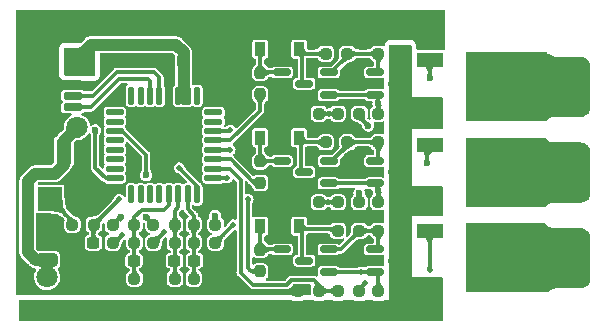
<source format=gbr>
%TF.GenerationSoftware,KiCad,Pcbnew,(6.0.5)*%
%TF.CreationDate,2023-01-05T14:47:55+08:00*%
%TF.ProjectId,Brushless_ESC_STC,42727573-686c-4657-9373-5f4553435f53,rev?*%
%TF.SameCoordinates,Original*%
%TF.FileFunction,Copper,L1,Top*%
%TF.FilePolarity,Positive*%
%FSLAX46Y46*%
G04 Gerber Fmt 4.6, Leading zero omitted, Abs format (unit mm)*
G04 Created by KiCad (PCBNEW (6.0.5)) date 2023-01-05 14:47:55*
%MOMM*%
%LPD*%
G01*
G04 APERTURE LIST*
G04 Aperture macros list*
%AMRoundRect*
0 Rectangle with rounded corners*
0 $1 Rounding radius*
0 $2 $3 $4 $5 $6 $7 $8 $9 X,Y pos of 4 corners*
0 Add a 4 corners polygon primitive as box body*
4,1,4,$2,$3,$4,$5,$6,$7,$8,$9,$2,$3,0*
0 Add four circle primitives for the rounded corners*
1,1,$1+$1,$2,$3*
1,1,$1+$1,$4,$5*
1,1,$1+$1,$6,$7*
1,1,$1+$1,$8,$9*
0 Add four rect primitives between the rounded corners*
20,1,$1+$1,$2,$3,$4,$5,0*
20,1,$1+$1,$4,$5,$6,$7,0*
20,1,$1+$1,$6,$7,$8,$9,0*
20,1,$1+$1,$8,$9,$2,$3,0*%
G04 Aperture macros list end*
%TA.AperFunction,SMDPad,CuDef*%
%ADD10RoundRect,0.750000X0.750000X-1.750000X0.750000X1.750000X-0.750000X1.750000X-0.750000X-1.750000X0*%
%TD*%
%TA.AperFunction,SMDPad,CuDef*%
%ADD11RoundRect,0.150000X0.650000X-0.150000X0.650000X0.150000X-0.650000X0.150000X-0.650000X-0.150000X0*%
%TD*%
%TA.AperFunction,SMDPad,CuDef*%
%ADD12RoundRect,0.300000X1.390000X-0.300000X1.390000X0.300000X-1.390000X0.300000X-1.390000X-0.300000X0*%
%TD*%
%TA.AperFunction,SMDPad,CuDef*%
%ADD13RoundRect,0.125000X0.625000X0.125000X-0.625000X0.125000X-0.625000X-0.125000X0.625000X-0.125000X0*%
%TD*%
%TA.AperFunction,SMDPad,CuDef*%
%ADD14RoundRect,0.125000X0.125000X0.625000X-0.125000X0.625000X-0.125000X-0.625000X0.125000X-0.625000X0*%
%TD*%
%TA.AperFunction,SMDPad,CuDef*%
%ADD15R,1.300000X2.000000*%
%TD*%
%TA.AperFunction,SMDPad,CuDef*%
%ADD16R,2.000000X2.000000*%
%TD*%
%TA.AperFunction,SMDPad,CuDef*%
%ADD17RoundRect,0.237500X0.250000X0.237500X-0.250000X0.237500X-0.250000X-0.237500X0.250000X-0.237500X0*%
%TD*%
%TA.AperFunction,SMDPad,CuDef*%
%ADD18RoundRect,0.237500X-0.250000X-0.237500X0.250000X-0.237500X0.250000X0.237500X-0.250000X0.237500X0*%
%TD*%
%TA.AperFunction,SMDPad,CuDef*%
%ADD19RoundRect,0.237500X0.237500X-0.250000X0.237500X0.250000X-0.237500X0.250000X-0.237500X-0.250000X0*%
%TD*%
%TA.AperFunction,SMDPad,CuDef*%
%ADD20R,2.200000X1.200000*%
%TD*%
%TA.AperFunction,SMDPad,CuDef*%
%ADD21R,6.400000X5.800000*%
%TD*%
%TA.AperFunction,SMDPad,CuDef*%
%ADD22RoundRect,0.150000X-0.587500X-0.150000X0.587500X-0.150000X0.587500X0.150000X-0.587500X0.150000X0*%
%TD*%
%TA.AperFunction,SMDPad,CuDef*%
%ADD23RoundRect,0.381000X-0.762000X-0.381000X0.762000X-0.381000X0.762000X0.381000X-0.762000X0.381000X0*%
%TD*%
%TA.AperFunction,SMDPad,CuDef*%
%ADD24R,0.900000X1.200000*%
%TD*%
%TA.AperFunction,SMDPad,CuDef*%
%ADD25RoundRect,0.237500X0.300000X0.237500X-0.300000X0.237500X-0.300000X-0.237500X0.300000X-0.237500X0*%
%TD*%
%TA.AperFunction,SMDPad,CuDef*%
%ADD26RoundRect,0.237500X-0.300000X-0.237500X0.300000X-0.237500X0.300000X0.237500X-0.300000X0.237500X0*%
%TD*%
%TA.AperFunction,SMDPad,CuDef*%
%ADD27RoundRect,0.250000X0.650000X-0.325000X0.650000X0.325000X-0.650000X0.325000X-0.650000X-0.325000X0*%
%TD*%
%TA.AperFunction,ViaPad*%
%ADD28C,0.500000*%
%TD*%
%TA.AperFunction,ViaPad*%
%ADD29C,0.800000*%
%TD*%
%TA.AperFunction,ViaPad*%
%ADD30C,0.600000*%
%TD*%
%TA.AperFunction,ViaPad*%
%ADD31C,1.800000*%
%TD*%
%TA.AperFunction,Conductor*%
%ADD32C,0.300000*%
%TD*%
%TA.AperFunction,Conductor*%
%ADD33C,1.000000*%
%TD*%
G04 APERTURE END LIST*
D10*
%TO.P,J9,1,Pin_1*%
%TO.N,/U*%
X136093200Y-140233400D03*
%TD*%
%TO.P,J8,1,Pin_1*%
%TO.N,/V*%
X136093200Y-132994400D03*
%TD*%
%TO.P,J7,1,Pin_1*%
%TO.N,/W*%
X136093200Y-125755400D03*
%TD*%
D11*
%TO.P,J1,4,Pin_4*%
%TO.N,+5V*%
X93991000Y-124484000D03*
%TO.P,J1,3,Pin_3*%
%TO.N,GND*%
X93991000Y-125484000D03*
%TO.P,J1,2,Pin_2*%
%TO.N,/RXD*%
X93991000Y-126484000D03*
%TO.P,J1,1,Pin_1*%
%TO.N,/TXD*%
X93991000Y-127484000D03*
D12*
%TO.P,J1,0*%
%TO.N,GND*%
X91031000Y-122984000D03*
X91031000Y-128984000D03*
%TD*%
D13*
%TO.P,U2,1,P1.0/ADC0/RXD2/PWM1P*%
%TO.N,/PWM1*%
X105902000Y-133483000D03*
%TO.P,U2,2,P1.1/ADC1/TXD2/PWM1N*%
%TO.N,/PWM1L*%
X105902000Y-132683000D03*
%TO.P,U2,3,P1.2/ADC2/SS/T2/PWM2P*%
%TO.N,/PWM2*%
X105902000Y-131883000D03*
%TO.P,U2,4,P1.3/ADC3/MOSI/PWM2N*%
%TO.N,/PWM2L*%
X105902000Y-131083000D03*
%TO.P,U2,5,P1.4/ADC4/MISO/PWM3P*%
%TO.N,/PWM3*%
X105902000Y-130283000D03*
%TO.P,U2,6,P1.5/ADC5/SCLK/PWM3N*%
%TO.N,/PWM3L*%
X105902000Y-129483000D03*
%TO.P,U2,7,P1.6/ADC6/XO/PWM4P*%
%TO.N,unconnected-(U2-Pad7)*%
X105902000Y-128683000D03*
%TO.P,U2,8,P1.7/ADC7/XI/PWM4N*%
%TO.N,unconnected-(U2-Pad8)*%
X105902000Y-127883000D03*
D14*
%TO.P,U2,9,P5.4/MCLKO*%
%TO.N,unconnected-(U2-Pad9)*%
X104527000Y-126508000D03*
%TO.P,U2,10,VCC*%
%TO.N,+5V*%
X103727000Y-126508000D03*
%TO.P,U2,11,ADC_VREF*%
X102927000Y-126508000D03*
%TO.P,U2,12,GND*%
%TO.N,GND*%
X102127000Y-126508000D03*
%TO.P,U2,13,P3.0/RXD*%
%TO.N,/RXD*%
X101327000Y-126508000D03*
%TO.P,U2,14,P3.1/TXD*%
%TO.N,/TXD*%
X100527000Y-126508000D03*
%TO.P,U2,15,P3.2/INT0*%
%TO.N,unconnected-(U2-Pad15)*%
X99727000Y-126508000D03*
%TO.P,U2,16,P3.3/INT1*%
%TO.N,unconnected-(U2-Pad16)*%
X98927000Y-126508000D03*
D13*
%TO.P,U2,17,P3.4/T0/T1CLKO/CMPO*%
%TO.N,unconnected-(U2-Pad17)*%
X97552000Y-127883000D03*
%TO.P,U2,18,P3.5/T1/T0CLKO*%
%TO.N,unconnected-(U2-Pad18)*%
X97552000Y-128683000D03*
%TO.P,U2,19,P3.6/INT2/CMP-*%
%TO.N,/CMP-*%
X97552000Y-129483000D03*
%TO.P,U2,20,P3.7/INT3/CMP+*%
%TO.N,unconnected-(U2-Pad20)*%
X97552000Y-130283000D03*
%TO.P,U2,21,P2.0/PWM5*%
%TO.N,/HALL_A*%
X97552000Y-131083000D03*
%TO.P,U2,22,P2.1/PWM6*%
%TO.N,/HALL_B*%
X97552000Y-131883000D03*
%TO.P,U2,23,P2.2/PWM7*%
%TO.N,/HALL_C*%
X97552000Y-132683000D03*
%TO.P,U2,24,P2.3/PWM8*%
%TO.N,/PWM8*%
X97552000Y-133483000D03*
D14*
%TO.P,U2,25,P2.4/SDA__2*%
%TO.N,unconnected-(U2-Pad25)*%
X98927000Y-134858000D03*
%TO.P,U2,26,P2.5/SCL2*%
%TO.N,unconnected-(U2-Pad26)*%
X99727000Y-134858000D03*
%TO.P,U2,27,P2.6*%
%TO.N,unconnected-(U2-Pad27)*%
X100527000Y-134858000D03*
%TO.P,U2,28,P2.7*%
%TO.N,unconnected-(U2-Pad28)*%
X101327000Y-134858000D03*
%TO.P,U2,29,P0.0/ADC8*%
%TO.N,/ADC8*%
X102127000Y-134858000D03*
%TO.P,U2,30,P0.1/ADC9*%
%TO.N,/ADC9*%
X102927000Y-134858000D03*
%TO.P,U2,31,P0.2/ADC10*%
%TO.N,/ADC10*%
X103727000Y-134858000D03*
%TO.P,U2,32,P0.3/ADC11*%
%TO.N,/ADC11*%
X104527000Y-134858000D03*
%TD*%
D15*
%TO.P,RV1,1,1*%
%TO.N,+5V*%
X93225000Y-131223000D03*
D16*
%TO.P,RV1,2,2*%
%TO.N,Net-(R1-Pad1)*%
X92075000Y-135223000D03*
D15*
%TO.P,RV1,3,3*%
%TO.N,GND*%
X90925000Y-131223000D03*
%TD*%
D17*
%TO.P,R28,1*%
%TO.N,/ADC8*%
X99210500Y-137414000D03*
%TO.P,R28,2*%
%TO.N,/CMP-*%
X97385500Y-137414000D03*
%TD*%
%TO.P,R27,1*%
%TO.N,/ADC9*%
X102639500Y-137414000D03*
%TO.P,R27,2*%
%TO.N,/CMP-*%
X100814500Y-137414000D03*
%TD*%
D18*
%TO.P,R26,1*%
%TO.N,/ADC10*%
X104243500Y-137414000D03*
%TO.P,R26,2*%
%TO.N,/CMP-*%
X106068500Y-137414000D03*
%TD*%
D17*
%TO.P,R25,1*%
%TO.N,GND*%
X106068500Y-141986000D03*
%TO.P,R25,2*%
%TO.N,/ADC10*%
X104243500Y-141986000D03*
%TD*%
D18*
%TO.P,R24,1*%
%TO.N,GND*%
X100814500Y-141986000D03*
%TO.P,R24,2*%
%TO.N,/ADC9*%
X102639500Y-141986000D03*
%TD*%
%TO.P,R23,1*%
%TO.N,GND*%
X97385500Y-141986000D03*
%TO.P,R23,2*%
%TO.N,/ADC8*%
X99210500Y-141986000D03*
%TD*%
%TO.P,R22,1*%
%TO.N,/U*%
X97385500Y-138938000D03*
%TO.P,R22,2*%
%TO.N,/ADC8*%
X99210500Y-138938000D03*
%TD*%
%TO.P,R21,1*%
%TO.N,/V*%
X100814500Y-138938000D03*
%TO.P,R21,2*%
%TO.N,/ADC9*%
X102639500Y-138938000D03*
%TD*%
D17*
%TO.P,R20,1*%
%TO.N,/W*%
X106068500Y-138938000D03*
%TO.P,R20,2*%
%TO.N,/ADC10*%
X104243500Y-138938000D03*
%TD*%
D18*
%TO.P,R19,2*%
%TO.N,Net-(Q15-PadG)*%
X118260500Y-143002000D03*
%TO.P,R19,1*%
%TO.N,/PWM1L*%
X116435500Y-143002000D03*
%TD*%
%TO.P,R18,1*%
%TO.N,/PWM2L*%
X116435500Y-135509000D03*
%TO.P,R18,2*%
%TO.N,Net-(Q13-PadG)*%
X118260500Y-135509000D03*
%TD*%
%TO.P,R17,2*%
%TO.N,Net-(Q11-PadG)*%
X118260500Y-128016000D03*
%TO.P,R17,1*%
%TO.N,/PWM3L*%
X116435500Y-128016000D03*
%TD*%
%TO.P,R16,2*%
%TO.N,/PWM1L*%
X114855000Y-143002000D03*
%TO.P,R16,1*%
%TO.N,GND*%
X113030000Y-143002000D03*
%TD*%
%TO.P,R15,2*%
%TO.N,VDD*%
X121689500Y-143002000D03*
%TO.P,R15,1*%
%TO.N,Net-(Q14-PadG)*%
X119864500Y-143002000D03*
%TD*%
%TO.P,R14,1*%
%TO.N,GND*%
X113006500Y-135509000D03*
%TO.P,R14,2*%
%TO.N,/PWM2L*%
X114831500Y-135509000D03*
%TD*%
%TO.P,R13,1*%
%TO.N,Net-(Q12-PadG)*%
X119864500Y-135509000D03*
%TO.P,R13,2*%
%TO.N,VDD*%
X121689500Y-135509000D03*
%TD*%
%TO.P,R12,2*%
%TO.N,/PWM3L*%
X114831500Y-128016000D03*
%TO.P,R12,1*%
%TO.N,GND*%
X113006500Y-128016000D03*
%TD*%
%TO.P,R11,2*%
%TO.N,VDD*%
X121689500Y-128016000D03*
%TO.P,R11,1*%
%TO.N,Net-(Q10-PadG)*%
X119864500Y-128016000D03*
%TD*%
%TO.P,R10,2*%
%TO.N,VDD*%
X121689500Y-137922000D03*
%TO.P,R10,1*%
%TO.N,Net-(Q8-Pad1)*%
X119864500Y-137922000D03*
%TD*%
%TO.P,R9,1*%
%TO.N,Net-(Q6-Pad1)*%
X119864500Y-130429000D03*
%TO.P,R9,2*%
%TO.N,VDD*%
X121689500Y-130429000D03*
%TD*%
%TO.P,R8,1*%
%TO.N,Net-(Q4-Pad1)*%
X119864500Y-122936000D03*
%TO.P,R8,2*%
%TO.N,VDD*%
X121689500Y-122936000D03*
%TD*%
%TO.P,R7,2*%
%TO.N,Net-(Q8-Pad1)*%
X118260500Y-137922000D03*
%TO.P,R7,1*%
%TO.N,Net-(D3-Pad1)*%
X116435500Y-137922000D03*
%TD*%
%TO.P,R6,1*%
%TO.N,Net-(D2-Pad1)*%
X115419500Y-130429000D03*
%TO.P,R6,2*%
%TO.N,Net-(Q6-Pad1)*%
X117244500Y-130429000D03*
%TD*%
%TO.P,R5,1*%
%TO.N,Net-(D1-Pad1)*%
X115419500Y-122936000D03*
%TO.P,R5,2*%
%TO.N,Net-(Q4-Pad1)*%
X117244500Y-122936000D03*
%TD*%
D19*
%TO.P,R4,2*%
%TO.N,Net-(D3-Pad2)*%
X109855000Y-139549500D03*
%TO.P,R4,1*%
%TO.N,/PWM1*%
X109855000Y-141374500D03*
%TD*%
%TO.P,R3,1*%
%TO.N,/PWM2*%
X109855000Y-133881500D03*
%TO.P,R3,2*%
%TO.N,Net-(D2-Pad2)*%
X109855000Y-132056500D03*
%TD*%
%TO.P,R2,1*%
%TO.N,/PWM3*%
X109855000Y-126388500D03*
%TO.P,R2,2*%
%TO.N,Net-(D1-Pad2)*%
X109855000Y-124563500D03*
%TD*%
D18*
%TO.P,R1,1*%
%TO.N,Net-(R1-Pad1)*%
X93956500Y-137414000D03*
%TO.P,R1,2*%
%TO.N,/ADC11*%
X95781500Y-137414000D03*
%TD*%
D20*
%TO.P,Q14,S,S*%
%TO.N,VDD*%
X124197000Y-142488000D03*
%TO.P,Q14,G,G*%
%TO.N,Net-(Q14-PadG)*%
X124197000Y-137928000D03*
D21*
%TO.P,Q14,D,D*%
%TO.N,/U*%
X130497000Y-140208000D03*
%TD*%
%TO.P,Q12,D,D*%
%TO.N,/V*%
X130497000Y-132969000D03*
D20*
%TO.P,Q12,G,G*%
%TO.N,Net-(Q12-PadG)*%
X124197000Y-130689000D03*
%TO.P,Q12,S,S*%
%TO.N,VDD*%
X124197000Y-135249000D03*
%TD*%
D21*
%TO.P,Q10,D,D*%
%TO.N,/W*%
X130497000Y-125730000D03*
D20*
%TO.P,Q10,G,G*%
%TO.N,Net-(Q10-PadG)*%
X124197000Y-123450000D03*
%TO.P,Q10,S,S*%
%TO.N,VDD*%
X124197000Y-128010000D03*
%TD*%
D22*
%TO.P,Q9,3,C*%
%TO.N,GND*%
X117523500Y-140462000D03*
%TO.P,Q9,2,E*%
%TO.N,Net-(Q14-PadG)*%
X115648500Y-141412000D03*
%TO.P,Q9,1,B*%
%TO.N,Net-(Q8-Pad1)*%
X115648500Y-139512000D03*
%TD*%
%TO.P,Q8,3,C*%
%TO.N,VDD*%
X121460500Y-140462000D03*
%TO.P,Q8,2,E*%
%TO.N,Net-(Q14-PadG)*%
X119585500Y-141412000D03*
%TO.P,Q8,1,B*%
%TO.N,Net-(Q8-Pad1)*%
X119585500Y-139512000D03*
%TD*%
%TO.P,Q7,1,B*%
%TO.N,Net-(Q6-Pad1)*%
X115648500Y-132019000D03*
%TO.P,Q7,2,E*%
%TO.N,Net-(Q12-PadG)*%
X115648500Y-133919000D03*
%TO.P,Q7,3,C*%
%TO.N,GND*%
X117523500Y-132969000D03*
%TD*%
%TO.P,Q6,1,B*%
%TO.N,Net-(Q6-Pad1)*%
X119585500Y-132019000D03*
%TO.P,Q6,2,E*%
%TO.N,Net-(Q12-PadG)*%
X119585500Y-133919000D03*
%TO.P,Q6,3,C*%
%TO.N,VDD*%
X121460500Y-132969000D03*
%TD*%
%TO.P,Q5,1,B*%
%TO.N,Net-(Q4-Pad1)*%
X115648500Y-124526000D03*
%TO.P,Q5,2,E*%
%TO.N,Net-(Q10-PadG)*%
X115648500Y-126426000D03*
%TO.P,Q5,3,C*%
%TO.N,GND*%
X117523500Y-125476000D03*
%TD*%
%TO.P,Q4,1,B*%
%TO.N,Net-(Q4-Pad1)*%
X119585500Y-124526000D03*
%TO.P,Q4,2,E*%
%TO.N,Net-(Q10-PadG)*%
X119585500Y-126426000D03*
%TO.P,Q4,3,C*%
%TO.N,VDD*%
X121460500Y-125476000D03*
%TD*%
%TO.P,Q3,3,C*%
%TO.N,Net-(D3-Pad1)*%
X113586500Y-140462000D03*
%TO.P,Q3,2,E*%
%TO.N,GND*%
X111711500Y-141412000D03*
%TO.P,Q3,1,B*%
%TO.N,Net-(D3-Pad2)*%
X111711500Y-139512000D03*
%TD*%
%TO.P,Q2,1,B*%
%TO.N,Net-(D2-Pad2)*%
X111711500Y-132019000D03*
%TO.P,Q2,2,E*%
%TO.N,GND*%
X111711500Y-133919000D03*
%TO.P,Q2,3,C*%
%TO.N,Net-(D2-Pad1)*%
X113586500Y-132969000D03*
%TD*%
%TO.P,Q1,1,B*%
%TO.N,Net-(D1-Pad2)*%
X111711500Y-124526000D03*
%TO.P,Q1,2,E*%
%TO.N,GND*%
X111711500Y-126426000D03*
%TO.P,Q1,3,C*%
%TO.N,Net-(D1-Pad1)*%
X113586500Y-125476000D03*
%TD*%
D23*
%TO.P,J6,1,Pin_1*%
%TO.N,GND*%
X90678000Y-120269000D03*
%TD*%
%TO.P,J5,1,Pin_1*%
%TO.N,VDD*%
X90678000Y-144780000D03*
%TD*%
D24*
%TO.P,D3,2,A*%
%TO.N,Net-(D3-Pad2)*%
X109856000Y-137541000D03*
%TO.P,D3,1,K*%
%TO.N,Net-(D3-Pad1)*%
X113156000Y-137541000D03*
%TD*%
%TO.P,D2,1,K*%
%TO.N,Net-(D2-Pad1)*%
X113156000Y-130048000D03*
%TO.P,D2,2,A*%
%TO.N,Net-(D2-Pad2)*%
X109856000Y-130048000D03*
%TD*%
%TO.P,D1,1,K*%
%TO.N,Net-(D1-Pad1)*%
X113156000Y-122555000D03*
%TO.P,D1,2,A*%
%TO.N,Net-(D1-Pad2)*%
X109856000Y-122555000D03*
%TD*%
D25*
%TO.P,C13,1*%
%TO.N,GND*%
X106018500Y-140462000D03*
%TO.P,C13,2*%
%TO.N,/ADC10*%
X104293500Y-140462000D03*
%TD*%
D26*
%TO.P,C11,1*%
%TO.N,GND*%
X100864500Y-140462000D03*
%TO.P,C11,2*%
%TO.N,/ADC9*%
X102589500Y-140462000D03*
%TD*%
%TO.P,C10,1*%
%TO.N,GND*%
X97435500Y-140462000D03*
%TO.P,C10,2*%
%TO.N,/ADC8*%
X99160500Y-140462000D03*
%TD*%
D25*
%TO.P,C4,1*%
%TO.N,/ADC11*%
X95731500Y-138938000D03*
%TO.P,C4,2*%
%TO.N,GND*%
X94006500Y-138938000D03*
%TD*%
%TO.P,C3,1*%
%TO.N,+5V*%
X103351500Y-123571000D03*
%TO.P,C3,2*%
%TO.N,GND*%
X101626500Y-123571000D03*
%TD*%
D27*
%TO.P,C2,1*%
%TO.N,+5V*%
X91821000Y-140413000D03*
%TO.P,C2,2*%
%TO.N,GND*%
X91821000Y-137463000D03*
%TD*%
D28*
%TO.N,GND*%
X108331000Y-130302000D03*
X108331000Y-131826000D03*
X118313200Y-139344400D03*
X117652800Y-139649200D03*
X114020600Y-132156200D03*
X111556800Y-130327400D03*
X108839000Y-132334000D03*
X108839000Y-129794000D03*
X111963200Y-129667000D03*
X110998000Y-129641600D03*
X111963200Y-128930400D03*
X110845600Y-128854200D03*
X114198400Y-123774200D03*
X114020600Y-124536200D03*
X114985800Y-125501400D03*
X115798600Y-125476000D03*
X116459000Y-125476000D03*
X119938800Y-125501400D03*
X119253000Y-125476000D03*
X118567200Y-125476000D03*
X117805200Y-124790200D03*
X117017800Y-124688600D03*
X117449600Y-124129800D03*
X118211600Y-124231400D03*
X118821200Y-123698000D03*
X119888000Y-136702800D03*
X119100600Y-136677400D03*
X118313200Y-136652000D03*
X117576600Y-136652000D03*
X116789200Y-136626600D03*
X116001800Y-136626600D03*
X115214400Y-136575800D03*
X114401600Y-136550400D03*
X117957600Y-131470400D03*
X120040400Y-132969000D03*
X119354600Y-132969000D03*
X118567200Y-132994400D03*
X116484400Y-132969000D03*
X117094000Y-132308600D03*
X118084600Y-132181600D03*
X117322600Y-131597400D03*
X118643400Y-131216400D03*
X117627400Y-129438400D03*
X116814600Y-129057400D03*
X116255800Y-129565400D03*
X115595400Y-128981200D03*
X114985800Y-129311400D03*
X114198400Y-129057400D03*
X113690400Y-127050800D03*
X114096800Y-126441200D03*
X113106200Y-126492000D03*
X112420400Y-127076200D03*
X111582200Y-127101600D03*
X110845600Y-127127000D03*
X112166400Y-125501400D03*
X111455200Y-125526800D03*
X110744000Y-125526800D03*
D29*
%TO.N,/U*%
X137210800Y-142290800D03*
X137210800Y-140258800D03*
X137210800Y-139242800D03*
X137210800Y-141274800D03*
X135001000Y-140233400D03*
X135001000Y-141249400D03*
X135001000Y-142265400D03*
X135001000Y-138201400D03*
X135001000Y-139217400D03*
X137210800Y-138226800D03*
X133985000Y-138201400D03*
X133985000Y-139217400D03*
X136144000Y-140233400D03*
X133985000Y-141249400D03*
X136144000Y-139217400D03*
X136144000Y-141249400D03*
X136144000Y-138201400D03*
X136144000Y-142265400D03*
X133985000Y-140233400D03*
X133985000Y-142265400D03*
%TO.N,/W*%
X134112000Y-125755400D03*
X134112000Y-127787400D03*
X134112000Y-123723400D03*
X134112000Y-124739400D03*
X134112000Y-126771400D03*
X135128000Y-125755400D03*
X135128000Y-124739400D03*
X135128000Y-123723400D03*
X135128000Y-127787400D03*
X135128000Y-126771400D03*
X136144000Y-123723400D03*
X136144000Y-127787400D03*
X136144000Y-124739400D03*
X136144000Y-125755400D03*
X136144000Y-126771400D03*
X137210800Y-127787400D03*
X137210800Y-125755400D03*
X137210800Y-124739400D03*
X137210800Y-126771400D03*
X137210800Y-123723400D03*
%TO.N,/V*%
X133985000Y-132969000D03*
X133985000Y-133985000D03*
X133985000Y-135001000D03*
X133985000Y-130937000D03*
X133985000Y-131953000D03*
X135001000Y-132969000D03*
X135001000Y-131953000D03*
X135001000Y-133985000D03*
X135001000Y-130937000D03*
X135001000Y-135001000D03*
X136144000Y-135001000D03*
X136144000Y-132969000D03*
X136144000Y-131953000D03*
X136144000Y-133985000D03*
X136144000Y-130937000D03*
X137210800Y-135026400D03*
X137210800Y-134010400D03*
X137210800Y-132994400D03*
X137210800Y-131978400D03*
X137210800Y-130962400D03*
D28*
%TO.N,GND*%
X111379000Y-132969000D03*
X110617000Y-132969000D03*
X112141000Y-132969000D03*
X113284000Y-133858000D03*
X114046000Y-133858000D03*
X114427000Y-134493000D03*
X113665000Y-134493000D03*
X112903000Y-134493000D03*
X109601000Y-136017000D03*
X110363000Y-135382000D03*
X110363000Y-136017000D03*
X111125000Y-136017000D03*
X111125000Y-135382000D03*
X111125000Y-134747000D03*
X111887000Y-134747000D03*
X111887000Y-135382000D03*
X111887000Y-136017000D03*
X107061000Y-136144000D03*
X107061000Y-135382000D03*
X106299000Y-135382000D03*
X105537000Y-135382000D03*
X107061000Y-134620000D03*
X106299000Y-134620000D03*
X105537000Y-134620000D03*
X95758000Y-136271000D03*
X95631000Y-135636000D03*
X94996000Y-135128000D03*
X95123000Y-136017000D03*
X94488000Y-136271000D03*
X94107000Y-135509000D03*
X95123000Y-134493000D03*
X94615000Y-133731000D03*
X93853000Y-134620000D03*
X93853000Y-133731000D03*
X94234000Y-132969000D03*
X94996000Y-130683000D03*
X94996000Y-131699000D03*
X94996000Y-132715000D03*
X95250000Y-133731000D03*
X95885000Y-133604000D03*
X96012000Y-134366000D03*
X96012000Y-135128000D03*
X96266000Y-135763000D03*
X96647000Y-135128000D03*
X96647000Y-134366000D03*
X99441000Y-131826000D03*
X102997000Y-133477000D03*
X102362000Y-133477000D03*
X101727000Y-133477000D03*
X101092000Y-133477000D03*
X104013000Y-131699000D03*
X103378000Y-131699000D03*
X102743000Y-131699000D03*
X102108000Y-131699000D03*
X101473000Y-131699000D03*
X100838000Y-131699000D03*
X98933000Y-129159000D03*
X99568000Y-129794000D03*
X100203000Y-130429000D03*
X100203000Y-129794000D03*
X100203000Y-129159000D03*
X99568000Y-129159000D03*
X98933000Y-132334000D03*
X98933000Y-131318000D03*
X103378000Y-131064000D03*
X104013000Y-130429000D03*
X104013000Y-131064000D03*
X103378000Y-130429000D03*
X102743000Y-131064000D03*
X102743000Y-130429000D03*
X102108000Y-130429000D03*
X102108000Y-131064000D03*
X101473000Y-131064000D03*
X101473000Y-130429000D03*
X100838000Y-131064000D03*
X100838000Y-130429000D03*
X102108000Y-129159000D03*
X102108000Y-129794000D03*
X101473000Y-129794000D03*
X101473000Y-129159000D03*
X100838000Y-129794000D03*
X100838000Y-129159000D03*
X102743000Y-129794000D03*
X102743000Y-129159000D03*
X104013000Y-129159000D03*
X104013000Y-129794000D03*
X103378000Y-129159000D03*
X103378000Y-129794000D03*
X102743000Y-127889000D03*
X102743000Y-128524000D03*
X104013000Y-128524000D03*
X103378000Y-128524000D03*
X103378000Y-127889000D03*
X104013000Y-127889000D03*
X102108000Y-128524000D03*
X102108000Y-127889000D03*
X101473000Y-127889000D03*
X100838000Y-127889000D03*
X101473000Y-128524000D03*
X100838000Y-128524000D03*
X99568000Y-127889000D03*
X98933000Y-127889000D03*
X99568000Y-128524000D03*
X98933000Y-128524000D03*
X100203000Y-128524000D03*
X100203000Y-127889000D03*
X102108000Y-124968000D03*
X102362000Y-124333000D03*
X99187000Y-123190000D03*
X99187000Y-123825000D03*
X99822000Y-123825000D03*
X99822000Y-123190000D03*
X100457000Y-123825000D03*
X100457000Y-123190000D03*
X91948000Y-130683000D03*
X91948000Y-130048000D03*
X91948000Y-131318000D03*
X91948000Y-131953000D03*
X89789000Y-130175000D03*
X89789000Y-130810000D03*
X89789000Y-131445000D03*
X89789000Y-132080000D03*
X94869000Y-139700000D03*
X94107000Y-139700000D03*
X93345000Y-139700000D03*
X93091000Y-139065000D03*
X93218000Y-138430000D03*
X92583000Y-138430000D03*
X91948000Y-138430000D03*
X91313000Y-138430000D03*
X98298000Y-139573000D03*
X98044000Y-140208000D03*
X98044000Y-140843000D03*
X97917000Y-141478000D03*
X101473000Y-139954000D03*
X101473000Y-140970000D03*
X100330000Y-140970000D03*
X100330000Y-139954000D03*
X105410000Y-140970000D03*
X105156000Y-139700000D03*
X107442000Y-139446000D03*
X107442000Y-140208000D03*
X106680000Y-140208000D03*
X106680000Y-140970000D03*
X107442000Y-140970000D03*
X110871000Y-140335000D03*
X111506000Y-140716000D03*
X112141000Y-140716000D03*
X112649000Y-141351000D03*
X113411000Y-141351000D03*
X114173000Y-141351000D03*
X114173000Y-139446000D03*
X114935000Y-140462000D03*
X115697000Y-140462000D03*
X116459000Y-140462000D03*
X118491000Y-140462000D03*
X119253000Y-140462000D03*
X120015000Y-140462000D03*
X124206000Y-120142000D03*
X124841000Y-120777000D03*
X124206000Y-119507000D03*
X123571000Y-120142000D03*
X124841000Y-119507000D03*
X124206000Y-120777000D03*
X124841000Y-120142000D03*
X123571000Y-119507000D03*
X123571000Y-120777000D03*
X121666000Y-120142000D03*
X122936000Y-120142000D03*
X122301000Y-120142000D03*
X121031000Y-119507000D03*
X121666000Y-120777000D03*
X122301000Y-120777000D03*
X121666000Y-119507000D03*
X121031000Y-120777000D03*
X122301000Y-119507000D03*
X122936000Y-119507000D03*
X121031000Y-120142000D03*
X122936000Y-120777000D03*
X117221000Y-120142000D03*
X115316000Y-119507000D03*
X119761000Y-120142000D03*
X119126000Y-120142000D03*
X118491000Y-119507000D03*
X118491000Y-120142000D03*
X117856000Y-120777000D03*
X111506000Y-120777000D03*
X115951000Y-119507000D03*
X119761000Y-120777000D03*
X111506000Y-119507000D03*
X110236000Y-120777000D03*
X115316000Y-120142000D03*
X117856000Y-120142000D03*
X119126000Y-120777000D03*
X116586000Y-120777000D03*
X116586000Y-120142000D03*
X117221000Y-119507000D03*
X112141000Y-119507000D03*
X115316000Y-120777000D03*
X117856000Y-119507000D03*
X115951000Y-120777000D03*
X119126000Y-119507000D03*
X112141000Y-120777000D03*
X112141000Y-120142000D03*
X115951000Y-120142000D03*
X111506000Y-120142000D03*
X119761000Y-119507000D03*
X118491000Y-120777000D03*
X117221000Y-120777000D03*
X116586000Y-119507000D03*
X120396000Y-120777000D03*
X120396000Y-119507000D03*
X120396000Y-120142000D03*
X110871000Y-120777000D03*
X114046000Y-119507000D03*
X112776000Y-119507000D03*
X114681000Y-120777000D03*
X114681000Y-120142000D03*
X114046000Y-120142000D03*
X113411000Y-120142000D03*
X110871000Y-119507000D03*
X110871000Y-120142000D03*
X110236000Y-119507000D03*
X113411000Y-119507000D03*
X112776000Y-120142000D03*
X114046000Y-120777000D03*
X112776000Y-120777000D03*
X114681000Y-119507000D03*
X113411000Y-120777000D03*
X110236000Y-120142000D03*
X107061000Y-120142000D03*
X105156000Y-119507000D03*
X109601000Y-120142000D03*
X108966000Y-120142000D03*
X108331000Y-119507000D03*
X108331000Y-120142000D03*
X107696000Y-120777000D03*
X101346000Y-120777000D03*
X105791000Y-119507000D03*
X109601000Y-120777000D03*
X101346000Y-119507000D03*
X100076000Y-120777000D03*
X105156000Y-120142000D03*
X107696000Y-120142000D03*
X108966000Y-120777000D03*
X106426000Y-120777000D03*
X106426000Y-120142000D03*
X107061000Y-119507000D03*
X101981000Y-119507000D03*
X105156000Y-120777000D03*
X107696000Y-119507000D03*
X105791000Y-120777000D03*
X108966000Y-119507000D03*
X101981000Y-120777000D03*
X101981000Y-120142000D03*
X105791000Y-120142000D03*
X101346000Y-120142000D03*
X109601000Y-119507000D03*
X108331000Y-120777000D03*
X107061000Y-120777000D03*
X106426000Y-119507000D03*
X100711000Y-120777000D03*
X103886000Y-119507000D03*
X102616000Y-119507000D03*
X104521000Y-120777000D03*
X104521000Y-120142000D03*
X103886000Y-120142000D03*
X103251000Y-120142000D03*
X100711000Y-119507000D03*
X100711000Y-120142000D03*
X100076000Y-119507000D03*
X103251000Y-119507000D03*
X102616000Y-120142000D03*
X103886000Y-120777000D03*
X102616000Y-120777000D03*
X104521000Y-119507000D03*
X103251000Y-120777000D03*
X100076000Y-120142000D03*
X96266000Y-120777000D03*
X96266000Y-119507000D03*
X94996000Y-120777000D03*
X96901000Y-119507000D03*
X96901000Y-120777000D03*
X96901000Y-120142000D03*
X96266000Y-120142000D03*
X95631000Y-120777000D03*
X98806000Y-119507000D03*
X97536000Y-119507000D03*
X99441000Y-120777000D03*
X99441000Y-120142000D03*
X98806000Y-120142000D03*
X98171000Y-120142000D03*
X95631000Y-119507000D03*
X95631000Y-120142000D03*
X94996000Y-119507000D03*
X98171000Y-119507000D03*
X97536000Y-120142000D03*
X98806000Y-120777000D03*
X97536000Y-120777000D03*
X99441000Y-119507000D03*
X98171000Y-120777000D03*
X94996000Y-120142000D03*
X93726000Y-120777000D03*
X93726000Y-119507000D03*
X92456000Y-120777000D03*
X94361000Y-119507000D03*
X94361000Y-120777000D03*
X94361000Y-120142000D03*
X93726000Y-120142000D03*
X93091000Y-120777000D03*
X93091000Y-119507000D03*
X93091000Y-120142000D03*
X92456000Y-119507000D03*
X92456000Y-120142000D03*
X91186000Y-120777000D03*
X91821000Y-120777000D03*
X91821000Y-119507000D03*
X91821000Y-120142000D03*
X91186000Y-119507000D03*
X91186000Y-120142000D03*
X90551000Y-120777000D03*
X90551000Y-119507000D03*
X90551000Y-120142000D03*
X89916000Y-120777000D03*
X89916000Y-120142000D03*
X89916000Y-119507000D03*
D29*
%TO.N,/U*%
X128143000Y-142494000D03*
X132715000Y-140208000D03*
X130429000Y-141351000D03*
X128143000Y-141351000D03*
X129286000Y-142494000D03*
X129286000Y-139065000D03*
X132715000Y-141351000D03*
X131572000Y-137922000D03*
X131572000Y-141351000D03*
X129286000Y-137922000D03*
X130429000Y-139065000D03*
X128143000Y-139065000D03*
X128143000Y-137922000D03*
X131572000Y-139065000D03*
X130429000Y-140208000D03*
X129286000Y-140208000D03*
X129286000Y-141351000D03*
X128143000Y-140208000D03*
X131572000Y-142494000D03*
X131572000Y-140208000D03*
X130429000Y-142494000D03*
X132715000Y-137922000D03*
X130429000Y-137922000D03*
X132715000Y-142494000D03*
X132715000Y-139065000D03*
%TO.N,/V*%
X129286000Y-131826000D03*
X131572000Y-130683000D03*
X131572000Y-134112000D03*
X131572000Y-131826000D03*
X129286000Y-134112000D03*
X129286000Y-135255000D03*
X129286000Y-132969000D03*
X131572000Y-135255000D03*
X131572000Y-132969000D03*
X129286000Y-130683000D03*
X132715000Y-134112000D03*
X130429000Y-135255000D03*
X132715000Y-130683000D03*
X132715000Y-132969000D03*
X132715000Y-131826000D03*
X130429000Y-130683000D03*
X132715000Y-135255000D03*
X130429000Y-134112000D03*
X130429000Y-131826000D03*
X130429000Y-132969000D03*
X128143000Y-131826000D03*
X128143000Y-134112000D03*
X128143000Y-135255000D03*
X128143000Y-130683000D03*
X128143000Y-132969000D03*
%TO.N,/W*%
X132715000Y-123444000D03*
X132715000Y-126873000D03*
X132715000Y-124587000D03*
X132715000Y-128016000D03*
X132715000Y-125730000D03*
X131572000Y-128016000D03*
X131572000Y-123444000D03*
X131572000Y-126873000D03*
X131572000Y-124587000D03*
X131572000Y-125730000D03*
X130429000Y-124587000D03*
X130429000Y-126873000D03*
X130429000Y-128016000D03*
X130429000Y-125730000D03*
X130429000Y-123444000D03*
X129286000Y-124587000D03*
X129286000Y-126873000D03*
X129286000Y-128016000D03*
X129286000Y-123444000D03*
X129286000Y-125730000D03*
X128143000Y-128016000D03*
X128143000Y-126873000D03*
X128143000Y-125730000D03*
X128143000Y-124587000D03*
X128143000Y-123444000D03*
D30*
%TO.N,Net-(Q12-PadG)*%
X123952000Y-132207000D03*
%TO.N,Net-(Q10-PadG)*%
X124206000Y-124968000D03*
X119864500Y-127150500D03*
%TO.N,Net-(Q12-PadG)*%
X119864500Y-134516500D03*
%TO.N,Net-(Q11-PadG)*%
X118999000Y-129032000D03*
%TO.N,Net-(Q13-PadG)*%
X118250000Y-134750000D03*
%TO.N,/PWM8*%
X95885000Y-129413000D03*
D31*
%TO.N,+5V*%
X94361000Y-123317000D03*
X94361000Y-129159000D03*
X91821000Y-141859000D03*
D28*
%TO.N,/ADC11*%
X97917000Y-135255000D03*
X102997000Y-132588000D03*
%TO.N,/PWM2L*%
X115570000Y-135509000D03*
X107315000Y-131064000D03*
%TO.N,/PWM1*%
X107061000Y-133477000D03*
X108839000Y-135255000D03*
%TO.N,/PWM3L*%
X115697000Y-128016000D03*
X107315000Y-129413000D03*
%TO.N,Net-(Q15-PadG)*%
X118745000Y-142367000D03*
%TO.N,Net-(Q14-PadG)*%
X118430000Y-141412000D03*
X124206000Y-141224000D03*
%TO.N,/W*%
X107569000Y-137414000D03*
%TO.N,/V*%
X101727000Y-138049000D03*
%TO.N,/U*%
X98171000Y-138303000D03*
D30*
%TO.N,/CMP-*%
X98044000Y-136779000D03*
X106045000Y-136652000D03*
X100203000Y-133223000D03*
X100217767Y-136793500D03*
D28*
%TO.N,VDD*%
X120904000Y-144018000D03*
X122174000Y-144018000D03*
X121539000Y-144018000D03*
X122174000Y-145288000D03*
X122174000Y-144653000D03*
X120904000Y-145288000D03*
X121539000Y-145288000D03*
X120269000Y-145288000D03*
X120269000Y-144653000D03*
X121539000Y-144653000D03*
X120904000Y-144653000D03*
X112649000Y-144653000D03*
X110744000Y-144018000D03*
X110744000Y-144653000D03*
X112014000Y-144653000D03*
X111379000Y-144653000D03*
X109474000Y-144653000D03*
X112014000Y-144018000D03*
X111379000Y-145288000D03*
X111379000Y-144018000D03*
X112014000Y-145288000D03*
X109474000Y-145288000D03*
X110744000Y-145288000D03*
X110109000Y-145288000D03*
X112649000Y-145288000D03*
X107569000Y-145288000D03*
X119634000Y-144653000D03*
X118364000Y-144653000D03*
X118999000Y-145288000D03*
X113284000Y-145288000D03*
X113919000Y-145288000D03*
X114554000Y-145288000D03*
X108839000Y-144018000D03*
X110109000Y-144018000D03*
X115824000Y-144653000D03*
X107569000Y-144018000D03*
X118364000Y-145288000D03*
X115189000Y-145288000D03*
X108204000Y-144653000D03*
X108204000Y-144018000D03*
X115824000Y-144018000D03*
X116459000Y-145288000D03*
X117094000Y-145288000D03*
X114554000Y-144653000D03*
X118999000Y-144018000D03*
X117729000Y-144653000D03*
X117729000Y-145288000D03*
X113284000Y-144653000D03*
X116459000Y-144653000D03*
X119634000Y-145288000D03*
X115189000Y-144653000D03*
X115824000Y-145288000D03*
X108839000Y-144653000D03*
X117094000Y-144653000D03*
X108839000Y-145288000D03*
X113919000Y-144018000D03*
X107569000Y-144653000D03*
X113919000Y-144653000D03*
X108204000Y-145288000D03*
X110109000Y-144653000D03*
X118999000Y-144653000D03*
X109474000Y-144018000D03*
X106934000Y-144018000D03*
X106934000Y-144653000D03*
X106934000Y-145288000D03*
X106299000Y-145288000D03*
X106299000Y-144653000D03*
X106299000Y-144018000D03*
X105664000Y-144653000D03*
X103759000Y-144018000D03*
X105664000Y-144018000D03*
X103759000Y-144653000D03*
X105029000Y-144653000D03*
X104394000Y-144653000D03*
X102489000Y-144653000D03*
X105029000Y-144018000D03*
X104394000Y-145288000D03*
X104394000Y-144018000D03*
X105029000Y-145288000D03*
X102489000Y-145288000D03*
X103759000Y-145288000D03*
X103124000Y-145288000D03*
X105664000Y-145288000D03*
X100584000Y-145288000D03*
X101854000Y-144018000D03*
X103124000Y-144018000D03*
X100584000Y-144018000D03*
X101219000Y-144653000D03*
X101219000Y-144018000D03*
X101854000Y-144653000D03*
X101854000Y-145288000D03*
X100584000Y-144653000D03*
X101219000Y-145288000D03*
X103124000Y-144653000D03*
X102489000Y-144018000D03*
X99949000Y-144018000D03*
X99949000Y-144653000D03*
X99949000Y-145288000D03*
X99314000Y-145288000D03*
X99314000Y-144653000D03*
X99314000Y-144018000D03*
X97409000Y-145288000D03*
X98679000Y-144018000D03*
X97409000Y-144018000D03*
X98044000Y-144653000D03*
X98044000Y-144018000D03*
X98679000Y-144653000D03*
X98679000Y-145288000D03*
X97409000Y-144653000D03*
X98044000Y-145288000D03*
X95504000Y-145288000D03*
X95504000Y-144653000D03*
X96774000Y-144018000D03*
X96774000Y-144653000D03*
X96774000Y-145288000D03*
X96139000Y-145288000D03*
X96139000Y-144653000D03*
X96139000Y-144018000D03*
X95504000Y-144018000D03*
X93599000Y-145288000D03*
X93599000Y-144653000D03*
X94869000Y-144018000D03*
X94869000Y-144653000D03*
X94869000Y-145288000D03*
X94234000Y-145288000D03*
X94234000Y-144653000D03*
X94234000Y-144018000D03*
X93599000Y-144018000D03*
X89789000Y-145288000D03*
X89789000Y-144653000D03*
X91059000Y-144018000D03*
X91059000Y-144653000D03*
X91059000Y-145288000D03*
X90424000Y-145288000D03*
X90424000Y-144653000D03*
X90424000Y-144018000D03*
X89789000Y-144018000D03*
X92964000Y-145288000D03*
X92964000Y-144653000D03*
X92964000Y-144018000D03*
X92329000Y-145288000D03*
X92329000Y-144653000D03*
X92329000Y-144018000D03*
X91694000Y-145288000D03*
X91694000Y-144653000D03*
X91694000Y-144018000D03*
%TD*%
D32*
%TO.N,/PWM8*%
X95885000Y-132588000D02*
X95885000Y-129413000D01*
X96780000Y-133483000D02*
X95885000Y-132588000D01*
X97552000Y-133483000D02*
X96780000Y-133483000D01*
%TO.N,Net-(Q8-Pad1)*%
X118260500Y-137923900D02*
X118260500Y-137922000D01*
X116672400Y-139512000D02*
X118260500Y-137923900D01*
X115648500Y-139512000D02*
X116672400Y-139512000D01*
%TO.N,Net-(Q4-Pad1)*%
X117244500Y-123166500D02*
X117244500Y-122936000D01*
X115885000Y-124526000D02*
X117244500Y-123166500D01*
X115648500Y-124526000D02*
X115885000Y-124526000D01*
%TO.N,Net-(D1-Pad1)*%
X113385600Y-125275100D02*
X113586500Y-125476000D01*
X113385600Y-122784600D02*
X113385600Y-125275100D01*
X113156000Y-122555000D02*
X113385600Y-122784600D01*
%TO.N,Net-(Q6-Pad1)*%
X117244500Y-130710300D02*
X117244500Y-130429000D01*
X115935800Y-132019000D02*
X117244500Y-130710300D01*
X115648500Y-132019000D02*
X115935800Y-132019000D01*
%TO.N,Net-(D2-Pad1)*%
X113294089Y-130186089D02*
X113156000Y-130048000D01*
X113294089Y-132676589D02*
X113294089Y-130186089D01*
X113586500Y-132969000D02*
X113294089Y-132676589D01*
%TO.N,/PWM2*%
X109358750Y-133881500D02*
X109855000Y-133881500D01*
X107360250Y-131883000D02*
X109358750Y-133881500D01*
X105902000Y-131883000D02*
X107360250Y-131883000D01*
%TO.N,/ADC11*%
X104527000Y-134118000D02*
X104527000Y-134858000D01*
X102997000Y-132588000D02*
X104527000Y-134118000D01*
%TO.N,Net-(D3-Pad1)*%
X113411000Y-137796000D02*
X113411000Y-140286500D01*
X113156000Y-137541000D02*
X113411000Y-137796000D01*
X113411000Y-140286500D02*
X113586500Y-140462000D01*
%TO.N,/PWM1L*%
X114855000Y-142541000D02*
X114855000Y-143002000D01*
X112117164Y-142494000D02*
X112498164Y-142113000D01*
X112498164Y-142113000D02*
X114427000Y-142113000D01*
X114427000Y-142113000D02*
X114855000Y-142541000D01*
X108204000Y-141478000D02*
X109220000Y-142494000D01*
X109220000Y-142494000D02*
X112117164Y-142494000D01*
X107283000Y-132683000D02*
X108204000Y-133604000D01*
X108204000Y-133604000D02*
X108204000Y-141478000D01*
X105902000Y-132683000D02*
X107283000Y-132683000D01*
D33*
%TO.N,+5V*%
X91821000Y-141859000D02*
X91821000Y-140413000D01*
D32*
%TO.N,Net-(Q13-PadG)*%
X118260500Y-134760500D02*
X118260500Y-135509000D01*
X118250000Y-134750000D02*
X118260500Y-134760500D01*
%TO.N,Net-(Q12-PadG)*%
X123952000Y-130934000D02*
X124197000Y-130689000D01*
X123952000Y-132207000D02*
X123952000Y-130934000D01*
%TO.N,Net-(Q10-PadG)*%
X124206000Y-124968000D02*
X124206000Y-123459000D01*
X124206000Y-123459000D02*
X124197000Y-123450000D01*
X119864500Y-127150500D02*
X119864500Y-126705000D01*
%TO.N,Net-(Q12-PadG)*%
X119864500Y-134516500D02*
X119864500Y-134198000D01*
%TO.N,Net-(Q11-PadG)*%
X118260500Y-128293500D02*
X118999000Y-129032000D01*
X118260500Y-128016000D02*
X118260500Y-128293500D01*
D33*
%TO.N,+5V*%
X103378000Y-122809000D02*
X103378000Y-126746000D01*
X102743000Y-122174000D02*
X103378000Y-122809000D01*
X95504000Y-122174000D02*
X102743000Y-122174000D01*
X94361000Y-123317000D02*
X95504000Y-122174000D01*
D32*
%TO.N,/TXD*%
X95528000Y-127484000D02*
X93737000Y-127484000D01*
X100330000Y-125095000D02*
X97917000Y-125095000D01*
X100527000Y-125292000D02*
X100330000Y-125095000D01*
X100527000Y-126508000D02*
X100527000Y-125292000D01*
X97917000Y-125095000D02*
X95528000Y-127484000D01*
%TO.N,/RXD*%
X95702500Y-126484000D02*
X93737000Y-126484000D01*
X100838000Y-124460000D02*
X97726500Y-124460000D01*
X97726500Y-124460000D02*
X95702500Y-126484000D01*
X101327000Y-124949000D02*
X100838000Y-124460000D01*
X101327000Y-126508000D02*
X101327000Y-124949000D01*
D33*
%TO.N,+5V*%
X93225000Y-130295000D02*
X94361000Y-129159000D01*
X93225000Y-131223000D02*
X93225000Y-130295000D01*
X90802978Y-133096000D02*
X92456000Y-133096000D01*
X92456000Y-133096000D02*
X93225000Y-132327000D01*
X90170000Y-133728978D02*
X90802978Y-133096000D01*
X90170000Y-139700000D02*
X90170000Y-133728978D01*
X90883000Y-140413000D02*
X90170000Y-139700000D01*
X91821000Y-140413000D02*
X90883000Y-140413000D01*
X93225000Y-132327000D02*
X93225000Y-131223000D01*
D32*
%TO.N,Net-(R1-Pad1)*%
X93956500Y-137104500D02*
X92075000Y-135223000D01*
X93956500Y-137414000D02*
X93956500Y-137104500D01*
%TO.N,/ADC11*%
X97917000Y-135278500D02*
X95781500Y-137414000D01*
X97917000Y-135255000D02*
X97917000Y-135278500D01*
%TO.N,/CMP-*%
X100203000Y-131512928D02*
X98173072Y-129483000D01*
X100203000Y-133223000D02*
X100203000Y-131512928D01*
X98173072Y-129483000D02*
X97552000Y-129483000D01*
%TO.N,/ADC11*%
X95731500Y-137464000D02*
X95781500Y-137414000D01*
X95731500Y-138938000D02*
X95731500Y-137464000D01*
%TO.N,Net-(Q10-PadG)*%
X119864500Y-126705000D02*
X119585500Y-126426000D01*
X119864500Y-128016000D02*
X119864500Y-127150500D01*
X119585500Y-126426000D02*
X115648500Y-126426000D01*
%TO.N,Net-(Q4-Pad1)*%
X119864500Y-124247000D02*
X119585500Y-124526000D01*
X119864500Y-122936000D02*
X119864500Y-124247000D01*
X117244500Y-122936000D02*
X119864500Y-122936000D01*
%TO.N,Net-(D1-Pad1)*%
X113537000Y-122936000D02*
X113156000Y-122555000D01*
X115419500Y-122936000D02*
X113537000Y-122936000D01*
%TO.N,Net-(D1-Pad2)*%
X111711500Y-124526000D02*
X109892500Y-124526000D01*
X109892500Y-124526000D02*
X109855000Y-124563500D01*
X109855000Y-124563500D02*
X109855000Y-122556000D01*
X109855000Y-122556000D02*
X109856000Y-122555000D01*
%TO.N,/PWM2L*%
X115570000Y-135509000D02*
X114831500Y-135509000D01*
X107296000Y-131083000D02*
X107315000Y-131064000D01*
X105902000Y-131083000D02*
X107296000Y-131083000D01*
X116435500Y-135509000D02*
X115570000Y-135509000D01*
%TO.N,Net-(Q12-PadG)*%
X119864500Y-134198000D02*
X119585500Y-133919000D01*
X119864500Y-135509000D02*
X119864500Y-134516500D01*
X115648500Y-133919000D02*
X119585500Y-133919000D01*
%TO.N,Net-(Q6-Pad1)*%
X119864500Y-130429000D02*
X119864500Y-131740000D01*
X119864500Y-131740000D02*
X119585500Y-132019000D01*
X117244500Y-130429000D02*
X119864500Y-130429000D01*
%TO.N,Net-(D2-Pad1)*%
X113537000Y-130429000D02*
X113156000Y-130048000D01*
X115419500Y-130429000D02*
X113537000Y-130429000D01*
%TO.N,Net-(D2-Pad2)*%
X109892500Y-132019000D02*
X109855000Y-132056500D01*
X111711500Y-132019000D02*
X109892500Y-132019000D01*
X109855000Y-130049000D02*
X109856000Y-130048000D01*
X109855000Y-132056500D02*
X109855000Y-130049000D01*
%TO.N,/PWM1*%
X109116500Y-141374500D02*
X109855000Y-141374500D01*
X108839000Y-141097000D02*
X109116500Y-141374500D01*
X108839000Y-135255000D02*
X108839000Y-141097000D01*
X107061000Y-133477000D02*
X107055000Y-133483000D01*
X107055000Y-133483000D02*
X105902000Y-133483000D01*
%TO.N,/W*%
X107569000Y-137437500D02*
X106068500Y-138938000D01*
X107569000Y-137414000D02*
X107569000Y-137437500D01*
%TO.N,/PWM3L*%
X115697000Y-128016000D02*
X116435500Y-128016000D01*
X114831500Y-128016000D02*
X115697000Y-128016000D01*
X107245000Y-129483000D02*
X107315000Y-129413000D01*
X105902000Y-129483000D02*
X107245000Y-129483000D01*
%TO.N,/PWM3*%
X109855000Y-127762000D02*
X109855000Y-126388500D01*
X107334000Y-130283000D02*
X109855000Y-127762000D01*
X105902000Y-130283000D02*
X107334000Y-130283000D01*
%TO.N,Net-(Q15-PadG)*%
X118260500Y-142851500D02*
X118745000Y-142367000D01*
X118260500Y-143002000D02*
X118260500Y-142851500D01*
%TO.N,Net-(Q14-PadG)*%
X118430000Y-141412000D02*
X119585500Y-141412000D01*
X124197000Y-141215000D02*
X124206000Y-141224000D01*
X115648500Y-141412000D02*
X118430000Y-141412000D01*
X124197000Y-137928000D02*
X124197000Y-141215000D01*
%TO.N,/V*%
X100838000Y-138938000D02*
X101727000Y-138049000D01*
X100814500Y-138938000D02*
X100838000Y-138938000D01*
%TO.N,/U*%
X97536000Y-138938000D02*
X98171000Y-138303000D01*
X97385500Y-138938000D02*
X97536000Y-138938000D01*
%TO.N,/CMP-*%
X106045000Y-136652000D02*
X106092000Y-136699000D01*
X106092000Y-136699000D02*
X106092000Y-137414000D01*
%TO.N,/ADC8*%
X99210500Y-136755500D02*
X99210500Y-141986000D01*
X101727000Y-136144000D02*
X99822000Y-136144000D01*
X99822000Y-136144000D02*
X99210500Y-136755500D01*
X102127000Y-135744000D02*
X101727000Y-136144000D01*
X102127000Y-134858000D02*
X102127000Y-135744000D01*
%TO.N,Net-(Q14-PadG)*%
X119864500Y-141691000D02*
X119585500Y-141412000D01*
X119864500Y-143002000D02*
X119864500Y-141691000D01*
%TO.N,Net-(D3-Pad2)*%
X109855000Y-137542000D02*
X109856000Y-137541000D01*
X109855000Y-139549500D02*
X109855000Y-137542000D01*
X109892500Y-139512000D02*
X109855000Y-139549500D01*
X111711500Y-139512000D02*
X109892500Y-139512000D01*
%TO.N,Net-(D3-Pad1)*%
X113410000Y-137795000D02*
X113156000Y-137541000D01*
X116308500Y-137795000D02*
X113410000Y-137795000D01*
X116435500Y-137922000D02*
X116308500Y-137795000D01*
%TO.N,Net-(Q8-Pad1)*%
X119864500Y-137922000D02*
X118260500Y-137922000D01*
X119864500Y-139233000D02*
X119585500Y-139512000D01*
X119864500Y-137922000D02*
X119864500Y-139233000D01*
%TO.N,/PWM1L*%
X116435500Y-143002000D02*
X114855000Y-143002000D01*
%TO.N,/CMP-*%
X97409000Y-137414000D02*
X98044000Y-136779000D01*
X100217767Y-136817267D02*
X100814500Y-137414000D01*
X100217767Y-136793500D02*
X100217767Y-136817267D01*
%TO.N,/ADC10*%
X104267000Y-136652000D02*
X103727000Y-136112000D01*
X104267000Y-137414000D02*
X104267000Y-136652000D01*
X103727000Y-136112000D02*
X103727000Y-134858000D01*
X104243500Y-137437500D02*
X104267000Y-137414000D01*
X104243500Y-141986000D02*
X104243500Y-137437500D01*
%TO.N,/ADC9*%
X102927000Y-135960000D02*
X102927000Y-134858000D01*
X102639500Y-136247500D02*
X102927000Y-135960000D01*
X102639500Y-137414000D02*
X102639500Y-136247500D01*
X102639500Y-141986000D02*
X102639500Y-137414000D01*
%TD*%
%TA.AperFunction,Conductor*%
%TO.N,Net-(D1-Pad1)*%
G36*
X113053965Y-122365349D02*
G01*
X113120140Y-122388084D01*
X113151706Y-122398928D01*
X113151707Y-122398928D01*
X113606000Y-122555000D01*
X113604028Y-122654148D01*
X113598678Y-122739379D01*
X113590793Y-122814647D01*
X113581219Y-122883904D01*
X113570800Y-122951103D01*
X113560380Y-123020198D01*
X113550806Y-123095142D01*
X113542921Y-123179888D01*
X113542915Y-123180002D01*
X113542914Y-123180013D01*
X113542134Y-123194387D01*
X113537571Y-123278390D01*
X113537569Y-123278498D01*
X113537569Y-123278503D01*
X113535795Y-123383098D01*
X113532229Y-123391312D01*
X113524097Y-123394600D01*
X113246753Y-123394600D01*
X113238480Y-123391173D01*
X113235066Y-123383461D01*
X113231847Y-123316347D01*
X113231846Y-123316342D01*
X113231830Y-123315999D01*
X113220736Y-123249759D01*
X113202637Y-123193921D01*
X113177853Y-123146524D01*
X113146703Y-123105607D01*
X113109508Y-123069210D01*
X113109266Y-123069020D01*
X113109259Y-123069013D01*
X113082280Y-123047744D01*
X113066587Y-123035372D01*
X113018261Y-123002134D01*
X112964849Y-122967534D01*
X112913570Y-122934109D01*
X112908511Y-122926720D01*
X112908576Y-122921602D01*
X112972042Y-122654542D01*
X113033338Y-122396613D01*
X113038781Y-122373709D01*
X113044028Y-122366452D01*
X113052869Y-122365031D01*
X113053965Y-122365349D01*
G37*
%TD.AperFunction*%
%TD*%
%TA.AperFunction,Conductor*%
%TO.N,/CMP-*%
G36*
X98146240Y-136676437D02*
G01*
X98149828Y-136685099D01*
X98148394Y-136758481D01*
X98144242Y-136970841D01*
X98142835Y-137042821D01*
X98142612Y-137054202D01*
X98139024Y-137062406D01*
X98134710Y-137065040D01*
X98091933Y-137079711D01*
X98079599Y-137083957D01*
X98047097Y-137095147D01*
X98006608Y-137109958D01*
X97982664Y-137119828D01*
X97980857Y-137120573D01*
X97969285Y-137125343D01*
X97969276Y-137125347D01*
X97969133Y-137125406D01*
X97933338Y-137142756D01*
X97933155Y-137142862D01*
X97933151Y-137142864D01*
X97898087Y-137163156D01*
X97898079Y-137163161D01*
X97897889Y-137163271D01*
X97897714Y-137163391D01*
X97897701Y-137163399D01*
X97875385Y-137178677D01*
X97861452Y-137188215D01*
X97822693Y-137218851D01*
X97780278Y-137256444D01*
X97741144Y-137294265D01*
X97732815Y-137297550D01*
X97724741Y-137294125D01*
X97528875Y-137098259D01*
X97525448Y-137089986D01*
X97528735Y-137081855D01*
X97530807Y-137079711D01*
X97566555Y-137042721D01*
X97604148Y-137000306D01*
X97634784Y-136961547D01*
X97644322Y-136947614D01*
X97659600Y-136925298D01*
X97659608Y-136925285D01*
X97659728Y-136925110D01*
X97678621Y-136892465D01*
X97680135Y-136889848D01*
X97680137Y-136889844D01*
X97680243Y-136889661D01*
X97697593Y-136853866D01*
X97713041Y-136816391D01*
X97727852Y-136775902D01*
X97743288Y-136731066D01*
X97757960Y-136688290D01*
X97763886Y-136681576D01*
X97768798Y-136680388D01*
X97939803Y-136677045D01*
X98124391Y-136673436D01*
X98137901Y-136673172D01*
X98146240Y-136676437D01*
G37*
%TD.AperFunction*%
%TD*%
%TA.AperFunction,Conductor*%
%TO.N,/CMP-*%
G36*
X98047121Y-136798488D02*
G01*
X98053071Y-136804438D01*
X98048250Y-136835539D01*
X98123921Y-136911210D01*
X98145749Y-136893747D01*
X98147351Y-136892465D01*
X98147352Y-136892465D01*
X98163336Y-136879677D01*
X98171937Y-136877185D01*
X98179781Y-136881504D01*
X98182289Y-136889953D01*
X98182157Y-136891298D01*
X98181613Y-136896852D01*
X98180359Y-136901091D01*
X98154870Y-136950315D01*
X98128939Y-137000393D01*
X98078539Y-137085752D01*
X98078538Y-137085753D01*
X98043476Y-137145135D01*
X98043371Y-137145309D01*
X97956927Y-137286053D01*
X97949677Y-137291309D01*
X97940834Y-137289900D01*
X97935578Y-137282650D01*
X97935788Y-137276447D01*
X97966458Y-137178169D01*
X98007713Y-137029656D01*
X98039606Y-136891298D01*
X98048250Y-136835539D01*
X98025997Y-136813286D01*
X98027286Y-136804969D01*
X98031940Y-136797318D01*
X98040640Y-136795199D01*
X98047121Y-136798488D01*
G37*
%TD.AperFunction*%
%TD*%
%TA.AperFunction,Conductor*%
%TO.N,/CMP-*%
G36*
X100353744Y-136699358D02*
G01*
X100353746Y-136699358D01*
X100457305Y-136707063D01*
X100497977Y-136710090D01*
X100505973Y-136714122D01*
X100508357Y-136718537D01*
X100520971Y-136762586D01*
X100534594Y-136808619D01*
X100548163Y-136850146D01*
X100548885Y-136852031D01*
X100562862Y-136888521D01*
X100579872Y-136925098D01*
X100600379Y-136961230D01*
X100625564Y-136998272D01*
X100656611Y-137037578D01*
X100694704Y-137080500D01*
X100733026Y-137120123D01*
X100736314Y-137128451D01*
X100732889Y-137136529D01*
X100537051Y-137332367D01*
X100528778Y-137335794D01*
X100520622Y-137332483D01*
X100520503Y-137332367D01*
X100478794Y-137291813D01*
X100434266Y-137251520D01*
X100434153Y-137251427D01*
X100393984Y-137218410D01*
X100393974Y-137218402D01*
X100393852Y-137218302D01*
X100356098Y-137190817D01*
X100319550Y-137167720D01*
X100301360Y-137157809D01*
X100282886Y-137147743D01*
X100282871Y-137147735D01*
X100282751Y-137147670D01*
X100282619Y-137147607D01*
X100282609Y-137147602D01*
X100259369Y-137136529D01*
X100244248Y-137129324D01*
X100202586Y-137111337D01*
X100156309Y-137092369D01*
X100111534Y-137074155D01*
X100105162Y-137067863D01*
X100104250Y-137062907D01*
X100117234Y-136693952D01*
X100120950Y-136685804D01*
X100129795Y-136682695D01*
X100353744Y-136699358D01*
G37*
%TD.AperFunction*%
%TD*%
%TA.AperFunction,Conductor*%
%TO.N,/CMP-*%
G36*
X100360434Y-136699653D02*
G01*
X100454030Y-136742121D01*
X100526352Y-136780769D01*
X100526352Y-136780770D01*
X100528423Y-136781877D01*
X100588176Y-136813808D01*
X100588386Y-136813923D01*
X100657268Y-136852559D01*
X100662807Y-136859595D01*
X100661748Y-136868487D01*
X100654712Y-136874026D01*
X100648805Y-136874137D01*
X100595518Y-136861294D01*
X100552968Y-136852842D01*
X100551166Y-136852484D01*
X100548885Y-136852031D01*
X100459321Y-136834241D01*
X100332563Y-136816149D01*
X100310027Y-136814892D01*
X100368775Y-136756144D01*
X100324925Y-136699424D01*
X100354155Y-136699373D01*
X100354159Y-136699373D01*
X100358133Y-136699366D01*
X100360434Y-136699653D01*
G37*
%TD.AperFunction*%
%TD*%
%TA.AperFunction,Conductor*%
%TO.N,/ADC10*%
G36*
X104244834Y-136418808D02*
G01*
X104304080Y-136486000D01*
X104305074Y-136487300D01*
X104352022Y-136558544D01*
X104352839Y-136560001D01*
X104384616Y-136627533D01*
X104385142Y-136628853D01*
X104406553Y-136693849D01*
X104406795Y-136694691D01*
X104422545Y-136758354D01*
X104437234Y-136821274D01*
X104437275Y-136821414D01*
X104455416Y-136883550D01*
X104455419Y-136883559D01*
X104455510Y-136883870D01*
X104482125Y-136946983D01*
X104482359Y-136947362D01*
X104482361Y-136947367D01*
X104505473Y-136984895D01*
X104521829Y-137011454D01*
X104565229Y-137061735D01*
X104573816Y-137071684D01*
X104576628Y-137080186D01*
X104574962Y-137085397D01*
X104231640Y-137651203D01*
X103832605Y-137192453D01*
X103829761Y-137183961D01*
X103831561Y-137178494D01*
X103867596Y-137121848D01*
X103868257Y-137120914D01*
X103914607Y-137061735D01*
X103914975Y-137061288D01*
X103963557Y-137005210D01*
X103963564Y-137005202D01*
X104010154Y-136951524D01*
X104010259Y-136951403D01*
X104050905Y-136899042D01*
X104081531Y-136847056D01*
X104098170Y-136794381D01*
X104097297Y-136758354D01*
X104096876Y-136741016D01*
X104096876Y-136741015D01*
X104096850Y-136739955D01*
X104073604Y-136682714D01*
X104031041Y-136629776D01*
X104028527Y-136621181D01*
X104031886Y-136614172D01*
X104227785Y-136418273D01*
X104236058Y-136414846D01*
X104244834Y-136418808D01*
G37*
%TD.AperFunction*%
%TD*%
%TA.AperFunction,Conductor*%
%TO.N,/ADC10*%
G36*
X103735433Y-134741769D02*
G01*
X103946420Y-134961169D01*
X103949685Y-134969508D01*
X103948575Y-134974256D01*
X103934475Y-135004246D01*
X103919824Y-135038287D01*
X103907806Y-135070375D01*
X103898177Y-135101792D01*
X103890696Y-135133821D01*
X103885118Y-135167743D01*
X103881202Y-135204840D01*
X103878706Y-135246394D01*
X103878704Y-135246481D01*
X103877388Y-135293601D01*
X103877386Y-135293686D01*
X103877385Y-135293757D01*
X103877385Y-135293779D01*
X103877083Y-135336383D01*
X103873597Y-135344632D01*
X103865383Y-135348000D01*
X103588617Y-135348000D01*
X103580344Y-135344573D01*
X103576917Y-135336383D01*
X103576614Y-135293779D01*
X103576614Y-135293757D01*
X103576613Y-135293686D01*
X103575293Y-135246394D01*
X103572797Y-135204840D01*
X103568881Y-135167743D01*
X103563303Y-135133821D01*
X103555822Y-135101792D01*
X103546193Y-135070375D01*
X103534175Y-135038287D01*
X103519524Y-135004246D01*
X103505425Y-134974257D01*
X103505006Y-134965312D01*
X103507580Y-134961169D01*
X103718567Y-134741769D01*
X103726771Y-134738181D01*
X103735433Y-134741769D01*
G37*
%TD.AperFunction*%
%TD*%
%TA.AperFunction,Conductor*%
%TO.N,/ADC10*%
G36*
X104412835Y-137352588D02*
G01*
X104413908Y-137353703D01*
X104413908Y-137353704D01*
X104665190Y-137615005D01*
X104668455Y-137623344D01*
X104667148Y-137628492D01*
X104627131Y-137705824D01*
X104626870Y-137706301D01*
X104584986Y-137778784D01*
X104584827Y-137779052D01*
X104545320Y-137843396D01*
X104508922Y-137903171D01*
X104476349Y-137961996D01*
X104476260Y-137962191D01*
X104476254Y-137962203D01*
X104448373Y-138023329D01*
X104448248Y-138023604D01*
X104425265Y-138091725D01*
X104408049Y-138170094D01*
X104397245Y-138262441D01*
X104397237Y-138262674D01*
X104397237Y-138262675D01*
X104393885Y-138361198D01*
X104390179Y-138369350D01*
X104382192Y-138372500D01*
X104104808Y-138372500D01*
X104096535Y-138369073D01*
X104093115Y-138361198D01*
X104089762Y-138262675D01*
X104089762Y-138262674D01*
X104089754Y-138262441D01*
X104078950Y-138170094D01*
X104061734Y-138091725D01*
X104038751Y-138023604D01*
X104038626Y-138023329D01*
X104010745Y-137962203D01*
X104010739Y-137962191D01*
X104010650Y-137961996D01*
X103978077Y-137903171D01*
X103941679Y-137843396D01*
X103902172Y-137779052D01*
X103902013Y-137778784D01*
X103860129Y-137706301D01*
X103859868Y-137705824D01*
X103819852Y-137628492D01*
X103819093Y-137619569D01*
X103821810Y-137615005D01*
X104018852Y-137410106D01*
X104243500Y-137176500D01*
X104412835Y-137352588D01*
G37*
%TD.AperFunction*%
%TD*%
%TA.AperFunction,Conductor*%
%TO.N,/ADC10*%
G36*
X104390477Y-141044427D02*
G01*
X104393897Y-141052289D01*
X104397308Y-141149274D01*
X104408275Y-141240039D01*
X104425710Y-141316987D01*
X104448926Y-141383811D01*
X104477231Y-141444203D01*
X104509939Y-141501858D01*
X104510005Y-141501964D01*
X104510009Y-141501971D01*
X104546342Y-141560441D01*
X104546352Y-141560457D01*
X104546358Y-141560467D01*
X104585701Y-141623563D01*
X104585879Y-141623858D01*
X104627439Y-141695085D01*
X104627717Y-141695590D01*
X104667132Y-141771503D01*
X104667903Y-141780424D01*
X104665181Y-141785004D01*
X104251933Y-142214731D01*
X104243729Y-142218319D01*
X104235067Y-142214731D01*
X103821819Y-141785004D01*
X103818554Y-141776665D01*
X103819868Y-141771503D01*
X103859282Y-141695590D01*
X103859560Y-141695085D01*
X103901120Y-141623858D01*
X103901298Y-141623563D01*
X103940641Y-141560467D01*
X103940647Y-141560457D01*
X103940657Y-141560441D01*
X103976990Y-141501971D01*
X103976994Y-141501964D01*
X103977060Y-141501858D01*
X104009768Y-141444203D01*
X104038073Y-141383811D01*
X104061289Y-141316987D01*
X104078724Y-141240039D01*
X104089691Y-141149274D01*
X104093103Y-141052289D01*
X104096819Y-141044141D01*
X104104796Y-141041000D01*
X104382204Y-141041000D01*
X104390477Y-141044427D01*
G37*
%TD.AperFunction*%
%TD*%
%TA.AperFunction,Conductor*%
%TO.N,/ADC9*%
G36*
X102935433Y-134741769D02*
G01*
X103146420Y-134961169D01*
X103149685Y-134969508D01*
X103148575Y-134974256D01*
X103134475Y-135004246D01*
X103119824Y-135038287D01*
X103107806Y-135070375D01*
X103098177Y-135101792D01*
X103090696Y-135133821D01*
X103085118Y-135167743D01*
X103081202Y-135204840D01*
X103078706Y-135246394D01*
X103078704Y-135246481D01*
X103077388Y-135293601D01*
X103077386Y-135293686D01*
X103077385Y-135293757D01*
X103077385Y-135293779D01*
X103077083Y-135336383D01*
X103073597Y-135344632D01*
X103065383Y-135348000D01*
X102788617Y-135348000D01*
X102780344Y-135344573D01*
X102776917Y-135336383D01*
X102776614Y-135293779D01*
X102776614Y-135293757D01*
X102776613Y-135293686D01*
X102775293Y-135246394D01*
X102772797Y-135204840D01*
X102768881Y-135167743D01*
X102763303Y-135133821D01*
X102755822Y-135101792D01*
X102746193Y-135070375D01*
X102734175Y-135038287D01*
X102719524Y-135004246D01*
X102705425Y-134974257D01*
X102705006Y-134965312D01*
X102707580Y-134961169D01*
X102918567Y-134741769D01*
X102926771Y-134738181D01*
X102935433Y-134741769D01*
G37*
%TD.AperFunction*%
%TD*%
%TA.AperFunction,Conductor*%
%TO.N,/ADC9*%
G36*
X102786477Y-136472427D02*
G01*
X102789897Y-136480289D01*
X102793308Y-136577274D01*
X102804275Y-136668039D01*
X102821710Y-136744987D01*
X102844926Y-136811811D01*
X102873231Y-136872203D01*
X102905939Y-136929858D01*
X102906005Y-136929964D01*
X102906009Y-136929971D01*
X102942342Y-136988441D01*
X102942352Y-136988457D01*
X102942358Y-136988467D01*
X102981701Y-137051563D01*
X102981879Y-137051858D01*
X103023439Y-137123085D01*
X103023717Y-137123590D01*
X103063132Y-137199503D01*
X103063903Y-137208424D01*
X103061181Y-137213004D01*
X102639500Y-137651500D01*
X102217819Y-137213004D01*
X102214554Y-137204665D01*
X102215868Y-137199503D01*
X102255282Y-137123590D01*
X102255560Y-137123085D01*
X102297120Y-137051858D01*
X102297298Y-137051563D01*
X102336641Y-136988467D01*
X102336647Y-136988457D01*
X102336657Y-136988441D01*
X102372990Y-136929971D01*
X102372994Y-136929964D01*
X102373060Y-136929858D01*
X102405768Y-136872203D01*
X102434073Y-136811811D01*
X102457289Y-136744987D01*
X102474724Y-136668039D01*
X102485691Y-136577274D01*
X102489103Y-136480289D01*
X102492819Y-136472141D01*
X102500796Y-136469000D01*
X102778204Y-136469000D01*
X102786477Y-136472427D01*
G37*
%TD.AperFunction*%
%TD*%
%TA.AperFunction,Conductor*%
%TO.N,/ADC9*%
G36*
X103046187Y-137599404D02*
G01*
X103061181Y-137614996D01*
X103064446Y-137623335D01*
X103063132Y-137628497D01*
X103023717Y-137704409D01*
X103023439Y-137704914D01*
X102981879Y-137776141D01*
X102981713Y-137776417D01*
X102942358Y-137839532D01*
X102905939Y-137898141D01*
X102873231Y-137955796D01*
X102844926Y-138016188D01*
X102821710Y-138083012D01*
X102804275Y-138159960D01*
X102793308Y-138250725D01*
X102793300Y-138250959D01*
X102793299Y-138250969D01*
X102789897Y-138347711D01*
X102786181Y-138355859D01*
X102778204Y-138359000D01*
X102500796Y-138359000D01*
X102492523Y-138355573D01*
X102489103Y-138347711D01*
X102485700Y-138250969D01*
X102485699Y-138250959D01*
X102485691Y-138250725D01*
X102474724Y-138159960D01*
X102457289Y-138083012D01*
X102434073Y-138016188D01*
X102405768Y-137955796D01*
X102373060Y-137898141D01*
X102336641Y-137839532D01*
X102297286Y-137776417D01*
X102297120Y-137776141D01*
X102255560Y-137704914D01*
X102255282Y-137704409D01*
X102215868Y-137628497D01*
X102215097Y-137619576D01*
X102217819Y-137614996D01*
X102409493Y-137415679D01*
X102639500Y-137176500D01*
X103046187Y-137599404D01*
G37*
%TD.AperFunction*%
%TD*%
%TA.AperFunction,Conductor*%
%TO.N,/PWM8*%
G36*
X95893433Y-129271769D02*
G01*
X96149326Y-129537866D01*
X96152591Y-129546205D01*
X96151403Y-129551118D01*
X96131529Y-129591739D01*
X96110740Y-129634359D01*
X96092583Y-129673461D01*
X96077008Y-129710884D01*
X96063965Y-129748463D01*
X96053405Y-129788036D01*
X96045278Y-129831439D01*
X96039535Y-129880510D01*
X96036125Y-129937084D01*
X96036123Y-129937213D01*
X96036122Y-129937234D01*
X96035196Y-129991500D01*
X96031629Y-129999713D01*
X96023498Y-130003000D01*
X95746502Y-130003000D01*
X95738229Y-129999573D01*
X95734804Y-129991500D01*
X95733877Y-129937234D01*
X95733876Y-129937213D01*
X95733874Y-129937084D01*
X95730464Y-129880510D01*
X95724721Y-129831439D01*
X95716594Y-129788036D01*
X95706034Y-129748463D01*
X95692991Y-129710884D01*
X95677416Y-129673461D01*
X95659259Y-129634359D01*
X95638470Y-129591739D01*
X95618597Y-129551118D01*
X95618040Y-129542180D01*
X95620674Y-129537866D01*
X95876567Y-129271769D01*
X95884771Y-129268181D01*
X95893433Y-129271769D01*
G37*
%TD.AperFunction*%
%TD*%
%TA.AperFunction,Conductor*%
%TO.N,/PWM8*%
G36*
X97448830Y-133263579D02*
G01*
X97521019Y-133333000D01*
X97668231Y-133474567D01*
X97671819Y-133482771D01*
X97668231Y-133491433D01*
X97476488Y-133675824D01*
X97448831Y-133702420D01*
X97440492Y-133705685D01*
X97435743Y-133704575D01*
X97405858Y-133690524D01*
X97405840Y-133690516D01*
X97405753Y-133690475D01*
X97405661Y-133690436D01*
X97405649Y-133690430D01*
X97371852Y-133675884D01*
X97371843Y-133675880D01*
X97371712Y-133675824D01*
X97359257Y-133671159D01*
X97339793Y-133663869D01*
X97339785Y-133663866D01*
X97339624Y-133663806D01*
X97339449Y-133663752D01*
X97339442Y-133663750D01*
X97308410Y-133654239D01*
X97308404Y-133654237D01*
X97308207Y-133654177D01*
X97308003Y-133654129D01*
X97307998Y-133654128D01*
X97299283Y-133652093D01*
X97276178Y-133646696D01*
X97247972Y-133642058D01*
X97242433Y-133641147D01*
X97242429Y-133641147D01*
X97242256Y-133641118D01*
X97242087Y-133641100D01*
X97242071Y-133641098D01*
X97221771Y-133638956D01*
X97205159Y-133637202D01*
X97190529Y-133636323D01*
X97163678Y-133634710D01*
X97163661Y-133634709D01*
X97163605Y-133634706D01*
X97138316Y-133634000D01*
X97116398Y-133633388D01*
X97116313Y-133633386D01*
X97116242Y-133633385D01*
X97116220Y-133633385D01*
X97097643Y-133633253D01*
X97073616Y-133633083D01*
X97065368Y-133629597D01*
X97062000Y-133621383D01*
X97062000Y-133344617D01*
X97065427Y-133336344D01*
X97073616Y-133332917D01*
X97090646Y-133332796D01*
X97116220Y-133332614D01*
X97116242Y-133332614D01*
X97116313Y-133332613D01*
X97116398Y-133332611D01*
X97138316Y-133331999D01*
X97163605Y-133331293D01*
X97163661Y-133331290D01*
X97163678Y-133331289D01*
X97190529Y-133329676D01*
X97205159Y-133328797D01*
X97221771Y-133327043D01*
X97242071Y-133324901D01*
X97242087Y-133324899D01*
X97242256Y-133324881D01*
X97242429Y-133324852D01*
X97242433Y-133324852D01*
X97247972Y-133323941D01*
X97276178Y-133319303D01*
X97299283Y-133313906D01*
X97307998Y-133311871D01*
X97308003Y-133311870D01*
X97308207Y-133311822D01*
X97308404Y-133311762D01*
X97308410Y-133311760D01*
X97339442Y-133302249D01*
X97339449Y-133302247D01*
X97339624Y-133302193D01*
X97339785Y-133302133D01*
X97339793Y-133302130D01*
X97359257Y-133294840D01*
X97371712Y-133290175D01*
X97371843Y-133290119D01*
X97371852Y-133290115D01*
X97405649Y-133275569D01*
X97405659Y-133275564D01*
X97405753Y-133275524D01*
X97435743Y-133261425D01*
X97444688Y-133261006D01*
X97448830Y-133263579D01*
G37*
%TD.AperFunction*%
%TD*%
%TA.AperFunction,Conductor*%
%TO.N,Net-(Q8-Pad1)*%
G36*
X118418790Y-138302613D02*
G01*
X118418753Y-138304832D01*
X118417801Y-138361853D01*
X118414237Y-138370068D01*
X118409666Y-138372802D01*
X118327954Y-138398926D01*
X118327402Y-138399088D01*
X118299354Y-138406558D01*
X118247522Y-138420362D01*
X118247217Y-138420438D01*
X118174661Y-138437499D01*
X118107371Y-138453423D01*
X118043383Y-138471277D01*
X117980565Y-138494165D01*
X117916785Y-138525193D01*
X117916514Y-138525364D01*
X117916511Y-138525366D01*
X117850157Y-138567312D01*
X117850151Y-138567317D01*
X117849911Y-138567468D01*
X117777810Y-138624096D01*
X117706920Y-138690192D01*
X117706614Y-138690477D01*
X117698226Y-138693612D01*
X117690362Y-138690192D01*
X117494207Y-138494037D01*
X117490780Y-138485764D01*
X117493922Y-138477786D01*
X117559953Y-138406947D01*
X117559965Y-138406933D01*
X117560130Y-138406756D01*
X117560278Y-138406567D01*
X117560286Y-138406558D01*
X117616417Y-138335020D01*
X117616600Y-138334787D01*
X117658720Y-138268015D01*
X117658859Y-138267729D01*
X117689445Y-138204589D01*
X117689449Y-138204579D01*
X117689579Y-138204311D01*
X117712268Y-138141548D01*
X117729880Y-138077600D01*
X117745505Y-138010338D01*
X117762192Y-137937814D01*
X117762272Y-137937487D01*
X117783085Y-137857636D01*
X117783243Y-137857087D01*
X117808854Y-137775406D01*
X117814599Y-137768537D01*
X117819756Y-137767209D01*
X118427958Y-137753585D01*
X118418790Y-138302613D01*
G37*
%TD.AperFunction*%
%TD*%
%TA.AperFunction,Conductor*%
%TO.N,Net-(Q8-Pad1)*%
G36*
X115786618Y-139245597D02*
G01*
X115827239Y-139265470D01*
X115869815Y-139286238D01*
X115869849Y-139286254D01*
X115869859Y-139286259D01*
X115908961Y-139304416D01*
X115946384Y-139319991D01*
X115983963Y-139333034D01*
X115984155Y-139333085D01*
X115984164Y-139333088D01*
X116015283Y-139341392D01*
X116023536Y-139343594D01*
X116066939Y-139351721D01*
X116116010Y-139357464D01*
X116146773Y-139359318D01*
X116172447Y-139360866D01*
X116172459Y-139360866D01*
X116172584Y-139360874D01*
X116172713Y-139360876D01*
X116172734Y-139360877D01*
X116227000Y-139361804D01*
X116235213Y-139365371D01*
X116238500Y-139373502D01*
X116238500Y-139650498D01*
X116235073Y-139658771D01*
X116227000Y-139662196D01*
X116172734Y-139663122D01*
X116172713Y-139663123D01*
X116172584Y-139663125D01*
X116172459Y-139663133D01*
X116172447Y-139663133D01*
X116146773Y-139664681D01*
X116116010Y-139666535D01*
X116066939Y-139672278D01*
X116023536Y-139680405D01*
X116023319Y-139680463D01*
X115984164Y-139690911D01*
X115984155Y-139690914D01*
X115983963Y-139690965D01*
X115946384Y-139704008D01*
X115908961Y-139719583D01*
X115908875Y-139719623D01*
X115869893Y-139737724D01*
X115869815Y-139737761D01*
X115827239Y-139758529D01*
X115786618Y-139778403D01*
X115777680Y-139778960D01*
X115773366Y-139776326D01*
X115507269Y-139520433D01*
X115503681Y-139512229D01*
X115507269Y-139503567D01*
X115773366Y-139247674D01*
X115781705Y-139244409D01*
X115786618Y-139245597D01*
G37*
%TD.AperFunction*%
%TD*%
%TA.AperFunction,Conductor*%
%TO.N,Net-(Q4-Pad1)*%
G36*
X117543086Y-123305419D02*
G01*
X117499361Y-123338674D01*
X117499362Y-123338674D01*
X117485663Y-123349093D01*
X117459353Y-123369103D01*
X117458770Y-123369518D01*
X117383607Y-123419738D01*
X117383063Y-123420081D01*
X117313818Y-123461030D01*
X117313440Y-123461244D01*
X117247780Y-123496853D01*
X117247689Y-123496901D01*
X117226040Y-123508398D01*
X117183560Y-123530956D01*
X117118764Y-123567339D01*
X117051182Y-123609894D01*
X117051029Y-123610005D01*
X117051020Y-123610011D01*
X116996791Y-123649328D01*
X116978605Y-123662512D01*
X116978454Y-123662638D01*
X116978445Y-123662645D01*
X116937653Y-123696684D01*
X116898824Y-123729083D01*
X116817898Y-123805677D01*
X116809533Y-123808875D01*
X116801582Y-123805452D01*
X116605423Y-123609293D01*
X116601996Y-123601020D01*
X116605074Y-123593112D01*
X116661011Y-123532139D01*
X116708314Y-123468055D01*
X116708498Y-123467720D01*
X116708502Y-123467714D01*
X116741413Y-123407845D01*
X116741627Y-123407456D01*
X116763170Y-123348678D01*
X116775162Y-123290062D01*
X116779822Y-123229945D01*
X116779369Y-123166665D01*
X116776023Y-123098560D01*
X116772010Y-123024107D01*
X116771999Y-123023840D01*
X116769778Y-122949543D01*
X116772956Y-122941171D01*
X116777296Y-122938264D01*
X117345663Y-122721123D01*
X117543086Y-123305419D01*
G37*
%TD.AperFunction*%
%TD*%
%TA.AperFunction,Conductor*%
%TO.N,Net-(Q4-Pad1)*%
G36*
X116062706Y-124152164D02*
G01*
X116258512Y-124347970D01*
X116261939Y-124356243D01*
X116258460Y-124364568D01*
X116211876Y-124410573D01*
X116211763Y-124410683D01*
X116164102Y-124456497D01*
X116163985Y-124456608D01*
X116121975Y-124495892D01*
X116084116Y-124530437D01*
X116048951Y-124561996D01*
X116048944Y-124561989D01*
X116048935Y-124562011D01*
X116014969Y-124592372D01*
X115980658Y-124623369D01*
X115944505Y-124656792D01*
X115905001Y-124694445D01*
X115866614Y-124732242D01*
X115858314Y-124735605D01*
X115853136Y-124734351D01*
X115571686Y-124592383D01*
X115513650Y-124563109D01*
X115507806Y-124556324D01*
X115508473Y-124547394D01*
X115509236Y-124546095D01*
X115543289Y-124495892D01*
X115715930Y-124241367D01*
X115723410Y-124236444D01*
X115728214Y-124236528D01*
X115759155Y-124243589D01*
X115778453Y-124246945D01*
X115794856Y-124249798D01*
X115794862Y-124249799D01*
X115795076Y-124249836D01*
X115811965Y-124251406D01*
X115828488Y-124252943D01*
X115828496Y-124252943D01*
X115828794Y-124252971D01*
X115860924Y-124252475D01*
X115869659Y-124251172D01*
X115891659Y-124247892D01*
X115891664Y-124247891D01*
X115892079Y-124247829D01*
X115892477Y-124247709D01*
X115892484Y-124247707D01*
X115913436Y-124241367D01*
X115922872Y-124238512D01*
X115953918Y-124224007D01*
X115985829Y-124203793D01*
X115986063Y-124203607D01*
X115986071Y-124203602D01*
X116019032Y-124177500D01*
X116019034Y-124177498D01*
X116019220Y-124177351D01*
X116046441Y-124151892D01*
X116054824Y-124148744D01*
X116062706Y-124152164D01*
G37*
%TD.AperFunction*%
%TD*%
%TA.AperFunction,Conductor*%
%TO.N,Net-(D1-Pad1)*%
G36*
X113532623Y-124948527D02*
G01*
X113536041Y-124956341D01*
X113537288Y-124988098D01*
X113542352Y-125025722D01*
X113550791Y-125058531D01*
X113562606Y-125087080D01*
X113562842Y-125087466D01*
X113562844Y-125087470D01*
X113577554Y-125111532D01*
X113577557Y-125111537D01*
X113577796Y-125111927D01*
X113596360Y-125133629D01*
X113596686Y-125133913D01*
X113596691Y-125133918D01*
X113618029Y-125152507D01*
X113618299Y-125152742D01*
X113643611Y-125169824D01*
X113672297Y-125185431D01*
X113672465Y-125185508D01*
X113672471Y-125185511D01*
X113697151Y-125196819D01*
X113703244Y-125203381D01*
X113703962Y-125208039D01*
X113685691Y-125574472D01*
X113681857Y-125582564D01*
X113673423Y-125585574D01*
X113670813Y-125585144D01*
X113294793Y-125478355D01*
X113287771Y-125472799D01*
X113286293Y-125467381D01*
X113285077Y-125416638D01*
X113285074Y-125416494D01*
X113281206Y-125364466D01*
X113275505Y-125317645D01*
X113268583Y-125273763D01*
X113261050Y-125230550D01*
X113253538Y-125185865D01*
X113253493Y-125185572D01*
X113246626Y-125137278D01*
X113246572Y-125136841D01*
X113240919Y-125082482D01*
X113240878Y-125081987D01*
X113239443Y-125058531D01*
X113237039Y-125019233D01*
X113237020Y-125018769D01*
X113236435Y-124988381D01*
X113235830Y-124957025D01*
X113239097Y-124948688D01*
X113247528Y-124945100D01*
X113524350Y-124945100D01*
X113532623Y-124948527D01*
G37*
%TD.AperFunction*%
%TD*%
%TA.AperFunction,Conductor*%
%TO.N,Net-(Q6-Pad1)*%
G36*
X117571694Y-130773337D02*
G01*
X117516426Y-130822813D01*
X117516425Y-130822814D01*
X117515878Y-130823304D01*
X117491833Y-130844829D01*
X117491263Y-130845307D01*
X117419095Y-130902086D01*
X117418523Y-130902509D01*
X117351517Y-130948924D01*
X117351063Y-130949223D01*
X117298891Y-130981884D01*
X117286966Y-130989349D01*
X117286765Y-130989472D01*
X117223387Y-131027333D01*
X117223338Y-131027363D01*
X117223318Y-131027375D01*
X117158825Y-131066804D01*
X117158803Y-131066818D01*
X117158700Y-131066881D01*
X117158597Y-131066949D01*
X117158582Y-131066959D01*
X117124396Y-131089673D01*
X117090663Y-131112086D01*
X117017129Y-131166977D01*
X116935952Y-131235587D01*
X116935836Y-131235697D01*
X116935835Y-131235698D01*
X116853253Y-131314097D01*
X116844894Y-131317308D01*
X116836925Y-131313885D01*
X116640758Y-131117718D01*
X116637331Y-131109445D01*
X116640389Y-131101558D01*
X116672110Y-131066804D01*
X116693476Y-131043394D01*
X116705128Y-131027313D01*
X116738047Y-130981884D01*
X116738050Y-130981878D01*
X116738287Y-130981552D01*
X116769319Y-130922791D01*
X116788605Y-130865619D01*
X116792011Y-130845307D01*
X116798114Y-130808917D01*
X116798177Y-130808539D01*
X116800067Y-130750058D01*
X116796309Y-130688681D01*
X116788936Y-130622913D01*
X116779979Y-130551260D01*
X116772359Y-130480470D01*
X116774881Y-130471879D01*
X116778955Y-130468659D01*
X116847022Y-130436193D01*
X117328141Y-130206716D01*
X117571694Y-130773337D01*
G37*
%TD.AperFunction*%
%TD*%
%TA.AperFunction,Conductor*%
%TO.N,Net-(Q6-Pad1)*%
G36*
X116063957Y-131694609D02*
G01*
X116259696Y-131890348D01*
X116263123Y-131898621D01*
X116259525Y-131907061D01*
X116215769Y-131949065D01*
X116215388Y-131949416D01*
X116168844Y-131990294D01*
X116168440Y-131990633D01*
X116126409Y-132024319D01*
X116126070Y-132024581D01*
X116087318Y-132053180D01*
X116087063Y-132053362D01*
X116050503Y-132078862D01*
X116050442Y-132078905D01*
X116014783Y-132103439D01*
X115979106Y-132128893D01*
X115942277Y-132157303D01*
X115942160Y-132157403D01*
X115903291Y-132190595D01*
X115903280Y-132190605D01*
X115903164Y-132190704D01*
X115903047Y-132190815D01*
X115903045Y-132190817D01*
X115866917Y-132225158D01*
X115858559Y-132228374D01*
X115853088Y-132226857D01*
X115680200Y-132128893D01*
X115511668Y-132033397D01*
X115506160Y-132026338D01*
X115507258Y-132017451D01*
X115508941Y-132015175D01*
X115571350Y-131949258D01*
X115761032Y-131748912D01*
X115769207Y-131745261D01*
X115773826Y-131746076D01*
X115781006Y-131748913D01*
X115797927Y-131755600D01*
X115797933Y-131755602D01*
X115798125Y-131755678D01*
X115798317Y-131755738D01*
X115798322Y-131755740D01*
X115813841Y-131760608D01*
X115828230Y-131765122D01*
X115828494Y-131765177D01*
X115828502Y-131765179D01*
X115856782Y-131771063D01*
X115856784Y-131771063D01*
X115857143Y-131771138D01*
X115857509Y-131771167D01*
X115857516Y-131771168D01*
X115884654Y-131773316D01*
X115885218Y-131773361D01*
X115912812Y-131771427D01*
X115927684Y-131767931D01*
X115939838Y-131765075D01*
X115939842Y-131765074D01*
X115940279Y-131764971D01*
X115962826Y-131755740D01*
X115967599Y-131753786D01*
X115967602Y-131753785D01*
X115967977Y-131753631D01*
X115996260Y-131737042D01*
X116025485Y-131714839D01*
X116047750Y-131694284D01*
X116056151Y-131691191D01*
X116063957Y-131694609D01*
G37*
%TD.AperFunction*%
%TD*%
%TA.AperFunction,Conductor*%
%TO.N,Net-(D2-Pad1)*%
G36*
X113099037Y-129839237D02*
G01*
X113601233Y-130113323D01*
X113584275Y-130210643D01*
X113565045Y-130293938D01*
X113544500Y-130367214D01*
X113523593Y-130434477D01*
X113503282Y-130499733D01*
X113484520Y-130566986D01*
X113468265Y-130640242D01*
X113468235Y-130640439D01*
X113455499Y-130723316D01*
X113455497Y-130723330D01*
X113455470Y-130723508D01*
X113447093Y-130820788D01*
X113447089Y-130820958D01*
X113447088Y-130820968D01*
X113444386Y-130924694D01*
X113440745Y-130932875D01*
X113432690Y-130936089D01*
X113155330Y-130936089D01*
X113147057Y-130932662D01*
X113143639Y-130924857D01*
X113143633Y-130924694D01*
X113140452Y-130845238D01*
X113129756Y-130768784D01*
X113120963Y-130736141D01*
X113112434Y-130704477D01*
X113112432Y-130704472D01*
X113112324Y-130704070D01*
X113088476Y-130648443D01*
X113058536Y-130599247D01*
X113022824Y-130553828D01*
X112981663Y-130509531D01*
X112981597Y-130509466D01*
X112981579Y-130509447D01*
X112935420Y-130463749D01*
X112935374Y-130463703D01*
X112884375Y-130413780D01*
X112884193Y-130413598D01*
X112834506Y-130362767D01*
X112831175Y-130354457D01*
X112832393Y-130349391D01*
X113060217Y-129890139D01*
X113082953Y-129844307D01*
X113089698Y-129838419D01*
X113099037Y-129839237D01*
G37*
%TD.AperFunction*%
%TD*%
%TA.AperFunction,Conductor*%
%TO.N,Net-(D2-Pad1)*%
G36*
X113441615Y-132493548D02*
G01*
X113445000Y-132500829D01*
X113447668Y-132532186D01*
X113447840Y-132532757D01*
X113447841Y-132532762D01*
X113455473Y-132558093D01*
X113457886Y-132566104D01*
X113473962Y-132593053D01*
X113495115Y-132614213D01*
X113520565Y-132630762D01*
X113549532Y-132643880D01*
X113567237Y-132649948D01*
X113581087Y-132654695D01*
X113581101Y-132654699D01*
X113581234Y-132654745D01*
X113581380Y-132654787D01*
X113581388Y-132654790D01*
X113614892Y-132664536D01*
X113614986Y-132664563D01*
X113615031Y-132664576D01*
X113649557Y-132674387D01*
X113649899Y-132674489D01*
X113676958Y-132683078D01*
X113683806Y-132688848D01*
X113685116Y-132694001D01*
X113686916Y-132786045D01*
X113692264Y-133059610D01*
X113688999Y-133067949D01*
X113680795Y-133071537D01*
X113677609Y-133071159D01*
X113294609Y-132971118D01*
X113287471Y-132965712D01*
X113285896Y-132960641D01*
X113282544Y-132914211D01*
X113282543Y-132914205D01*
X113282512Y-132913774D01*
X113271689Y-132866438D01*
X113255739Y-132824644D01*
X113236371Y-132786045D01*
X113236312Y-132785939D01*
X113215327Y-132748353D01*
X113215235Y-132748185D01*
X113213868Y-132745639D01*
X113194401Y-132709389D01*
X113194048Y-132708671D01*
X113183687Y-132685615D01*
X113175112Y-132666536D01*
X113174652Y-132665342D01*
X113163520Y-132630944D01*
X113159128Y-132617369D01*
X113158760Y-132615921D01*
X113158503Y-132614545D01*
X113148213Y-132559567D01*
X113148033Y-132558093D01*
X113144807Y-132502499D01*
X113147748Y-132494041D01*
X113156487Y-132490121D01*
X113433342Y-132490121D01*
X113441615Y-132493548D01*
G37*
%TD.AperFunction*%
%TD*%
%TA.AperFunction,Conductor*%
%TO.N,/PWM2*%
G36*
X109148671Y-133458300D02*
G01*
X109175281Y-133481712D01*
X109192980Y-133497285D01*
X109243397Y-133529327D01*
X109243903Y-133529527D01*
X109243905Y-133529528D01*
X109279637Y-133543652D01*
X109292331Y-133548669D01*
X109313040Y-133552172D01*
X109339857Y-133556709D01*
X109339861Y-133556709D01*
X109340433Y-133556806D01*
X109341013Y-133556787D01*
X109341014Y-133556787D01*
X109387869Y-133555247D01*
X109387870Y-133555247D01*
X109388353Y-133555231D01*
X109436739Y-133545440D01*
X109437075Y-133545328D01*
X109486022Y-133529001D01*
X109486028Y-133528999D01*
X109486243Y-133528927D01*
X109537513Y-133507186D01*
X109591200Y-133481712D01*
X109640605Y-133457588D01*
X109649542Y-133457038D01*
X109653848Y-133459669D01*
X110073317Y-133863052D01*
X110081358Y-133870785D01*
X110084946Y-133878989D01*
X110081681Y-133887328D01*
X110079162Y-133889313D01*
X109891676Y-133999140D01*
X109529865Y-134211084D01*
X109526862Y-134212843D01*
X109517991Y-134214068D01*
X109512738Y-134211084D01*
X109450950Y-134150225D01*
X109450943Y-134150218D01*
X109450890Y-134150166D01*
X109391269Y-134093329D01*
X109337793Y-134043955D01*
X109287995Y-133999140D01*
X109239409Y-133955975D01*
X109189567Y-133911554D01*
X109189593Y-133911525D01*
X109189492Y-133911486D01*
X109136090Y-133863052D01*
X109135976Y-133862948D01*
X109076314Y-133807381D01*
X109076188Y-133807262D01*
X109007888Y-133741742D01*
X109007769Y-133741626D01*
X108936680Y-133671454D01*
X108933199Y-133663203D01*
X108936626Y-133654854D01*
X109132669Y-133458811D01*
X109140942Y-133455384D01*
X109148671Y-133458300D01*
G37*
%TD.AperFunction*%
%TD*%
%TA.AperFunction,Conductor*%
%TO.N,/PWM2*%
G36*
X106018257Y-131661425D02*
G01*
X106048246Y-131675524D01*
X106048340Y-131675564D01*
X106048350Y-131675569D01*
X106082147Y-131690115D01*
X106082156Y-131690119D01*
X106082287Y-131690175D01*
X106094742Y-131694840D01*
X106114206Y-131702130D01*
X106114214Y-131702133D01*
X106114375Y-131702193D01*
X106114550Y-131702247D01*
X106114557Y-131702249D01*
X106145589Y-131711760D01*
X106145595Y-131711762D01*
X106145792Y-131711822D01*
X106145996Y-131711870D01*
X106146001Y-131711871D01*
X106154716Y-131713906D01*
X106177821Y-131719303D01*
X106206027Y-131723941D01*
X106211566Y-131724852D01*
X106211570Y-131724852D01*
X106211743Y-131724881D01*
X106211912Y-131724899D01*
X106211928Y-131724901D01*
X106232228Y-131727043D01*
X106248840Y-131728797D01*
X106263470Y-131729676D01*
X106290321Y-131731289D01*
X106290338Y-131731290D01*
X106290394Y-131731293D01*
X106315683Y-131731999D01*
X106337601Y-131732611D01*
X106337686Y-131732613D01*
X106337757Y-131732614D01*
X106337779Y-131732614D01*
X106363285Y-131732795D01*
X106380384Y-131732917D01*
X106388632Y-131736403D01*
X106392000Y-131744617D01*
X106392000Y-132021383D01*
X106388573Y-132029656D01*
X106380384Y-132033083D01*
X106356320Y-132033254D01*
X106337779Y-132033385D01*
X106337757Y-132033385D01*
X106337686Y-132033386D01*
X106337601Y-132033388D01*
X106315683Y-132034000D01*
X106290394Y-132034706D01*
X106290338Y-132034709D01*
X106290321Y-132034710D01*
X106263470Y-132036323D01*
X106248840Y-132037202D01*
X106232228Y-132038956D01*
X106211928Y-132041098D01*
X106211912Y-132041100D01*
X106211743Y-132041118D01*
X106211570Y-132041147D01*
X106211566Y-132041147D01*
X106206027Y-132042058D01*
X106177821Y-132046696D01*
X106154716Y-132052093D01*
X106146001Y-132054128D01*
X106145996Y-132054129D01*
X106145792Y-132054177D01*
X106145595Y-132054237D01*
X106145589Y-132054239D01*
X106114557Y-132063750D01*
X106114550Y-132063752D01*
X106114375Y-132063806D01*
X106114214Y-132063866D01*
X106114206Y-132063869D01*
X106094742Y-132071159D01*
X106082287Y-132075824D01*
X106082156Y-132075880D01*
X106082147Y-132075884D01*
X106048350Y-132090430D01*
X106048338Y-132090436D01*
X106048246Y-132090475D01*
X106048159Y-132090516D01*
X106048141Y-132090524D01*
X106018257Y-132104575D01*
X106009312Y-132104994D01*
X106005169Y-132102420D01*
X105977513Y-132075824D01*
X105785769Y-131891433D01*
X105782181Y-131883229D01*
X105785769Y-131874567D01*
X105920901Y-131744617D01*
X106005170Y-131663580D01*
X106013508Y-131660315D01*
X106018257Y-131661425D01*
G37*
%TD.AperFunction*%
%TD*%
%TA.AperFunction,Conductor*%
%TO.N,/ADC11*%
G36*
X104673656Y-134371427D02*
G01*
X104677083Y-134379616D01*
X104677386Y-134422313D01*
X104678706Y-134469605D01*
X104681202Y-134511159D01*
X104685118Y-134548256D01*
X104690696Y-134582178D01*
X104698177Y-134614207D01*
X104707806Y-134645624D01*
X104719824Y-134677712D01*
X104734475Y-134711753D01*
X104734516Y-134711840D01*
X104734524Y-134711858D01*
X104748575Y-134741743D01*
X104748994Y-134750688D01*
X104746420Y-134754831D01*
X104535433Y-134974231D01*
X104527229Y-134977819D01*
X104518567Y-134974231D01*
X104307580Y-134754831D01*
X104304315Y-134746492D01*
X104305425Y-134741743D01*
X104307679Y-134736948D01*
X104319524Y-134711753D01*
X104334175Y-134677712D01*
X104346193Y-134645624D01*
X104355822Y-134614207D01*
X104363303Y-134582178D01*
X104368881Y-134548256D01*
X104372797Y-134511159D01*
X104375293Y-134469605D01*
X104376613Y-134422313D01*
X104376917Y-134379616D01*
X104380403Y-134371368D01*
X104388617Y-134368000D01*
X104665383Y-134368000D01*
X104673656Y-134371427D01*
G37*
%TD.AperFunction*%
%TD*%
%TA.AperFunction,Conductor*%
%TO.N,/ADC11*%
G36*
X103225106Y-132505800D02*
G01*
X103233310Y-132509388D01*
X103235883Y-132513530D01*
X103247119Y-132544706D01*
X103260829Y-132579135D01*
X103275021Y-132610322D01*
X103290428Y-132639346D01*
X103307785Y-132667284D01*
X103307888Y-132667428D01*
X103307895Y-132667438D01*
X103318039Y-132681574D01*
X103327827Y-132695214D01*
X103351290Y-132724214D01*
X103378907Y-132755362D01*
X103378963Y-132755421D01*
X103411370Y-132789689D01*
X103411461Y-132789783D01*
X103441391Y-132820143D01*
X103444759Y-132828441D01*
X103441332Y-132836630D01*
X103245630Y-133032332D01*
X103237357Y-133035759D01*
X103229143Y-133032391D01*
X103198783Y-133002461D01*
X103198764Y-133002443D01*
X103198736Y-133002415D01*
X103198714Y-133002394D01*
X103198689Y-133002370D01*
X103164421Y-132969963D01*
X103164362Y-132969907D01*
X103133214Y-132942290D01*
X103121021Y-132932425D01*
X103104353Y-132918939D01*
X103104344Y-132918932D01*
X103104214Y-132918827D01*
X103090574Y-132909039D01*
X103076438Y-132898895D01*
X103076428Y-132898888D01*
X103076284Y-132898785D01*
X103076130Y-132898689D01*
X103076119Y-132898682D01*
X103048522Y-132881537D01*
X103048515Y-132881533D01*
X103048346Y-132881428D01*
X103046275Y-132880329D01*
X103019477Y-132866103D01*
X103019470Y-132866100D01*
X103019322Y-132866021D01*
X103005839Y-132859886D01*
X102988283Y-132851896D01*
X102988271Y-132851891D01*
X102988135Y-132851829D01*
X102953706Y-132838119D01*
X102922530Y-132826883D01*
X102915910Y-132820855D01*
X102914800Y-132816106D01*
X102908850Y-132511777D01*
X102912115Y-132503438D01*
X102920777Y-132499850D01*
X103225106Y-132505800D01*
G37*
%TD.AperFunction*%
%TD*%
%TA.AperFunction,Conductor*%
%TO.N,Net-(D3-Pad1)*%
G36*
X113557975Y-139919927D02*
G01*
X113561395Y-139927791D01*
X113562616Y-139962659D01*
X113562645Y-139962897D01*
X113562645Y-139962899D01*
X113566199Y-139992226D01*
X113567497Y-140002941D01*
X113575694Y-140038054D01*
X113575825Y-140038402D01*
X113575828Y-140038411D01*
X113587102Y-140068298D01*
X113587256Y-140068705D01*
X113587464Y-140069079D01*
X113587467Y-140069085D01*
X113599074Y-140089930D01*
X113602233Y-140095604D01*
X113620676Y-140119458D01*
X113642633Y-140140977D01*
X113668157Y-140160868D01*
X113684392Y-140171438D01*
X113697167Y-140179756D01*
X113697175Y-140179761D01*
X113697295Y-140179839D01*
X113697430Y-140179916D01*
X113723177Y-140194642D01*
X113728657Y-140201724D01*
X113728945Y-140206491D01*
X113675720Y-140570430D01*
X113671132Y-140578120D01*
X113662450Y-140580314D01*
X113660627Y-140579896D01*
X113294585Y-140464547D01*
X113287724Y-140458792D01*
X113286402Y-140453525D01*
X113285788Y-140401165D01*
X113285787Y-140401144D01*
X113285786Y-140401017D01*
X113283848Y-140347600D01*
X113280992Y-140299447D01*
X113277524Y-140254256D01*
X113273750Y-140209728D01*
X113269976Y-140163562D01*
X113266943Y-140119736D01*
X113266516Y-140113568D01*
X113266503Y-140113352D01*
X113263659Y-140057244D01*
X113263649Y-140057001D01*
X113261717Y-139992311D01*
X113261713Y-139992072D01*
X113261111Y-139928310D01*
X113264459Y-139920005D01*
X113272810Y-139916500D01*
X113549702Y-139916500D01*
X113557975Y-139919927D01*
G37*
%TD.AperFunction*%
%TD*%
%TA.AperFunction,Conductor*%
%TO.N,Net-(D3-Pad1)*%
G36*
X113042340Y-137359092D02*
G01*
X113129679Y-137387279D01*
X113129680Y-137387279D01*
X113606000Y-137541000D01*
X113604740Y-137638274D01*
X113601320Y-137721981D01*
X113596280Y-137795977D01*
X113590160Y-137864118D01*
X113583500Y-137930262D01*
X113579982Y-137966179D01*
X113579982Y-137966180D01*
X113576845Y-137998209D01*
X113576840Y-137998265D01*
X113576833Y-137998344D01*
X113576830Y-137998381D01*
X113570719Y-138071983D01*
X113567312Y-138128306D01*
X113565680Y-138155274D01*
X113562260Y-138251994D01*
X113561128Y-138354429D01*
X113557610Y-138362664D01*
X113549429Y-138366000D01*
X113272125Y-138366000D01*
X113263852Y-138362573D01*
X113260440Y-138354890D01*
X113257216Y-138290983D01*
X113257216Y-138290982D01*
X113257198Y-138290627D01*
X113246017Y-138227071D01*
X113227796Y-138173556D01*
X113202869Y-138128306D01*
X113171575Y-138089546D01*
X113134251Y-138055499D01*
X113133995Y-138055314D01*
X113133989Y-138055309D01*
X113091397Y-138024509D01*
X113091234Y-138024391D01*
X113042860Y-137994445D01*
X112992078Y-137965379D01*
X112989483Y-137963894D01*
X112989479Y-137963892D01*
X112989467Y-137963885D01*
X112938531Y-137934986D01*
X112933027Y-137927924D01*
X112932771Y-137922847D01*
X113002011Y-137516257D01*
X113002011Y-137516255D01*
X113002248Y-137514863D01*
X113002248Y-137514862D01*
X113021027Y-137404588D01*
X113027213Y-137368263D01*
X113031980Y-137360682D01*
X113040711Y-137358693D01*
X113042340Y-137359092D01*
G37*
%TD.AperFunction*%
%TD*%
%TA.AperFunction,Conductor*%
%TO.N,/PWM1L*%
G36*
X114619322Y-142093194D02*
G01*
X114691121Y-142165028D01*
X114691125Y-142165032D01*
X114759013Y-142233024D01*
X114759018Y-142233029D01*
X114817450Y-142291617D01*
X114817454Y-142291621D01*
X114869159Y-142343514D01*
X114869162Y-142343517D01*
X114916870Y-142391429D01*
X114963287Y-142438051D01*
X114963305Y-142438069D01*
X115011179Y-142486131D01*
X115011195Y-142486147D01*
X115063269Y-142538375D01*
X115122252Y-142597464D01*
X115138851Y-142614073D01*
X115138854Y-142614075D01*
X115190875Y-142666125D01*
X114862881Y-143237971D01*
X114862488Y-143238656D01*
X114859026Y-143236416D01*
X114819744Y-143197928D01*
X114618648Y-143000896D01*
X114427354Y-142813469D01*
X114423843Y-142805231D01*
X114424867Y-142800324D01*
X114447432Y-142750015D01*
X114447463Y-142749945D01*
X114447509Y-142749838D01*
X114470741Y-142695658D01*
X114470749Y-142695638D01*
X114470800Y-142695519D01*
X114482023Y-142665529D01*
X114490079Y-142644001D01*
X114490080Y-142643997D01*
X114490163Y-142643776D01*
X114504178Y-142594004D01*
X114511469Y-142545496D01*
X114510660Y-142497540D01*
X114500376Y-142449427D01*
X114479241Y-142400447D01*
X114445880Y-142349891D01*
X114440216Y-142343517D01*
X114406245Y-142305294D01*
X114403310Y-142296834D01*
X114406717Y-142289249D01*
X114602774Y-142093192D01*
X114611047Y-142089765D01*
X114619322Y-142093194D01*
G37*
%TD.AperFunction*%
%TD*%
%TA.AperFunction,Conductor*%
%TO.N,/PWM1L*%
G36*
X106018257Y-132461425D02*
G01*
X106048246Y-132475524D01*
X106048340Y-132475564D01*
X106048350Y-132475569D01*
X106082147Y-132490115D01*
X106082156Y-132490119D01*
X106082287Y-132490175D01*
X106094742Y-132494840D01*
X106114206Y-132502130D01*
X106114214Y-132502133D01*
X106114375Y-132502193D01*
X106114550Y-132502247D01*
X106114557Y-132502249D01*
X106145589Y-132511760D01*
X106145595Y-132511762D01*
X106145792Y-132511822D01*
X106145996Y-132511870D01*
X106146001Y-132511871D01*
X106154716Y-132513906D01*
X106177821Y-132519303D01*
X106206027Y-132523941D01*
X106211566Y-132524852D01*
X106211570Y-132524852D01*
X106211743Y-132524881D01*
X106211912Y-132524899D01*
X106211928Y-132524901D01*
X106232228Y-132527043D01*
X106248840Y-132528797D01*
X106263470Y-132529676D01*
X106290321Y-132531289D01*
X106290338Y-132531290D01*
X106290394Y-132531293D01*
X106315683Y-132531999D01*
X106337601Y-132532611D01*
X106337686Y-132532613D01*
X106337757Y-132532614D01*
X106337779Y-132532614D01*
X106363285Y-132532795D01*
X106380384Y-132532917D01*
X106388632Y-132536403D01*
X106392000Y-132544617D01*
X106392000Y-132821383D01*
X106388573Y-132829656D01*
X106380384Y-132833083D01*
X106356320Y-132833254D01*
X106337779Y-132833385D01*
X106337757Y-132833385D01*
X106337686Y-132833386D01*
X106337601Y-132833388D01*
X106315683Y-132834000D01*
X106290394Y-132834706D01*
X106290338Y-132834709D01*
X106290321Y-132834710D01*
X106263470Y-132836323D01*
X106248840Y-132837202D01*
X106232228Y-132838956D01*
X106211928Y-132841098D01*
X106211912Y-132841100D01*
X106211743Y-132841118D01*
X106211570Y-132841147D01*
X106211566Y-132841147D01*
X106206027Y-132842058D01*
X106177821Y-132846696D01*
X106154716Y-132852093D01*
X106146001Y-132854128D01*
X106145996Y-132854129D01*
X106145792Y-132854177D01*
X106145595Y-132854237D01*
X106145589Y-132854239D01*
X106114557Y-132863750D01*
X106114550Y-132863752D01*
X106114375Y-132863806D01*
X106114214Y-132863866D01*
X106114206Y-132863869D01*
X106094742Y-132871159D01*
X106082287Y-132875824D01*
X106082156Y-132875880D01*
X106082147Y-132875884D01*
X106048350Y-132890430D01*
X106048338Y-132890436D01*
X106048246Y-132890475D01*
X106048159Y-132890516D01*
X106048141Y-132890524D01*
X106018257Y-132904575D01*
X106009312Y-132904994D01*
X106005169Y-132902420D01*
X105977513Y-132875824D01*
X105785769Y-132691433D01*
X105782181Y-132683229D01*
X105785769Y-132674567D01*
X105920901Y-132544617D01*
X106005170Y-132463580D01*
X106013508Y-132460315D01*
X106018257Y-132461425D01*
G37*
%TD.AperFunction*%
%TD*%
%TA.AperFunction,Conductor*%
%TO.N,+5V*%
G36*
X91481225Y-139916144D02*
G01*
X91512788Y-139923119D01*
X91599528Y-139942288D01*
X91674758Y-140021784D01*
X91706082Y-140138936D01*
X91706894Y-140281192D01*
X91690586Y-140436000D01*
X91670551Y-140590808D01*
X91660182Y-140733063D01*
X91672872Y-140850216D01*
X91722014Y-140929712D01*
X91821000Y-140959000D01*
X91821000Y-142279954D01*
X91817573Y-142288227D01*
X91809300Y-142291654D01*
X91800867Y-142288064D01*
X91642294Y-142123168D01*
X91017579Y-141473541D01*
X91014314Y-141465203D01*
X91016338Y-141458852D01*
X91062289Y-141391293D01*
X91063643Y-141389647D01*
X91138985Y-141313451D01*
X91139805Y-141312697D01*
X91230499Y-141236957D01*
X91230934Y-141236611D01*
X91324373Y-141165828D01*
X91324374Y-141165827D01*
X91327143Y-141163729D01*
X91418927Y-141096040D01*
X91496318Y-141035856D01*
X91549567Y-140985319D01*
X91568928Y-140946569D01*
X91544655Y-140921749D01*
X91467000Y-140913000D01*
X91467000Y-139927568D01*
X91470427Y-139919295D01*
X91478700Y-139915868D01*
X91481225Y-139916144D01*
G37*
%TD.AperFunction*%
%TD*%
%TA.AperFunction,Conductor*%
%TO.N,+5V*%
G36*
X91828240Y-140133029D02*
G01*
X92102498Y-140418223D01*
X92333650Y-140658593D01*
X92336915Y-140666932D01*
X92336352Y-140670295D01*
X92326955Y-140699426D01*
X92319211Y-140749779D01*
X92314658Y-140813706D01*
X92312688Y-140890215D01*
X92312691Y-140978314D01*
X92314058Y-141077015D01*
X92316182Y-141185324D01*
X92318444Y-141301811D01*
X92318451Y-141302195D01*
X92318452Y-141302252D01*
X92320261Y-141426807D01*
X92320262Y-141426911D01*
X92320934Y-141546234D01*
X92317554Y-141554526D01*
X92309234Y-141558000D01*
X91321000Y-141558000D01*
X91321738Y-141426807D01*
X91323547Y-141302252D01*
X91325817Y-141185324D01*
X91327941Y-141077015D01*
X91329308Y-140978314D01*
X91329311Y-140890215D01*
X91327341Y-140813706D01*
X91322788Y-140749779D01*
X91315044Y-140699426D01*
X91303500Y-140663636D01*
X91815492Y-140131228D01*
X91816292Y-140130396D01*
X91824072Y-140130244D01*
X91828240Y-140133029D01*
G37*
%TD.AperFunction*%
%TD*%
%TA.AperFunction,Conductor*%
%TO.N,Net-(Q13-PadG)*%
G36*
X118253496Y-134608562D02*
G01*
X118518530Y-134865565D01*
X118522084Y-134873784D01*
X118521071Y-134878727D01*
X118501859Y-134921821D01*
X118481973Y-134966660D01*
X118464676Y-135007702D01*
X118449902Y-135046874D01*
X118437585Y-135086101D01*
X118427656Y-135127311D01*
X118427625Y-135127498D01*
X118427622Y-135127510D01*
X118421847Y-135161767D01*
X118420050Y-135172429D01*
X118420032Y-135172605D01*
X118420030Y-135172616D01*
X118416849Y-135202914D01*
X118414700Y-135223382D01*
X118411538Y-135282097D01*
X118411536Y-135282207D01*
X118411536Y-135282216D01*
X118410675Y-135338977D01*
X118407123Y-135347198D01*
X118398976Y-135350500D01*
X118122005Y-135350500D01*
X118113732Y-135347073D01*
X118110307Y-135338997D01*
X118109388Y-135284338D01*
X118109387Y-135284322D01*
X118109385Y-135284180D01*
X118105979Y-135227191D01*
X118105964Y-135227067D01*
X118105963Y-135227050D01*
X118100207Y-135177910D01*
X118100206Y-135177901D01*
X118100185Y-135177725D01*
X118091907Y-135133972D01*
X118081051Y-135094122D01*
X118067519Y-135056367D01*
X118063450Y-135047013D01*
X118051267Y-135019013D01*
X118051217Y-135018898D01*
X118032049Y-134979906D01*
X118025141Y-134966693D01*
X118009919Y-134937581D01*
X117988560Y-134897328D01*
X117987709Y-134888414D01*
X117990184Y-134884034D01*
X118236640Y-134609151D01*
X118244714Y-134605278D01*
X118253496Y-134608562D01*
G37*
%TD.AperFunction*%
%TD*%
%TA.AperFunction,Conductor*%
%TO.N,Net-(Q13-PadG)*%
G36*
X118444300Y-134897446D02*
G01*
X118480699Y-134968845D01*
X118490370Y-134992585D01*
X118490318Y-135001537D01*
X118483949Y-135007832D01*
X118474995Y-135007780D01*
X118471075Y-135005079D01*
X118469011Y-135002918D01*
X118469009Y-135002917D01*
X118429813Y-134961876D01*
X118401839Y-134937301D01*
X118410500Y-134937301D01*
X118419600Y-134880988D01*
X118444300Y-134897446D01*
G37*
%TD.AperFunction*%
%TD*%
%TA.AperFunction,Conductor*%
%TO.N,/ADC9*%
G36*
X102786477Y-141044427D02*
G01*
X102789897Y-141052289D01*
X102793308Y-141149274D01*
X102804275Y-141240039D01*
X102821710Y-141316987D01*
X102844926Y-141383811D01*
X102873231Y-141444203D01*
X102905939Y-141501858D01*
X102906005Y-141501964D01*
X102906009Y-141501971D01*
X102942342Y-141560441D01*
X102942352Y-141560457D01*
X102942358Y-141560467D01*
X102981701Y-141623563D01*
X102981879Y-141623858D01*
X103023439Y-141695085D01*
X103023717Y-141695590D01*
X103063132Y-141771503D01*
X103063903Y-141780424D01*
X103061181Y-141785004D01*
X102647933Y-142214731D01*
X102639729Y-142218319D01*
X102631067Y-142214731D01*
X102217819Y-141785004D01*
X102214554Y-141776665D01*
X102215868Y-141771503D01*
X102255282Y-141695590D01*
X102255560Y-141695085D01*
X102297120Y-141623858D01*
X102297298Y-141623563D01*
X102336641Y-141560467D01*
X102336647Y-141560457D01*
X102336657Y-141560441D01*
X102372990Y-141501971D01*
X102372994Y-141501964D01*
X102373060Y-141501858D01*
X102405768Y-141444203D01*
X102434073Y-141383811D01*
X102457289Y-141316987D01*
X102474724Y-141240039D01*
X102485691Y-141149274D01*
X102489103Y-141052289D01*
X102492819Y-141044141D01*
X102500796Y-141041000D01*
X102778204Y-141041000D01*
X102786477Y-141044427D01*
G37*
%TD.AperFunction*%
%TD*%
%TA.AperFunction,Conductor*%
%TO.N,Net-(Q12-PadG)*%
G36*
X124103125Y-131682915D02*
G01*
X124106535Y-131739489D01*
X124107111Y-131744410D01*
X124112278Y-131788560D01*
X124120405Y-131831963D01*
X124130965Y-131871536D01*
X124144008Y-131909115D01*
X124159583Y-131946538D01*
X124159623Y-131946624D01*
X124177724Y-131985606D01*
X124177740Y-131985640D01*
X124198529Y-132028260D01*
X124218403Y-132068882D01*
X124218960Y-132077820D01*
X124216326Y-132082134D01*
X123960433Y-132348231D01*
X123952229Y-132351819D01*
X123943567Y-132348231D01*
X123687674Y-132082134D01*
X123684409Y-132073795D01*
X123685597Y-132068882D01*
X123705470Y-132028260D01*
X123726259Y-131985640D01*
X123726275Y-131985606D01*
X123744376Y-131946624D01*
X123744416Y-131946538D01*
X123759991Y-131909115D01*
X123773034Y-131871536D01*
X123783594Y-131831963D01*
X123791721Y-131788560D01*
X123797464Y-131739489D01*
X123797726Y-131735137D01*
X123798136Y-131728350D01*
X123798136Y-131728337D01*
X123800874Y-131682915D01*
X123802000Y-131617000D01*
X124102000Y-131617000D01*
X124103125Y-131682915D01*
G37*
%TD.AperFunction*%
%TD*%
%TA.AperFunction,Conductor*%
%TO.N,Net-(Q12-PadG)*%
G36*
X124315851Y-130419200D02*
G01*
X124322326Y-130425981D01*
X124556263Y-131066577D01*
X124582518Y-131138473D01*
X124582137Y-131147419D01*
X124578878Y-131151589D01*
X124503886Y-131212135D01*
X124503565Y-131212385D01*
X124427502Y-131269543D01*
X124427463Y-131269572D01*
X124357452Y-131321733D01*
X124357435Y-131321746D01*
X124357344Y-131321814D01*
X124294126Y-131372540D01*
X124238565Y-131425303D01*
X124191413Y-131483655D01*
X124153426Y-131551148D01*
X124125359Y-131631335D01*
X124107965Y-131727768D01*
X124102000Y-131844000D01*
X123802000Y-131844000D01*
X123798142Y-131727768D01*
X123796746Y-131685740D01*
X123782411Y-131552772D01*
X123761132Y-131439350D01*
X123743684Y-131372711D01*
X123735079Y-131339849D01*
X123735078Y-131339845D01*
X123735048Y-131339731D01*
X123729397Y-131321733D01*
X123706329Y-131248272D01*
X123706320Y-131248243D01*
X123706297Y-131248171D01*
X123677062Y-131159059D01*
X123676972Y-131158773D01*
X123649446Y-131066577D01*
X123649267Y-131065905D01*
X123625528Y-130964836D01*
X123625355Y-130963947D01*
X123607459Y-130848082D01*
X123607353Y-130847146D01*
X123597991Y-130718640D01*
X123600808Y-130710140D01*
X123605219Y-130706966D01*
X123980229Y-130553153D01*
X124306896Y-130419169D01*
X124315851Y-130419200D01*
G37*
%TD.AperFunction*%
%TD*%
%TA.AperFunction,Conductor*%
%TO.N,Net-(Q10-PadG)*%
G36*
X124357125Y-124443915D02*
G01*
X124360535Y-124500489D01*
X124361688Y-124510342D01*
X124361688Y-124510345D01*
X124366278Y-124549560D01*
X124374405Y-124592963D01*
X124384965Y-124632536D01*
X124398008Y-124670115D01*
X124413583Y-124707538D01*
X124413623Y-124707624D01*
X124431724Y-124746606D01*
X124431740Y-124746640D01*
X124452529Y-124789260D01*
X124472403Y-124829882D01*
X124472960Y-124838820D01*
X124470326Y-124843134D01*
X124214433Y-125109231D01*
X124206229Y-125112819D01*
X124197567Y-125109231D01*
X123941674Y-124843134D01*
X123938409Y-124834795D01*
X123939597Y-124829882D01*
X123959470Y-124789260D01*
X123980259Y-124746640D01*
X123980275Y-124746606D01*
X123998376Y-124707624D01*
X123998416Y-124707538D01*
X124013991Y-124670115D01*
X124027034Y-124632536D01*
X124037594Y-124592963D01*
X124045721Y-124549560D01*
X124051464Y-124500489D01*
X124054874Y-124443915D01*
X124056000Y-124378000D01*
X124356000Y-124378000D01*
X124357125Y-124443915D01*
G37*
%TD.AperFunction*%
%TD*%
%TA.AperFunction,Conductor*%
%TO.N,Net-(Q10-PadG)*%
G36*
X124201056Y-123158675D02*
G01*
X124734911Y-123697379D01*
X124738300Y-123705667D01*
X124737023Y-123710929D01*
X124684864Y-123813191D01*
X124684489Y-123813869D01*
X124629231Y-123906495D01*
X124628942Y-123906954D01*
X124575403Y-123987919D01*
X124575317Y-123988048D01*
X124524752Y-124062364D01*
X124524681Y-124062469D01*
X124478370Y-124135151D01*
X124437665Y-124211116D01*
X124403819Y-124295425D01*
X124378090Y-124393135D01*
X124361731Y-124509307D01*
X124356000Y-124649000D01*
X124056000Y-124649000D01*
X124050249Y-124510836D01*
X124033796Y-124395983D01*
X124007843Y-124299468D01*
X124006178Y-124295425D01*
X123973716Y-124216627D01*
X123973589Y-124216318D01*
X123970712Y-124211116D01*
X123962410Y-124196109D01*
X123932235Y-124141560D01*
X123884982Y-124070223D01*
X123833031Y-123997332D01*
X123777726Y-123918123D01*
X123777443Y-123917698D01*
X123720040Y-123827326D01*
X123719655Y-123826675D01*
X123665056Y-123727035D01*
X123664086Y-123718133D01*
X123666763Y-123713431D01*
X123681743Y-123697378D01*
X124184193Y-123158928D01*
X124192342Y-123155218D01*
X124201056Y-123158675D01*
G37*
%TD.AperFunction*%
%TD*%
%TA.AperFunction,Conductor*%
%TO.N,Net-(Q10-PadG)*%
G36*
X119905732Y-126540551D02*
G01*
X119906770Y-126541936D01*
X119937295Y-126589668D01*
X119938120Y-126591199D01*
X119958516Y-126636918D01*
X119959030Y-126638297D01*
X119972447Y-126682651D01*
X119972681Y-126683553D01*
X119982171Y-126727223D01*
X119990706Y-126770297D01*
X120001303Y-126812631D01*
X120017078Y-126854543D01*
X120041148Y-126896350D01*
X120062233Y-126921317D01*
X120071293Y-126932046D01*
X120074013Y-126940578D01*
X120072449Y-126945509D01*
X119864500Y-127300500D01*
X119710856Y-127140729D01*
X119683282Y-127112056D01*
X119600404Y-127025873D01*
X119597139Y-127017535D01*
X119598529Y-127012229D01*
X119612624Y-126985977D01*
X119612948Y-126985413D01*
X119632646Y-126953167D01*
X119632733Y-126953025D01*
X119652628Y-126921474D01*
X119652671Y-126921406D01*
X119670893Y-126890506D01*
X119685703Y-126859996D01*
X119687441Y-126854543D01*
X119693352Y-126835988D01*
X119695404Y-126829549D01*
X119698300Y-126798836D01*
X119692693Y-126767529D01*
X119676887Y-126735299D01*
X119649186Y-126701819D01*
X119861319Y-126489686D01*
X119905732Y-126540551D01*
G37*
%TD.AperFunction*%
%TD*%
%TA.AperFunction,Conductor*%
%TO.N,Net-(Q12-PadG)*%
G36*
X119820157Y-133944503D02*
G01*
X119858885Y-133991316D01*
X119889907Y-134034251D01*
X119915429Y-134074238D01*
X119937369Y-134111716D01*
X119937603Y-134112116D01*
X119937657Y-134112209D01*
X119958781Y-134149062D01*
X119958799Y-134149093D01*
X119975374Y-134176439D01*
X119981060Y-134185821D01*
X120006648Y-134223322D01*
X120037770Y-134262528D01*
X120070715Y-134297998D01*
X120073833Y-134306389D01*
X120072236Y-134311872D01*
X120030490Y-134383137D01*
X119864500Y-134666500D01*
X119710856Y-134506729D01*
X119600022Y-134391476D01*
X119596757Y-134383137D01*
X119597818Y-134378493D01*
X119608135Y-134355973D01*
X119608203Y-134355825D01*
X119619391Y-134327032D01*
X119619454Y-134326816D01*
X119619458Y-134326805D01*
X119627478Y-134299405D01*
X119627571Y-134299088D01*
X119632254Y-134271730D01*
X119632495Y-134262349D01*
X119632621Y-134257414D01*
X119632947Y-134244691D01*
X119629160Y-134217706D01*
X119620401Y-134190512D01*
X119606179Y-134162842D01*
X119586004Y-134134431D01*
X119559384Y-134105016D01*
X119771516Y-133892884D01*
X119820157Y-133944503D01*
G37*
%TD.AperFunction*%
%TD*%
%TA.AperFunction,Conductor*%
%TO.N,Net-(Q11-PadG)*%
G36*
X118735278Y-128554555D02*
G01*
X118777693Y-128592148D01*
X118803663Y-128612675D01*
X118816452Y-128622784D01*
X118830385Y-128632322D01*
X118852701Y-128647600D01*
X118852714Y-128647608D01*
X118852889Y-128647728D01*
X118853079Y-128647838D01*
X118853087Y-128647843D01*
X118888151Y-128668135D01*
X118888338Y-128668243D01*
X118924133Y-128685593D01*
X118961608Y-128701041D01*
X118961686Y-128701069D01*
X118961700Y-128701075D01*
X119002097Y-128715852D01*
X119046933Y-128731288D01*
X119089710Y-128745960D01*
X119096424Y-128751885D01*
X119097612Y-128756798D01*
X119104828Y-129125901D01*
X119101563Y-129134240D01*
X119092901Y-129137828D01*
X118758732Y-129131295D01*
X118723798Y-129130612D01*
X118715594Y-129127024D01*
X118712960Y-129122710D01*
X118698288Y-129079933D01*
X118682852Y-129035097D01*
X118668075Y-128994700D01*
X118668069Y-128994686D01*
X118668041Y-128994608D01*
X118652593Y-128957133D01*
X118635243Y-128921338D01*
X118614728Y-128885889D01*
X118614608Y-128885714D01*
X118614600Y-128885701D01*
X118589902Y-128849625D01*
X118589784Y-128849452D01*
X118559148Y-128810693D01*
X118521555Y-128768278D01*
X118475742Y-128720874D01*
X118687874Y-128508742D01*
X118735278Y-128554555D01*
G37*
%TD.AperFunction*%
%TD*%
%TA.AperFunction,Conductor*%
%TO.N,Net-(Q11-PadG)*%
G36*
X118187233Y-127799158D02*
G01*
X118726152Y-128054355D01*
X118732162Y-128060992D01*
X118732780Y-128066151D01*
X118725378Y-128136580D01*
X118725356Y-128136768D01*
X118716586Y-128208042D01*
X118709329Y-128273558D01*
X118705633Y-128334692D01*
X118707532Y-128392937D01*
X118717060Y-128449784D01*
X118736251Y-128506724D01*
X118767140Y-128565248D01*
X118811760Y-128626847D01*
X118872146Y-128693014D01*
X118660014Y-128905146D01*
X118569373Y-128819179D01*
X118511810Y-128770683D01*
X118488566Y-128751099D01*
X118488554Y-128751090D01*
X118488424Y-128750980D01*
X118432764Y-128709673D01*
X118415168Y-128696615D01*
X118415036Y-128696517D01*
X118365916Y-128664165D01*
X118347184Y-128651827D01*
X118347178Y-128651823D01*
X118347082Y-128651760D01*
X118340584Y-128647831D01*
X118282433Y-128612675D01*
X118219083Y-128575305D01*
X118218880Y-128575182D01*
X118154764Y-128535540D01*
X118154304Y-128535241D01*
X118087328Y-128489349D01*
X118086746Y-128488923D01*
X118014620Y-128432675D01*
X118014040Y-128432192D01*
X117940559Y-128366843D01*
X117936654Y-128358784D01*
X117937572Y-128353510D01*
X118171464Y-127805142D01*
X118177862Y-127798876D01*
X118187233Y-127799158D01*
G37*
%TD.AperFunction*%
%TD*%
%TA.AperFunction,Conductor*%
%TO.N,/TXD*%
G36*
X94129380Y-127218383D02*
G01*
X94144428Y-127227045D01*
X94145713Y-127227903D01*
X94164110Y-127242048D01*
X94164985Y-127242793D01*
X94181154Y-127257994D01*
X94181562Y-127258396D01*
X94196747Y-127274146D01*
X94211901Y-127289544D01*
X94228054Y-127303697D01*
X94246423Y-127315914D01*
X94268225Y-127325499D01*
X94294678Y-127331759D01*
X94310124Y-127332830D01*
X94316109Y-127333245D01*
X94324126Y-127337236D01*
X94327000Y-127344917D01*
X94327000Y-127623083D01*
X94323573Y-127631356D01*
X94316110Y-127634755D01*
X94294678Y-127636240D01*
X94268225Y-127642500D01*
X94246423Y-127652085D01*
X94228054Y-127664302D01*
X94211901Y-127678455D01*
X94211757Y-127678601D01*
X94211752Y-127678606D01*
X94196747Y-127693853D01*
X94181563Y-127709602D01*
X94181154Y-127710005D01*
X94164985Y-127725206D01*
X94164110Y-127725951D01*
X94145713Y-127740096D01*
X94144428Y-127740954D01*
X94129380Y-127749617D01*
X94120501Y-127750775D01*
X94115433Y-127747910D01*
X94092605Y-127725957D01*
X93849769Y-127492433D01*
X93846181Y-127484229D01*
X93849769Y-127475567D01*
X94006042Y-127325287D01*
X94115433Y-127220090D01*
X94123772Y-127216825D01*
X94129380Y-127218383D01*
G37*
%TD.AperFunction*%
%TD*%
%TA.AperFunction,Conductor*%
%TO.N,/TXD*%
G36*
X100673656Y-126021427D02*
G01*
X100677083Y-126029616D01*
X100677386Y-126072313D01*
X100678706Y-126119605D01*
X100681202Y-126161159D01*
X100685118Y-126198256D01*
X100690696Y-126232178D01*
X100698177Y-126264207D01*
X100707806Y-126295624D01*
X100719824Y-126327712D01*
X100734475Y-126361753D01*
X100734516Y-126361840D01*
X100734524Y-126361858D01*
X100748575Y-126391743D01*
X100748994Y-126400688D01*
X100746420Y-126404831D01*
X100535433Y-126624231D01*
X100527229Y-126627819D01*
X100518567Y-126624231D01*
X100307580Y-126404831D01*
X100304315Y-126396492D01*
X100305425Y-126391743D01*
X100307679Y-126386948D01*
X100319524Y-126361753D01*
X100334175Y-126327712D01*
X100346193Y-126295624D01*
X100355822Y-126264207D01*
X100363303Y-126232178D01*
X100368881Y-126198256D01*
X100372797Y-126161159D01*
X100375293Y-126119605D01*
X100376613Y-126072313D01*
X100376917Y-126029616D01*
X100380403Y-126021368D01*
X100388617Y-126018000D01*
X100665383Y-126018000D01*
X100673656Y-126021427D01*
G37*
%TD.AperFunction*%
%TD*%
%TA.AperFunction,Conductor*%
%TO.N,/RXD*%
G36*
X94129380Y-126218383D02*
G01*
X94144428Y-126227045D01*
X94145713Y-126227903D01*
X94164110Y-126242048D01*
X94164985Y-126242793D01*
X94181154Y-126257994D01*
X94181562Y-126258396D01*
X94196747Y-126274146D01*
X94211901Y-126289544D01*
X94228054Y-126303697D01*
X94246423Y-126315914D01*
X94268225Y-126325499D01*
X94294678Y-126331759D01*
X94310124Y-126332830D01*
X94316109Y-126333245D01*
X94324126Y-126337236D01*
X94327000Y-126344917D01*
X94327000Y-126623083D01*
X94323573Y-126631356D01*
X94316110Y-126634755D01*
X94294678Y-126636240D01*
X94268225Y-126642500D01*
X94246423Y-126652085D01*
X94228054Y-126664302D01*
X94211901Y-126678455D01*
X94211757Y-126678601D01*
X94211752Y-126678606D01*
X94196747Y-126693853D01*
X94181563Y-126709602D01*
X94181154Y-126710005D01*
X94164985Y-126725206D01*
X94164110Y-126725951D01*
X94145713Y-126740096D01*
X94144428Y-126740954D01*
X94129380Y-126749617D01*
X94120501Y-126750775D01*
X94115433Y-126747910D01*
X94092605Y-126725957D01*
X93849769Y-126492433D01*
X93846181Y-126484229D01*
X93849769Y-126475567D01*
X94006042Y-126325287D01*
X94115433Y-126220090D01*
X94123772Y-126216825D01*
X94129380Y-126218383D01*
G37*
%TD.AperFunction*%
%TD*%
%TA.AperFunction,Conductor*%
%TO.N,/RXD*%
G36*
X101473656Y-126021427D02*
G01*
X101477083Y-126029616D01*
X101477386Y-126072313D01*
X101478706Y-126119605D01*
X101481202Y-126161159D01*
X101485118Y-126198256D01*
X101490696Y-126232178D01*
X101498177Y-126264207D01*
X101507806Y-126295624D01*
X101519824Y-126327712D01*
X101534475Y-126361753D01*
X101534516Y-126361840D01*
X101534524Y-126361858D01*
X101548575Y-126391743D01*
X101548994Y-126400688D01*
X101546420Y-126404831D01*
X101335433Y-126624231D01*
X101327229Y-126627819D01*
X101318567Y-126624231D01*
X101107580Y-126404831D01*
X101104315Y-126396492D01*
X101105425Y-126391743D01*
X101107679Y-126386948D01*
X101119524Y-126361753D01*
X101134175Y-126327712D01*
X101146193Y-126295624D01*
X101155822Y-126264207D01*
X101163303Y-126232178D01*
X101168881Y-126198256D01*
X101172797Y-126161159D01*
X101175293Y-126119605D01*
X101176613Y-126072313D01*
X101176917Y-126029616D01*
X101180403Y-126021368D01*
X101188617Y-126018000D01*
X101465383Y-126018000D01*
X101473656Y-126021427D01*
G37*
%TD.AperFunction*%
%TD*%
%TA.AperFunction,Conductor*%
%TO.N,+5V*%
G36*
X94673112Y-128845934D02*
G01*
X94678518Y-128853072D01*
X94678896Y-128856258D01*
X94656529Y-130000337D01*
X94652941Y-130008541D01*
X94647832Y-130011417D01*
X94586303Y-130027747D01*
X94537712Y-130040642D01*
X94536491Y-130040897D01*
X94476284Y-130050094D01*
X94412559Y-130059828D01*
X94411952Y-130059904D01*
X94341218Y-130066950D01*
X94286113Y-130072440D01*
X94286100Y-130072436D01*
X94286101Y-130072441D01*
X94163036Y-130084563D01*
X94163024Y-130084564D01*
X94162887Y-130084578D01*
X94162750Y-130084599D01*
X94162734Y-130084601D01*
X94047251Y-130102303D01*
X94047248Y-130102304D01*
X94046900Y-130102357D01*
X93942416Y-130131852D01*
X93941870Y-130132143D01*
X93941865Y-130132145D01*
X93854521Y-130178703D01*
X93853709Y-130179136D01*
X93785053Y-130250282D01*
X93761066Y-130304978D01*
X93740725Y-130351363D01*
X93725000Y-130488453D01*
X92737929Y-130488453D01*
X92729656Y-130485026D01*
X92726229Y-130476753D01*
X92726287Y-130475588D01*
X92745478Y-130283797D01*
X92746022Y-130281257D01*
X92780261Y-130178703D01*
X92801138Y-130116173D01*
X92802202Y-130113860D01*
X92883456Y-129978381D01*
X92884643Y-129976743D01*
X92983672Y-129862302D01*
X92984513Y-129861426D01*
X93012424Y-129835234D01*
X93012426Y-129835232D01*
X93093000Y-129759618D01*
X93201928Y-129662525D01*
X93302023Y-129562239D01*
X93384456Y-129450437D01*
X93440392Y-129318798D01*
X93459990Y-129166828D01*
X93464447Y-129159062D01*
X93468636Y-129157005D01*
X94620026Y-128856258D01*
X94664241Y-128844709D01*
X94673112Y-128845934D01*
G37*
%TD.AperFunction*%
%TD*%
%TA.AperFunction,Conductor*%
%TO.N,+5V*%
G36*
X93142767Y-129686744D02*
G01*
X93143533Y-129687445D01*
X93833971Y-130377883D01*
X93837398Y-130386156D01*
X93834617Y-130393729D01*
X93791174Y-130444891D01*
X93756372Y-130504911D01*
X93735272Y-130565000D01*
X93735191Y-130565518D01*
X93729684Y-130600738D01*
X93725954Y-130624588D01*
X93726500Y-130683104D01*
X93734989Y-130739979D01*
X93735072Y-130740293D01*
X93735073Y-130740296D01*
X93742964Y-130770016D01*
X93749503Y-130794643D01*
X93768122Y-130846526D01*
X93788928Y-130895059D01*
X93788985Y-130895179D01*
X93806555Y-130932379D01*
X93806990Y-130941323D01*
X93804409Y-130945486D01*
X93225000Y-131548000D01*
X92864378Y-130932379D01*
X92769268Y-130770016D01*
X92768043Y-130761145D01*
X92769929Y-130757182D01*
X92820095Y-130688795D01*
X92820096Y-130688793D01*
X92820570Y-130688147D01*
X92853039Y-130601272D01*
X92859890Y-130561619D01*
X92869736Y-130504629D01*
X92869737Y-130504621D01*
X92869784Y-130504349D01*
X92877803Y-130398972D01*
X92884092Y-130286735D01*
X92895649Y-130169229D01*
X92919470Y-130048050D01*
X92962553Y-129924790D01*
X93013520Y-129833834D01*
X93013522Y-129833831D01*
X93031361Y-129801994D01*
X93032594Y-129800206D01*
X93126286Y-129688211D01*
X93134223Y-129684064D01*
X93142767Y-129686744D01*
G37*
%TD.AperFunction*%
%TD*%
%TA.AperFunction,Conductor*%
%TO.N,+5V*%
G36*
X91576378Y-139901283D02*
G01*
X91962018Y-140272135D01*
X92099381Y-140404231D01*
X92102969Y-140412435D01*
X92102078Y-140415178D01*
X92102280Y-140416644D01*
X91414414Y-140819586D01*
X91374221Y-140802687D01*
X91326443Y-140801095D01*
X91324434Y-140801028D01*
X91321746Y-140800939D01*
X91308815Y-140800508D01*
X91222346Y-140807216D01*
X91205926Y-140808767D01*
X91119174Y-140816959D01*
X91118776Y-140816990D01*
X91003250Y-140823939D01*
X91002396Y-140823959D01*
X90878730Y-140822350D01*
X90877438Y-140822262D01*
X90749738Y-140806385D01*
X90748021Y-140806039D01*
X90620412Y-140770235D01*
X90618367Y-140769448D01*
X90494811Y-140708054D01*
X90492697Y-140706703D01*
X90386190Y-140621279D01*
X90381880Y-140613430D01*
X90384383Y-140604832D01*
X90385237Y-140603879D01*
X91075795Y-139913321D01*
X91084068Y-139909894D01*
X91091266Y-139912370D01*
X91128291Y-139941265D01*
X91137243Y-139948251D01*
X91137920Y-139948546D01*
X91137923Y-139948548D01*
X91179102Y-139966507D01*
X91195039Y-139973458D01*
X91195700Y-139973579D01*
X91195702Y-139973580D01*
X91254133Y-139984309D01*
X91254136Y-139984309D01*
X91254674Y-139984408D01*
X91282836Y-139984160D01*
X91313891Y-139983887D01*
X91313893Y-139983887D01*
X91314324Y-139983883D01*
X91372163Y-139974662D01*
X91372478Y-139974574D01*
X91372483Y-139974573D01*
X91426115Y-139959600D01*
X91426117Y-139959599D01*
X91426369Y-139959529D01*
X91457685Y-139947796D01*
X91464820Y-139945123D01*
X91467000Y-139944306D01*
X91475116Y-139941265D01*
X91514631Y-139923526D01*
X91516350Y-139922754D01*
X91516352Y-139922754D01*
X91516425Y-139922721D01*
X91516580Y-139922651D01*
X91548938Y-139906469D01*
X91548981Y-139906447D01*
X91549039Y-139906418D01*
X91562937Y-139899303D01*
X91571863Y-139898583D01*
X91576378Y-139901283D01*
G37*
%TD.AperFunction*%
%TD*%
%TA.AperFunction,Conductor*%
%TO.N,+5V*%
G36*
X93461623Y-131301941D02*
G01*
X93462382Y-131303236D01*
X93462382Y-131303237D01*
X93680890Y-131676254D01*
X93682115Y-131685125D01*
X93680483Y-131688727D01*
X93632267Y-131759942D01*
X93632017Y-131760927D01*
X93632016Y-131760929D01*
X93609354Y-131850162D01*
X93609353Y-131850166D01*
X93609193Y-131850798D01*
X93606741Y-131953140D01*
X93606768Y-131953454D01*
X93606768Y-131953463D01*
X93609163Y-131981597D01*
X93616255Y-132064920D01*
X93621327Y-132112040D01*
X93629052Y-132183818D01*
X93629098Y-132184368D01*
X93636525Y-132307954D01*
X93636531Y-132309252D01*
X93630099Y-132435412D01*
X93629826Y-132437395D01*
X93601162Y-132564218D01*
X93600333Y-132566629D01*
X93540988Y-132692486D01*
X93539537Y-132694810D01*
X93448127Y-132808949D01*
X93440281Y-132813264D01*
X93431681Y-132810767D01*
X93430722Y-132809908D01*
X92740243Y-132119429D01*
X92736816Y-132111156D01*
X92739364Y-132103867D01*
X92784944Y-132046652D01*
X92813657Y-131980852D01*
X92822645Y-131915195D01*
X92815559Y-131850238D01*
X92796052Y-131786536D01*
X92767774Y-131724647D01*
X92734379Y-131665125D01*
X92699516Y-131608527D01*
X92666995Y-131555662D01*
X92666695Y-131555145D01*
X92644120Y-131513862D01*
X92643157Y-131504960D01*
X92645952Y-131500139D01*
X92986763Y-131145738D01*
X92986764Y-131145737D01*
X93225000Y-130898000D01*
X93461623Y-131301941D01*
G37*
%TD.AperFunction*%
%TD*%
%TA.AperFunction,Conductor*%
%TO.N,Net-(R1-Pad1)*%
G36*
X93011048Y-134894658D02*
G01*
X93019252Y-134898246D01*
X93022041Y-134903045D01*
X93079625Y-135098214D01*
X93079879Y-135099247D01*
X93116037Y-135281440D01*
X93116168Y-135282243D01*
X93137279Y-135448391D01*
X93137318Y-135448745D01*
X93151982Y-135603280D01*
X93168814Y-135750339D01*
X93196454Y-135894128D01*
X93243558Y-136039020D01*
X93318780Y-136189392D01*
X93430778Y-136349619D01*
X93588207Y-136524075D01*
X93376075Y-136736207D01*
X93364624Y-136725873D01*
X93201619Y-136578778D01*
X93041392Y-136466780D01*
X92891020Y-136391558D01*
X92746128Y-136344454D01*
X92602339Y-136316814D01*
X92564696Y-136312506D01*
X92455345Y-136299989D01*
X92455310Y-136299985D01*
X92455280Y-136299982D01*
X92300745Y-136285318D01*
X92300406Y-136285281D01*
X92240117Y-136277620D01*
X92134243Y-136264168D01*
X92133440Y-136264037D01*
X91951247Y-136227879D01*
X91950214Y-136227625D01*
X91755045Y-136170041D01*
X91748080Y-136164413D01*
X91746658Y-136159048D01*
X91721685Y-134881612D01*
X91724950Y-134873273D01*
X91733612Y-134869685D01*
X93011048Y-134894658D01*
G37*
%TD.AperFunction*%
%TD*%
%TA.AperFunction,Conductor*%
%TO.N,Net-(R1-Pad1)*%
G36*
X93646052Y-136578778D02*
G01*
X93668964Y-136600629D01*
X93749653Y-136669908D01*
X93822431Y-136725873D01*
X93822554Y-136725959D01*
X93822556Y-136725960D01*
X93831049Y-136731866D01*
X93889465Y-136772491D01*
X93952921Y-136813730D01*
X94003948Y-136846485D01*
X94014850Y-136853484D01*
X94015075Y-136853632D01*
X94077546Y-136895794D01*
X94077986Y-136896106D01*
X94143219Y-136944651D01*
X94143751Y-136945071D01*
X94168081Y-136965481D01*
X94214037Y-137004033D01*
X94214552Y-137004492D01*
X94286241Y-137072321D01*
X94289896Y-137080496D01*
X94288799Y-137085774D01*
X94201582Y-137272346D01*
X94034979Y-137628734D01*
X94028371Y-137634777D01*
X94018860Y-137634094D01*
X93493279Y-137352800D01*
X93487602Y-137345875D01*
X93487235Y-137340716D01*
X93497684Y-137272418D01*
X93497708Y-137272267D01*
X93509284Y-137202679D01*
X93509288Y-137202654D01*
X93518794Y-137138673D01*
X93518796Y-137138660D01*
X93518819Y-137138502D01*
X93524372Y-137078425D01*
X93524015Y-137021057D01*
X93515819Y-136965009D01*
X93497854Y-136908889D01*
X93468193Y-136851308D01*
X93424907Y-136790874D01*
X93366067Y-136726199D01*
X93578199Y-136514067D01*
X93646052Y-136578778D01*
G37*
%TD.AperFunction*%
%TD*%
%TA.AperFunction,Conductor*%
%TO.N,/ADC11*%
G36*
X97995901Y-135164827D02*
G01*
X98000041Y-135173238D01*
X98002536Y-135228510D01*
X98013769Y-135477323D01*
X98010719Y-135485743D01*
X98006759Y-135488575D01*
X97973610Y-135503034D01*
X97937801Y-135520098D01*
X97905500Y-135537355D01*
X97875505Y-135555608D01*
X97846613Y-135575661D01*
X97846497Y-135575752D01*
X97846487Y-135575759D01*
X97836030Y-135583931D01*
X97817620Y-135598317D01*
X97787324Y-135624380D01*
X97754521Y-135654654D01*
X97718009Y-135689941D01*
X97717965Y-135689985D01*
X97684858Y-135722838D01*
X97676572Y-135726233D01*
X97668344Y-135722806D01*
X97472667Y-135527129D01*
X97469240Y-135518856D01*
X97472607Y-135510643D01*
X97497150Y-135485743D01*
X97503035Y-135479773D01*
X97535974Y-135444876D01*
X97563933Y-135413140D01*
X97587578Y-135383480D01*
X97597194Y-135369692D01*
X97607454Y-135354982D01*
X97607460Y-135354972D01*
X97607572Y-135354812D01*
X97624580Y-135326051D01*
X97639266Y-135296112D01*
X97652295Y-135263912D01*
X97664331Y-135228365D01*
X97673784Y-135196085D01*
X97679397Y-135189108D01*
X97684028Y-135187714D01*
X97861918Y-135172698D01*
X97987370Y-135162108D01*
X97995901Y-135164827D01*
G37*
%TD.AperFunction*%
%TD*%
%TA.AperFunction,Conductor*%
%TO.N,/ADC11*%
G36*
X96351636Y-136647706D02*
G01*
X96547794Y-136843864D01*
X96551221Y-136852137D01*
X96548080Y-136860113D01*
X96481912Y-136931105D01*
X96481769Y-136931288D01*
X96481765Y-136931292D01*
X96448500Y-136973701D01*
X96425486Y-137003040D01*
X96425326Y-137003294D01*
X96383581Y-137069499D01*
X96383577Y-137069506D01*
X96383405Y-137069779D01*
X96352569Y-137133446D01*
X96329880Y-137196165D01*
X96312240Y-137260061D01*
X96312215Y-137260169D01*
X96312213Y-137260176D01*
X96296549Y-137327256D01*
X96279744Y-137399728D01*
X96279661Y-137400061D01*
X96258699Y-137479756D01*
X96258539Y-137480310D01*
X96232725Y-137561879D01*
X96226961Y-137568733D01*
X96221799Y-137570047D01*
X96211681Y-137570245D01*
X96113494Y-137572164D01*
X95613563Y-137581937D01*
X95625453Y-136973701D01*
X95629041Y-136965497D01*
X95633621Y-136962775D01*
X95715189Y-136936960D01*
X95715743Y-136936800D01*
X95795438Y-136915838D01*
X95795771Y-136915755D01*
X95868243Y-136898950D01*
X95935323Y-136883286D01*
X95935330Y-136883284D01*
X95935438Y-136883259D01*
X95999334Y-136865619D01*
X95999559Y-136865537D01*
X95999564Y-136865536D01*
X96061757Y-136843037D01*
X96062053Y-136842930D01*
X96125720Y-136812094D01*
X96125993Y-136811922D01*
X96126000Y-136811918D01*
X96192205Y-136770173D01*
X96192459Y-136770013D01*
X96264394Y-136713587D01*
X96335387Y-136647420D01*
X96343774Y-136644286D01*
X96351636Y-136647706D01*
G37*
%TD.AperFunction*%
%TD*%
%TA.AperFunction,Conductor*%
%TO.N,/CMP-*%
G36*
X100349771Y-132636427D02*
G01*
X100353196Y-132644500D01*
X100354125Y-132698915D01*
X100357535Y-132755489D01*
X100363278Y-132804560D01*
X100371405Y-132847963D01*
X100381965Y-132887536D01*
X100395008Y-132925115D01*
X100410583Y-132962538D01*
X100410623Y-132962624D01*
X100428724Y-133001606D01*
X100428740Y-133001640D01*
X100449529Y-133044260D01*
X100469403Y-133084882D01*
X100469960Y-133093820D01*
X100467326Y-133098134D01*
X100211433Y-133364231D01*
X100203229Y-133367819D01*
X100194567Y-133364231D01*
X99938674Y-133098134D01*
X99935409Y-133089795D01*
X99936597Y-133084882D01*
X99956470Y-133044260D01*
X99977259Y-133001640D01*
X99977275Y-133001606D01*
X99995376Y-132962624D01*
X99995416Y-132962538D01*
X100010991Y-132925115D01*
X100024034Y-132887536D01*
X100034594Y-132847963D01*
X100042721Y-132804560D01*
X100048464Y-132755489D01*
X100051874Y-132698915D01*
X100052804Y-132644500D01*
X100056371Y-132636287D01*
X100064502Y-132633000D01*
X100341498Y-132633000D01*
X100349771Y-132636427D01*
G37*
%TD.AperFunction*%
%TD*%
%TA.AperFunction,Conductor*%
%TO.N,/CMP-*%
G36*
X97668257Y-129261425D02*
G01*
X97698246Y-129275524D01*
X97698340Y-129275564D01*
X97698350Y-129275569D01*
X97732147Y-129290115D01*
X97732156Y-129290119D01*
X97732287Y-129290175D01*
X97744742Y-129294840D01*
X97764206Y-129302130D01*
X97764214Y-129302133D01*
X97764375Y-129302193D01*
X97764550Y-129302247D01*
X97764557Y-129302249D01*
X97795589Y-129311760D01*
X97795595Y-129311762D01*
X97795792Y-129311822D01*
X97795996Y-129311870D01*
X97796001Y-129311871D01*
X97804716Y-129313906D01*
X97827821Y-129319303D01*
X97856027Y-129323941D01*
X97861566Y-129324852D01*
X97861570Y-129324852D01*
X97861743Y-129324881D01*
X97861912Y-129324899D01*
X97861928Y-129324901D01*
X97882228Y-129327043D01*
X97898840Y-129328797D01*
X97913470Y-129329676D01*
X97940321Y-129331289D01*
X97940338Y-129331290D01*
X97940394Y-129331293D01*
X97965683Y-129331999D01*
X97987601Y-129332611D01*
X97987686Y-129332613D01*
X97987757Y-129332614D01*
X97987779Y-129332614D01*
X98013285Y-129332795D01*
X98030384Y-129332917D01*
X98038632Y-129336403D01*
X98042000Y-129344617D01*
X98042000Y-129621383D01*
X98038573Y-129629656D01*
X98030384Y-129633083D01*
X98006320Y-129633254D01*
X97987779Y-129633385D01*
X97987757Y-129633385D01*
X97987686Y-129633386D01*
X97987601Y-129633388D01*
X97965683Y-129634000D01*
X97940394Y-129634706D01*
X97940338Y-129634709D01*
X97940321Y-129634710D01*
X97913470Y-129636323D01*
X97898840Y-129637202D01*
X97882228Y-129638956D01*
X97861928Y-129641098D01*
X97861912Y-129641100D01*
X97861743Y-129641118D01*
X97861570Y-129641147D01*
X97861566Y-129641147D01*
X97856027Y-129642058D01*
X97827821Y-129646696D01*
X97804716Y-129652093D01*
X97796001Y-129654128D01*
X97795996Y-129654129D01*
X97795792Y-129654177D01*
X97795595Y-129654237D01*
X97795589Y-129654239D01*
X97764557Y-129663750D01*
X97764550Y-129663752D01*
X97764375Y-129663806D01*
X97764214Y-129663866D01*
X97764206Y-129663869D01*
X97744742Y-129671159D01*
X97732287Y-129675824D01*
X97732156Y-129675880D01*
X97732147Y-129675884D01*
X97698350Y-129690430D01*
X97698338Y-129690436D01*
X97698246Y-129690475D01*
X97698159Y-129690516D01*
X97698141Y-129690524D01*
X97668257Y-129704575D01*
X97659312Y-129704994D01*
X97655169Y-129702420D01*
X97627513Y-129675824D01*
X97435769Y-129491433D01*
X97432181Y-129483229D01*
X97435769Y-129474567D01*
X97570901Y-129344617D01*
X97655170Y-129263580D01*
X97663508Y-129260315D01*
X97668257Y-129261425D01*
G37*
%TD.AperFunction*%
%TD*%
%TA.AperFunction,Conductor*%
%TO.N,/ADC11*%
G36*
X96114660Y-137573660D02*
G01*
X96180103Y-137657625D01*
X96182486Y-137666256D01*
X96180663Y-137671226D01*
X96134938Y-137741061D01*
X96134669Y-137741455D01*
X96087449Y-137807528D01*
X96087327Y-137807696D01*
X96043522Y-137866747D01*
X96003766Y-137922102D01*
X95968649Y-137977151D01*
X95968530Y-137977382D01*
X95968525Y-137977391D01*
X95953997Y-138005637D01*
X95938710Y-138035356D01*
X95914488Y-138100182D01*
X95896520Y-138175089D01*
X95885344Y-138263541D01*
X95881500Y-138369000D01*
X95581500Y-138369000D01*
X95577852Y-138254847D01*
X95567435Y-138158992D01*
X95555604Y-138100182D01*
X95551091Y-138077746D01*
X95551089Y-138077737D01*
X95551036Y-138077475D01*
X95529441Y-138006336D01*
X95503438Y-137941614D01*
X95473813Y-137879348D01*
X95467425Y-137866796D01*
X95441400Y-137815666D01*
X95441355Y-137815578D01*
X95406942Y-137746528D01*
X95406763Y-137746152D01*
X95371211Y-137667959D01*
X95370975Y-137667402D01*
X95337925Y-137583452D01*
X95338083Y-137574499D01*
X95341264Y-137570226D01*
X95616436Y-137337910D01*
X95616436Y-137337909D01*
X95806106Y-137177779D01*
X96114660Y-137573660D01*
G37*
%TD.AperFunction*%
%TD*%
%TA.AperFunction,Conductor*%
%TO.N,/ADC11*%
G36*
X95885308Y-138101274D02*
G01*
X95895348Y-138184366D01*
X95896275Y-138192039D01*
X95913710Y-138268987D01*
X95936926Y-138335811D01*
X95965231Y-138396203D01*
X95997939Y-138453858D01*
X95998005Y-138453964D01*
X95998009Y-138453971D01*
X96034342Y-138512441D01*
X96034352Y-138512457D01*
X96034358Y-138512467D01*
X96073701Y-138575563D01*
X96073879Y-138575858D01*
X96115439Y-138647085D01*
X96115717Y-138647590D01*
X96155132Y-138723503D01*
X96155903Y-138732424D01*
X96153181Y-138737004D01*
X95739933Y-139166731D01*
X95731729Y-139170319D01*
X95723067Y-139166731D01*
X95309819Y-138737004D01*
X95306554Y-138728665D01*
X95307868Y-138723503D01*
X95347282Y-138647590D01*
X95347560Y-138647085D01*
X95389120Y-138575858D01*
X95389298Y-138575563D01*
X95428641Y-138512467D01*
X95428647Y-138512457D01*
X95428657Y-138512441D01*
X95464990Y-138453971D01*
X95464994Y-138453964D01*
X95465060Y-138453858D01*
X95497768Y-138396203D01*
X95526073Y-138335811D01*
X95549289Y-138268987D01*
X95566724Y-138192039D01*
X95577691Y-138101274D01*
X95581500Y-137993000D01*
X95881500Y-137993000D01*
X95885308Y-138101274D01*
G37*
%TD.AperFunction*%
%TD*%
%TA.AperFunction,Conductor*%
%TO.N,Net-(Q10-PadG)*%
G36*
X119679564Y-126372209D02*
G01*
X119868612Y-126421589D01*
X119877330Y-126423866D01*
X119884468Y-126429272D01*
X119886048Y-126434426D01*
X119889112Y-126481524D01*
X119898916Y-126529320D01*
X119913364Y-126571695D01*
X119930908Y-126610958D01*
X119950000Y-126649417D01*
X119969092Y-126689380D01*
X119979881Y-126716302D01*
X119979882Y-126716305D01*
X119986419Y-126732615D01*
X119986797Y-126733713D01*
X120000895Y-126782399D01*
X120001195Y-126783713D01*
X120005125Y-126807091D01*
X120010888Y-126841374D01*
X120014500Y-126910434D01*
X119714500Y-126910434D01*
X119711228Y-126868996D01*
X119701856Y-126835064D01*
X119687049Y-126807601D01*
X119667471Y-126785570D01*
X119643787Y-126767933D01*
X119616662Y-126753655D01*
X119586761Y-126741697D01*
X119586585Y-126741638D01*
X119586576Y-126741635D01*
X119554815Y-126731046D01*
X119554749Y-126731024D01*
X119521330Y-126720612D01*
X119521269Y-126720593D01*
X119494942Y-126711970D01*
X119488147Y-126706139D01*
X119486886Y-126701081D01*
X119486241Y-126668073D01*
X119486240Y-126668072D01*
X119486195Y-126665746D01*
X119479434Y-126319934D01*
X119679564Y-126372209D01*
G37*
%TD.AperFunction*%
%TD*%
%TA.AperFunction,Conductor*%
%TO.N,Net-(Q10-PadG)*%
G36*
X120102594Y-127248088D02*
G01*
X120128826Y-127275366D01*
X120132091Y-127283705D01*
X120130903Y-127288618D01*
X120111029Y-127329239D01*
X120090240Y-127371859D01*
X120072083Y-127410961D01*
X120056508Y-127448384D01*
X120043465Y-127485963D01*
X120032905Y-127525536D01*
X120024778Y-127568939D01*
X120019035Y-127618010D01*
X120015625Y-127674584D01*
X120014500Y-127740500D01*
X119714500Y-127740500D01*
X119713374Y-127674584D01*
X119709964Y-127618010D01*
X119704221Y-127568939D01*
X119696094Y-127525536D01*
X119685534Y-127485963D01*
X119672491Y-127448384D01*
X119656916Y-127410961D01*
X119638759Y-127371859D01*
X119617970Y-127329239D01*
X119598097Y-127288618D01*
X119597540Y-127279680D01*
X119600174Y-127275366D01*
X119718638Y-127152178D01*
X119864500Y-127000500D01*
X120102594Y-127248088D01*
G37*
%TD.AperFunction*%
%TD*%
%TA.AperFunction,Conductor*%
%TO.N,Net-(Q10-PadG)*%
G36*
X120017320Y-127245621D02*
G01*
X120025530Y-127319860D01*
X120038750Y-127384904D01*
X120056601Y-127442444D01*
X120057806Y-127445265D01*
X120078703Y-127494170D01*
X120104677Y-127541771D01*
X120134144Y-127586937D01*
X120166725Y-127631359D01*
X120166800Y-127631455D01*
X120166802Y-127631458D01*
X120202041Y-127676725D01*
X120234321Y-127717856D01*
X120236733Y-127726480D01*
X120234659Y-127731850D01*
X119874042Y-128240053D01*
X119866459Y-128244817D01*
X119857729Y-128242824D01*
X119854958Y-128240053D01*
X119494341Y-127731850D01*
X119492348Y-127723120D01*
X119494679Y-127717856D01*
X119526958Y-127676725D01*
X119562197Y-127631458D01*
X119562199Y-127631455D01*
X119562274Y-127631359D01*
X119594855Y-127586937D01*
X119624322Y-127541771D01*
X119650296Y-127494170D01*
X119672398Y-127442444D01*
X119690249Y-127384904D01*
X119703469Y-127319860D01*
X119711679Y-127245621D01*
X119714500Y-127160500D01*
X120014500Y-127160500D01*
X120017320Y-127245621D01*
G37*
%TD.AperFunction*%
%TD*%
%TA.AperFunction,Conductor*%
%TO.N,Net-(Q10-PadG)*%
G36*
X115786618Y-126159597D02*
G01*
X115827239Y-126179470D01*
X115869815Y-126200238D01*
X115869849Y-126200254D01*
X115869859Y-126200259D01*
X115908961Y-126218416D01*
X115946384Y-126233991D01*
X115983963Y-126247034D01*
X115984155Y-126247085D01*
X115984164Y-126247088D01*
X116015283Y-126255392D01*
X116023536Y-126257594D01*
X116066939Y-126265721D01*
X116116010Y-126271464D01*
X116146773Y-126273318D01*
X116172447Y-126274866D01*
X116172459Y-126274866D01*
X116172584Y-126274874D01*
X116172713Y-126274876D01*
X116172734Y-126274877D01*
X116227000Y-126275804D01*
X116235213Y-126279371D01*
X116238500Y-126287502D01*
X116238500Y-126564498D01*
X116235073Y-126572771D01*
X116227000Y-126576196D01*
X116172734Y-126577122D01*
X116172713Y-126577123D01*
X116172584Y-126577125D01*
X116172459Y-126577133D01*
X116172447Y-126577133D01*
X116146773Y-126578681D01*
X116116010Y-126580535D01*
X116066939Y-126586278D01*
X116023536Y-126594405D01*
X116023319Y-126594463D01*
X115984164Y-126604911D01*
X115984155Y-126604914D01*
X115983963Y-126604965D01*
X115946384Y-126618008D01*
X115908961Y-126633583D01*
X115908875Y-126633623D01*
X115869893Y-126651724D01*
X115869815Y-126651761D01*
X115827239Y-126672529D01*
X115786618Y-126692403D01*
X115777680Y-126692960D01*
X115773366Y-126690326D01*
X115507269Y-126434433D01*
X115503681Y-126426229D01*
X115507269Y-126417567D01*
X115773366Y-126161674D01*
X115781705Y-126158409D01*
X115786618Y-126159597D01*
G37*
%TD.AperFunction*%
%TD*%
%TA.AperFunction,Conductor*%
%TO.N,Net-(Q10-PadG)*%
G36*
X119460635Y-126161674D02*
G01*
X119735500Y-126426000D01*
X119483775Y-126668073D01*
X119460634Y-126690326D01*
X119452295Y-126693591D01*
X119447382Y-126692403D01*
X119406760Y-126672529D01*
X119364184Y-126651761D01*
X119364106Y-126651724D01*
X119325124Y-126633623D01*
X119325038Y-126633583D01*
X119287615Y-126618008D01*
X119250036Y-126604965D01*
X119249844Y-126604914D01*
X119249835Y-126604911D01*
X119210680Y-126594463D01*
X119210463Y-126594405D01*
X119167060Y-126586278D01*
X119117989Y-126580535D01*
X119087226Y-126578681D01*
X119061552Y-126577133D01*
X119061540Y-126577133D01*
X119061415Y-126577125D01*
X119061286Y-126577123D01*
X119061265Y-126577122D01*
X119007000Y-126576196D01*
X118998787Y-126572629D01*
X118995500Y-126564498D01*
X118995500Y-126287502D01*
X118998927Y-126279229D01*
X119007000Y-126275804D01*
X119061265Y-126274877D01*
X119061286Y-126274876D01*
X119061415Y-126274874D01*
X119061540Y-126274866D01*
X119061552Y-126274866D01*
X119087226Y-126273318D01*
X119117989Y-126271464D01*
X119167060Y-126265721D01*
X119210463Y-126257594D01*
X119218716Y-126255392D01*
X119249835Y-126247088D01*
X119249844Y-126247085D01*
X119250036Y-126247034D01*
X119287615Y-126233991D01*
X119325038Y-126218416D01*
X119364140Y-126200259D01*
X119364150Y-126200254D01*
X119364184Y-126200238D01*
X119406760Y-126179470D01*
X119447382Y-126159597D01*
X119456320Y-126159040D01*
X119460635Y-126161674D01*
G37*
%TD.AperFunction*%
%TD*%
%TA.AperFunction,Conductor*%
%TO.N,Net-(Q4-Pad1)*%
G36*
X120010445Y-124044993D02*
G01*
X120013856Y-124053877D01*
X120010923Y-124109957D01*
X120010777Y-124111286D01*
X120001195Y-124168286D01*
X120000895Y-124169600D01*
X119996645Y-124184278D01*
X119989110Y-124210302D01*
X119986799Y-124218282D01*
X119986422Y-124219377D01*
X119978145Y-124240030D01*
X119969233Y-124262267D01*
X119968930Y-124262958D01*
X119950037Y-124302505D01*
X119949971Y-124302640D01*
X119930908Y-124341041D01*
X119913363Y-124380304D01*
X119898916Y-124422679D01*
X119889112Y-124470475D01*
X119889085Y-124470884D01*
X119889085Y-124470887D01*
X119886048Y-124517574D01*
X119882092Y-124525607D01*
X119877330Y-124528134D01*
X119494391Y-124628159D01*
X119485520Y-124626934D01*
X119480114Y-124619796D01*
X119479736Y-124616610D01*
X119486886Y-124250920D01*
X119490474Y-124242716D01*
X119494942Y-124240030D01*
X119521256Y-124231411D01*
X119521418Y-124231360D01*
X119554666Y-124221001D01*
X119554679Y-124220997D01*
X119554749Y-124220975D01*
X119562826Y-124218282D01*
X119586576Y-124210364D01*
X119586585Y-124210361D01*
X119586761Y-124210302D01*
X119616662Y-124198344D01*
X119643787Y-124184066D01*
X119667471Y-124166429D01*
X119687049Y-124144398D01*
X119701856Y-124116935D01*
X119711228Y-124083003D01*
X119713649Y-124052345D01*
X119717717Y-124044367D01*
X119725313Y-124041566D01*
X120002172Y-124041566D01*
X120010445Y-124044993D01*
G37*
%TD.AperFunction*%
%TD*%
%TA.AperFunction,Conductor*%
%TO.N,Net-(Q4-Pad1)*%
G36*
X119861663Y-122702946D02*
G01*
X119867181Y-122702838D01*
X119871349Y-122705623D01*
X119931304Y-122767967D01*
X120098882Y-122942228D01*
X120286181Y-123136996D01*
X120289446Y-123145335D01*
X120288132Y-123150497D01*
X120248717Y-123226409D01*
X120248439Y-123226914D01*
X120206879Y-123298141D01*
X120206713Y-123298417D01*
X120167358Y-123361532D01*
X120130939Y-123420141D01*
X120098231Y-123477796D01*
X120069926Y-123538188D01*
X120046710Y-123605012D01*
X120029275Y-123681960D01*
X120018308Y-123772725D01*
X120018300Y-123772959D01*
X120018299Y-123772969D01*
X120014897Y-123869711D01*
X120011181Y-123877859D01*
X120003204Y-123881000D01*
X119725796Y-123881000D01*
X119717523Y-123877573D01*
X119714103Y-123869711D01*
X119710700Y-123772969D01*
X119710699Y-123772959D01*
X119710691Y-123772725D01*
X119699724Y-123681960D01*
X119682289Y-123605012D01*
X119659073Y-123538188D01*
X119630768Y-123477796D01*
X119598060Y-123420141D01*
X119561641Y-123361532D01*
X119522269Y-123298389D01*
X119522130Y-123298159D01*
X119480421Y-123226677D01*
X119437000Y-123143047D01*
X119859950Y-122703232D01*
X119860618Y-122702537D01*
X119861663Y-122702946D01*
G37*
%TD.AperFunction*%
%TD*%
%TA.AperFunction,Conductor*%
%TO.N,Net-(Q4-Pad1)*%
G36*
X119663504Y-122514319D02*
G01*
X120032533Y-122869196D01*
X120094877Y-122929151D01*
X120098465Y-122937355D01*
X120097963Y-122939880D01*
X120097963Y-122939881D01*
X120097268Y-122940550D01*
X119657453Y-123363500D01*
X119573822Y-123320078D01*
X119502340Y-123278369D01*
X119502110Y-123278230D01*
X119438967Y-123238858D01*
X119380358Y-123202439D01*
X119322703Y-123169731D01*
X119304955Y-123161413D01*
X119262585Y-123141554D01*
X119262578Y-123141551D01*
X119262311Y-123141426D01*
X119195487Y-123118210D01*
X119195170Y-123118138D01*
X119195166Y-123118137D01*
X119169179Y-123112249D01*
X119118539Y-123100775D01*
X119027774Y-123089808D01*
X119027540Y-123089800D01*
X119027530Y-123089799D01*
X118930789Y-123086397D01*
X118922641Y-123082681D01*
X118919500Y-123074704D01*
X118919500Y-122797296D01*
X118922927Y-122789023D01*
X118930789Y-122785603D01*
X119027530Y-122782200D01*
X119027540Y-122782199D01*
X119027774Y-122782191D01*
X119118539Y-122771224D01*
X119169179Y-122759750D01*
X119195166Y-122753862D01*
X119195170Y-122753861D01*
X119195487Y-122753789D01*
X119262311Y-122730573D01*
X119262578Y-122730448D01*
X119262585Y-122730445D01*
X119304955Y-122710586D01*
X119322703Y-122702268D01*
X119380358Y-122669560D01*
X119438967Y-122633141D01*
X119502082Y-122593786D01*
X119502358Y-122593620D01*
X119573585Y-122552060D01*
X119574090Y-122551782D01*
X119650003Y-122512368D01*
X119658924Y-122511597D01*
X119663504Y-122514319D01*
G37*
%TD.AperFunction*%
%TD*%
%TA.AperFunction,Conductor*%
%TO.N,Net-(Q4-Pad1)*%
G36*
X117458997Y-122512368D02*
G01*
X117534909Y-122551782D01*
X117535414Y-122552060D01*
X117606641Y-122593620D01*
X117606917Y-122593786D01*
X117670032Y-122633141D01*
X117728641Y-122669560D01*
X117786296Y-122702268D01*
X117786514Y-122702370D01*
X117846414Y-122730445D01*
X117846421Y-122730448D01*
X117846688Y-122730573D01*
X117913512Y-122753789D01*
X117913829Y-122753861D01*
X117913833Y-122753862D01*
X117939820Y-122759750D01*
X117990460Y-122771224D01*
X118081225Y-122782191D01*
X118081459Y-122782199D01*
X118081469Y-122782200D01*
X118178211Y-122785603D01*
X118186359Y-122789319D01*
X118189500Y-122797296D01*
X118189500Y-123074704D01*
X118186073Y-123082977D01*
X118178211Y-123086397D01*
X118081469Y-123089799D01*
X118081459Y-123089800D01*
X118081225Y-123089808D01*
X117990460Y-123100775D01*
X117939820Y-123112249D01*
X117913833Y-123118137D01*
X117913829Y-123118138D01*
X117913512Y-123118210D01*
X117846688Y-123141426D01*
X117846421Y-123141551D01*
X117846414Y-123141554D01*
X117804044Y-123161413D01*
X117786296Y-123169731D01*
X117728641Y-123202439D01*
X117670032Y-123238858D01*
X117606917Y-123278213D01*
X117606641Y-123278379D01*
X117535414Y-123319939D01*
X117534921Y-123320211D01*
X117451547Y-123363500D01*
X117007000Y-122936000D01*
X117162982Y-122786000D01*
X117445496Y-122514319D01*
X117453835Y-122511054D01*
X117458997Y-122512368D01*
G37*
%TD.AperFunction*%
%TD*%
%TA.AperFunction,Conductor*%
%TO.N,Net-(D1-Pad1)*%
G36*
X113028120Y-122396511D02*
G01*
X113031010Y-122396568D01*
X113151705Y-122398928D01*
X113151706Y-122398928D01*
X113152620Y-122398946D01*
X113152621Y-122398946D01*
X113572731Y-122407159D01*
X113580935Y-122410747D01*
X113583638Y-122415267D01*
X113599987Y-122465986D01*
X113600071Y-122466259D01*
X113616801Y-122522847D01*
X113633276Y-122576561D01*
X113651334Y-122626277D01*
X113672854Y-122671019D01*
X113699716Y-122709812D01*
X113733800Y-122741682D01*
X113776986Y-122765653D01*
X113831154Y-122780750D01*
X113887398Y-122785155D01*
X113895378Y-122789217D01*
X113898184Y-122796819D01*
X113898184Y-123074039D01*
X113894757Y-123082312D01*
X113886226Y-123085736D01*
X113795547Y-123083738D01*
X113794981Y-123083712D01*
X113708402Y-123077596D01*
X113707819Y-123077540D01*
X113633477Y-123068535D01*
X113632963Y-123068461D01*
X113567223Y-123057516D01*
X113566886Y-123057455D01*
X113506094Y-123045500D01*
X113446813Y-123033512D01*
X113385688Y-123022495D01*
X113319194Y-123013424D01*
X113243806Y-123007268D01*
X113156000Y-123005000D01*
X113005995Y-122430717D01*
X113000808Y-122410858D01*
X113002033Y-122401987D01*
X113009171Y-122396581D01*
X113012355Y-122396203D01*
X113028120Y-122396511D01*
G37*
%TD.AperFunction*%
%TD*%
%TA.AperFunction,Conductor*%
%TO.N,Net-(D1-Pad1)*%
G36*
X115218504Y-122514319D02*
G01*
X115485654Y-122771224D01*
X115648231Y-122927567D01*
X115651819Y-122935771D01*
X115648231Y-122944433D01*
X115342065Y-123238858D01*
X115218504Y-123357681D01*
X115210165Y-123360946D01*
X115205003Y-123359632D01*
X115201246Y-123357681D01*
X115129090Y-123320217D01*
X115128585Y-123319939D01*
X115057358Y-123278379D01*
X115057082Y-123278213D01*
X114993967Y-123238858D01*
X114935358Y-123202439D01*
X114877703Y-123169731D01*
X114859955Y-123161413D01*
X114817585Y-123141554D01*
X114817578Y-123141551D01*
X114817311Y-123141426D01*
X114750487Y-123118210D01*
X114750170Y-123118138D01*
X114750166Y-123118137D01*
X114724179Y-123112249D01*
X114673539Y-123100775D01*
X114582774Y-123089808D01*
X114582540Y-123089800D01*
X114582530Y-123089799D01*
X114485789Y-123086397D01*
X114477641Y-123082681D01*
X114474500Y-123074704D01*
X114474500Y-122797296D01*
X114477927Y-122789023D01*
X114485789Y-122785603D01*
X114582530Y-122782200D01*
X114582540Y-122782199D01*
X114582774Y-122782191D01*
X114673539Y-122771224D01*
X114724179Y-122759750D01*
X114750166Y-122753862D01*
X114750170Y-122753861D01*
X114750487Y-122753789D01*
X114817311Y-122730573D01*
X114817578Y-122730448D01*
X114817585Y-122730445D01*
X114877485Y-122702370D01*
X114877703Y-122702268D01*
X114935358Y-122669560D01*
X114993967Y-122633141D01*
X115057082Y-122593786D01*
X115057358Y-122593620D01*
X115128585Y-122552060D01*
X115129090Y-122551782D01*
X115205003Y-122512368D01*
X115213924Y-122511597D01*
X115218504Y-122514319D01*
G37*
%TD.AperFunction*%
%TD*%
%TA.AperFunction,Conductor*%
%TO.N,Net-(D1-Pad2)*%
G36*
X110117943Y-124159218D02*
G01*
X110194188Y-124196231D01*
X110194876Y-124196565D01*
X110195769Y-124197037D01*
X110262573Y-124232346D01*
X110262637Y-124232380D01*
X110325057Y-124265864D01*
X110325075Y-124265873D01*
X110325123Y-124265899D01*
X110386232Y-124296357D01*
X110449859Y-124322991D01*
X110450105Y-124323068D01*
X110450112Y-124323071D01*
X110519616Y-124344946D01*
X110519622Y-124344948D01*
X110519903Y-124345036D01*
X110600259Y-124361729D01*
X110600526Y-124361759D01*
X110600533Y-124361760D01*
X110694602Y-124372279D01*
X110694826Y-124372304D01*
X110765515Y-124374623D01*
X110796184Y-124375629D01*
X110804340Y-124379326D01*
X110807500Y-124387323D01*
X110807500Y-124664716D01*
X110804073Y-124672989D01*
X110796223Y-124676408D01*
X110751653Y-124678018D01*
X110701668Y-124679824D01*
X110701657Y-124679825D01*
X110701405Y-124679834D01*
X110612438Y-124690954D01*
X110612131Y-124691027D01*
X110612129Y-124691027D01*
X110537412Y-124708709D01*
X110537405Y-124708711D01*
X110537080Y-124708788D01*
X110491507Y-124725527D01*
X110472127Y-124732645D01*
X110472124Y-124732646D01*
X110471809Y-124732762D01*
X110471507Y-124732914D01*
X110471500Y-124732917D01*
X110433907Y-124751836D01*
X110413105Y-124762304D01*
X110357448Y-124796840D01*
X110357323Y-124796927D01*
X110301318Y-124835799D01*
X110241294Y-124878534D01*
X110241096Y-124878672D01*
X110173756Y-124924553D01*
X110173334Y-124924827D01*
X110102000Y-124969063D01*
X110093163Y-124970511D01*
X110088409Y-124968162D01*
X110035299Y-124924553D01*
X109868161Y-124787314D01*
X109627632Y-124589814D01*
X109623413Y-124581916D01*
X109626312Y-124573000D01*
X109629295Y-124569644D01*
X110027941Y-124121102D01*
X110117943Y-124159218D01*
G37*
%TD.AperFunction*%
%TD*%
%TA.AperFunction,Conductor*%
%TO.N,Net-(D1-Pad2)*%
G36*
X111586634Y-124261674D02*
G01*
X111852731Y-124517567D01*
X111856319Y-124525771D01*
X111852731Y-124534433D01*
X111586634Y-124790326D01*
X111578295Y-124793591D01*
X111573382Y-124792403D01*
X111532760Y-124772529D01*
X111490184Y-124751761D01*
X111490106Y-124751724D01*
X111451124Y-124733623D01*
X111451038Y-124733583D01*
X111413615Y-124718008D01*
X111376036Y-124704965D01*
X111375844Y-124704914D01*
X111375835Y-124704911D01*
X111336680Y-124694463D01*
X111336463Y-124694405D01*
X111293060Y-124686278D01*
X111243989Y-124680535D01*
X111213226Y-124678681D01*
X111187552Y-124677133D01*
X111187540Y-124677133D01*
X111187415Y-124677125D01*
X111187286Y-124677123D01*
X111187265Y-124677122D01*
X111133000Y-124676196D01*
X111124787Y-124672629D01*
X111121500Y-124664498D01*
X111121500Y-124387502D01*
X111124927Y-124379229D01*
X111133000Y-124375804D01*
X111187265Y-124374877D01*
X111187286Y-124374876D01*
X111187415Y-124374874D01*
X111187540Y-124374866D01*
X111187552Y-124374866D01*
X111213226Y-124373318D01*
X111243989Y-124371464D01*
X111293060Y-124365721D01*
X111336463Y-124357594D01*
X111344716Y-124355392D01*
X111375835Y-124347088D01*
X111375844Y-124347085D01*
X111376036Y-124347034D01*
X111413615Y-124333991D01*
X111451038Y-124318416D01*
X111490140Y-124300259D01*
X111490150Y-124300254D01*
X111490184Y-124300238D01*
X111532760Y-124279470D01*
X111573382Y-124259597D01*
X111582320Y-124259040D01*
X111586634Y-124261674D01*
G37*
%TD.AperFunction*%
%TD*%
%TA.AperFunction,Conductor*%
%TO.N,Net-(D1-Pad2)*%
G36*
X110001977Y-123621927D02*
G01*
X110005397Y-123629789D01*
X110008808Y-123726774D01*
X110019775Y-123817539D01*
X110037210Y-123894487D01*
X110060426Y-123961311D01*
X110088731Y-124021703D01*
X110121439Y-124079358D01*
X110157858Y-124137967D01*
X110197301Y-124201224D01*
X110239078Y-124272822D01*
X110282500Y-124356453D01*
X109868161Y-124787314D01*
X109866713Y-124788820D01*
X109863434Y-124792230D01*
X109855229Y-124795819D01*
X109846567Y-124792231D01*
X109841839Y-124787314D01*
X109629395Y-124566398D01*
X109629394Y-124566397D01*
X109433319Y-124362504D01*
X109430054Y-124354165D01*
X109431368Y-124349003D01*
X109470782Y-124273090D01*
X109471060Y-124272585D01*
X109512620Y-124201358D01*
X109512798Y-124201063D01*
X109515309Y-124197037D01*
X109552141Y-124137967D01*
X109588560Y-124079358D01*
X109621268Y-124021703D01*
X109649573Y-123961311D01*
X109672789Y-123894487D01*
X109690224Y-123817539D01*
X109701191Y-123726774D01*
X109704603Y-123629789D01*
X109708319Y-123621641D01*
X109716296Y-123618500D01*
X109993704Y-123618500D01*
X110001977Y-123621927D01*
G37*
%TD.AperFunction*%
%TD*%
%TA.AperFunction,Conductor*%
%TO.N,Net-(D1-Pad2)*%
G36*
X109864924Y-122338790D02*
G01*
X110254760Y-122746016D01*
X110258005Y-122754362D01*
X110256689Y-122759503D01*
X110220074Y-122829940D01*
X110219818Y-122830406D01*
X110181209Y-122897091D01*
X110181057Y-122897347D01*
X110144657Y-122956677D01*
X110111141Y-123011904D01*
X110081164Y-123066333D01*
X110081072Y-123066536D01*
X110081068Y-123066544D01*
X110055718Y-123122491D01*
X110055316Y-123123378D01*
X110034186Y-123186453D01*
X110018364Y-123258972D01*
X110008439Y-123344350D01*
X110008431Y-123344597D01*
X110005382Y-123434696D01*
X110001678Y-123442848D01*
X109993689Y-123446000D01*
X109716311Y-123446000D01*
X109708038Y-123442573D01*
X109704618Y-123434695D01*
X109701572Y-123344421D01*
X109701571Y-123344411D01*
X109701563Y-123344166D01*
X109691651Y-123258633D01*
X109675857Y-123185975D01*
X109654776Y-123122768D01*
X109629002Y-123065588D01*
X109599693Y-123012036D01*
X109599201Y-123011137D01*
X109599190Y-123011118D01*
X109599131Y-123011010D01*
X109565756Y-122955610D01*
X109529547Y-122896086D01*
X109529394Y-122895827D01*
X109491003Y-122828870D01*
X109490748Y-122828400D01*
X109454389Y-122757684D01*
X109453653Y-122748759D01*
X109456379Y-122744205D01*
X109848057Y-122338752D01*
X109856270Y-122335183D01*
X109864924Y-122338790D01*
G37*
%TD.AperFunction*%
%TD*%
%TA.AperFunction,Conductor*%
%TO.N,/PWM2L*%
G36*
X115466830Y-135289579D02*
G01*
X115695000Y-135509000D01*
X115538072Y-135659910D01*
X115466830Y-135728420D01*
X115458492Y-135731685D01*
X115453743Y-135730575D01*
X115423858Y-135716524D01*
X115423840Y-135716516D01*
X115423753Y-135716475D01*
X115423661Y-135716436D01*
X115423649Y-135716430D01*
X115389852Y-135701884D01*
X115389843Y-135701880D01*
X115389712Y-135701824D01*
X115357624Y-135689806D01*
X115326207Y-135680177D01*
X115294178Y-135672696D01*
X115260256Y-135667118D01*
X115223159Y-135663202D01*
X115181605Y-135660706D01*
X115134313Y-135659386D01*
X115080000Y-135659000D01*
X115080000Y-135359000D01*
X115134313Y-135358613D01*
X115181605Y-135357293D01*
X115223159Y-135354797D01*
X115260256Y-135350881D01*
X115294178Y-135345303D01*
X115326207Y-135337822D01*
X115357624Y-135328193D01*
X115364157Y-135325746D01*
X115366290Y-135324947D01*
X115389578Y-135316225D01*
X115389712Y-135316175D01*
X115389843Y-135316119D01*
X115389852Y-135316115D01*
X115423649Y-135301569D01*
X115423659Y-135301564D01*
X115423753Y-135301524D01*
X115453743Y-135287425D01*
X115462688Y-135287006D01*
X115466830Y-135289579D01*
G37*
%TD.AperFunction*%
%TD*%
%TA.AperFunction,Conductor*%
%TO.N,/PWM2L*%
G36*
X115204884Y-135214712D02*
G01*
X115217769Y-135229302D01*
X115239832Y-135250698D01*
X115240000Y-135250835D01*
X115240007Y-135250842D01*
X115252783Y-135261314D01*
X115265357Y-135271621D01*
X115265557Y-135271758D01*
X115265558Y-135271758D01*
X115294349Y-135291376D01*
X115294358Y-135291381D01*
X115294570Y-135291526D01*
X115294797Y-135291652D01*
X115294804Y-135291656D01*
X115316447Y-135303639D01*
X115327697Y-135309868D01*
X115327945Y-135309976D01*
X115327949Y-135309978D01*
X115339970Y-135315213D01*
X115364967Y-135326099D01*
X115406605Y-135339674D01*
X115452838Y-135350046D01*
X115503894Y-135356670D01*
X115548787Y-135358534D01*
X115556909Y-135362301D01*
X115560000Y-135370224D01*
X115560000Y-135647775D01*
X115556573Y-135656048D01*
X115548786Y-135659465D01*
X115540214Y-135659821D01*
X115538072Y-135659910D01*
X115503894Y-135661329D01*
X115452838Y-135667953D01*
X115406605Y-135678325D01*
X115364967Y-135691900D01*
X115362069Y-135693162D01*
X115327949Y-135708021D01*
X115327945Y-135708023D01*
X115327697Y-135708131D01*
X115327459Y-135708263D01*
X115294804Y-135726343D01*
X115294797Y-135726347D01*
X115294570Y-135726473D01*
X115294358Y-135726618D01*
X115294349Y-135726623D01*
X115265558Y-135746241D01*
X115265357Y-135746378D01*
X115252783Y-135756685D01*
X115240007Y-135767157D01*
X115240000Y-135767164D01*
X115239832Y-135767301D01*
X115217769Y-135788697D01*
X115206429Y-135801538D01*
X115204884Y-135803288D01*
X115196839Y-135807221D01*
X115190902Y-135806018D01*
X115156427Y-135788863D01*
X114615051Y-135519475D01*
X114609171Y-135512721D01*
X114609788Y-135503788D01*
X114615051Y-135498525D01*
X114872891Y-135370224D01*
X115190902Y-135211982D01*
X115199835Y-135211365D01*
X115204884Y-135214712D01*
G37*
%TD.AperFunction*%
%TD*%
%TA.AperFunction,Conductor*%
%TO.N,/PWM2L*%
G36*
X107196027Y-130852694D02*
G01*
X107430302Y-131047086D01*
X107434481Y-131055006D01*
X107431536Y-131063907D01*
X107265467Y-131248837D01*
X107228156Y-131290385D01*
X107220079Y-131294251D01*
X107215271Y-131293496D01*
X107207138Y-131290385D01*
X107181096Y-131280424D01*
X107181018Y-131280397D01*
X107143384Y-131267432D01*
X107143377Y-131267430D01*
X107143247Y-131267385D01*
X107133554Y-131264536D01*
X107107949Y-131257009D01*
X107107931Y-131257004D01*
X107107794Y-131256964D01*
X107073302Y-131248871D01*
X107060112Y-131246587D01*
X107038490Y-131242843D01*
X107038483Y-131242842D01*
X107038333Y-131242816D01*
X107038185Y-131242799D01*
X107038180Y-131242798D01*
X107029508Y-131241786D01*
X107001447Y-131238511D01*
X107001342Y-131238504D01*
X107001336Y-131238503D01*
X106961295Y-131235672D01*
X106961291Y-131235672D01*
X106961209Y-131235666D01*
X106945066Y-131235066D01*
X106916272Y-131233995D01*
X106916240Y-131233994D01*
X106916180Y-131233992D01*
X106864923Y-131233199D01*
X106851804Y-131233155D01*
X106817660Y-131233039D01*
X106809399Y-131229584D01*
X106806000Y-131221339D01*
X106806000Y-130944616D01*
X106809427Y-130936343D01*
X106817615Y-130932916D01*
X106827285Y-130932846D01*
X106861080Y-130932601D01*
X106893025Y-130931672D01*
X106909074Y-130931205D01*
X106909088Y-130931204D01*
X106909169Y-130931202D01*
X106909250Y-130931197D01*
X106909268Y-130931196D01*
X106951341Y-130928509D01*
X106951345Y-130928509D01*
X106951496Y-130928499D01*
X106951622Y-130928485D01*
X106951641Y-130928483D01*
X106972854Y-130926064D01*
X106989293Y-130924190D01*
X107023790Y-130917969D01*
X107056218Y-130909534D01*
X107056445Y-130909455D01*
X107056456Y-130909452D01*
X107087596Y-130898655D01*
X107087608Y-130898650D01*
X107087808Y-130898581D01*
X107119791Y-130884805D01*
X107119935Y-130884733D01*
X107140650Y-130874315D01*
X107153397Y-130867905D01*
X107182859Y-130851479D01*
X107191753Y-130850443D01*
X107196027Y-130852694D01*
G37*
%TD.AperFunction*%
%TD*%
%TA.AperFunction,Conductor*%
%TO.N,/PWM2L*%
G36*
X106018257Y-130861425D02*
G01*
X106048246Y-130875524D01*
X106048340Y-130875564D01*
X106048350Y-130875569D01*
X106082147Y-130890115D01*
X106082156Y-130890119D01*
X106082287Y-130890175D01*
X106094742Y-130894840D01*
X106114206Y-130902130D01*
X106114214Y-130902133D01*
X106114375Y-130902193D01*
X106114550Y-130902247D01*
X106114557Y-130902249D01*
X106145589Y-130911760D01*
X106145595Y-130911762D01*
X106145792Y-130911822D01*
X106145996Y-130911870D01*
X106146001Y-130911871D01*
X106154716Y-130913906D01*
X106177821Y-130919303D01*
X106206027Y-130923941D01*
X106211566Y-130924852D01*
X106211570Y-130924852D01*
X106211743Y-130924881D01*
X106211912Y-130924899D01*
X106211928Y-130924901D01*
X106232228Y-130927043D01*
X106248840Y-130928797D01*
X106263470Y-130929676D01*
X106290321Y-130931289D01*
X106290338Y-130931290D01*
X106290394Y-130931293D01*
X106315683Y-130931999D01*
X106337601Y-130932611D01*
X106337686Y-130932613D01*
X106337757Y-130932614D01*
X106337779Y-130932614D01*
X106363285Y-130932795D01*
X106380384Y-130932917D01*
X106388632Y-130936403D01*
X106392000Y-130944617D01*
X106392000Y-131221383D01*
X106388573Y-131229656D01*
X106380384Y-131233083D01*
X106356320Y-131233254D01*
X106337779Y-131233385D01*
X106337757Y-131233385D01*
X106337686Y-131233386D01*
X106337601Y-131233388D01*
X106315683Y-131234000D01*
X106290394Y-131234706D01*
X106290338Y-131234709D01*
X106290321Y-131234710D01*
X106263470Y-131236323D01*
X106248840Y-131237202D01*
X106232228Y-131238956D01*
X106211928Y-131241098D01*
X106211912Y-131241100D01*
X106211743Y-131241118D01*
X106211570Y-131241147D01*
X106211566Y-131241147D01*
X106206027Y-131242058D01*
X106177821Y-131246696D01*
X106154716Y-131252093D01*
X106146001Y-131254128D01*
X106145996Y-131254129D01*
X106145792Y-131254177D01*
X106145595Y-131254237D01*
X106145589Y-131254239D01*
X106114557Y-131263750D01*
X106114550Y-131263752D01*
X106114375Y-131263806D01*
X106114214Y-131263866D01*
X106114206Y-131263869D01*
X106094742Y-131271159D01*
X106082287Y-131275824D01*
X106082156Y-131275880D01*
X106082147Y-131275884D01*
X106048350Y-131290430D01*
X106048338Y-131290436D01*
X106048246Y-131290475D01*
X106048159Y-131290516D01*
X106048141Y-131290524D01*
X106018257Y-131304575D01*
X106009312Y-131304994D01*
X106005169Y-131302420D01*
X105977513Y-131275824D01*
X105785769Y-131091433D01*
X105782181Y-131083229D01*
X105785769Y-131074567D01*
X105920901Y-130944617D01*
X106005170Y-130863580D01*
X106013508Y-130860315D01*
X106018257Y-130861425D01*
G37*
%TD.AperFunction*%
%TD*%
%TA.AperFunction,Conductor*%
%TO.N,/PWM2L*%
G36*
X115686257Y-135287425D02*
G01*
X115716246Y-135301524D01*
X115716340Y-135301564D01*
X115716350Y-135301569D01*
X115750147Y-135316115D01*
X115750156Y-135316119D01*
X115750287Y-135316175D01*
X115762692Y-135320821D01*
X115782206Y-135328130D01*
X115782214Y-135328133D01*
X115782375Y-135328193D01*
X115782550Y-135328247D01*
X115782557Y-135328249D01*
X115786522Y-135329464D01*
X115813792Y-135337822D01*
X115845821Y-135345303D01*
X115879743Y-135350881D01*
X115916840Y-135354797D01*
X115958394Y-135357293D01*
X116005686Y-135358613D01*
X116060000Y-135359000D01*
X116060000Y-135659000D01*
X116005686Y-135659386D01*
X115958394Y-135660706D01*
X115916840Y-135663202D01*
X115879743Y-135667118D01*
X115845821Y-135672696D01*
X115813792Y-135680177D01*
X115804020Y-135683172D01*
X115798754Y-135684786D01*
X115782557Y-135689750D01*
X115782550Y-135689752D01*
X115782375Y-135689806D01*
X115782214Y-135689866D01*
X115782206Y-135689869D01*
X115763680Y-135696808D01*
X115750287Y-135701824D01*
X115750156Y-135701880D01*
X115750147Y-135701884D01*
X115716350Y-135716430D01*
X115716338Y-135716436D01*
X115716246Y-135716475D01*
X115716159Y-135716516D01*
X115716141Y-135716524D01*
X115686257Y-135730575D01*
X115677312Y-135730994D01*
X115673169Y-135728420D01*
X115640682Y-135697178D01*
X115445000Y-135509000D01*
X115673170Y-135289580D01*
X115681508Y-135286315D01*
X115686257Y-135287425D01*
G37*
%TD.AperFunction*%
%TD*%
%TA.AperFunction,Conductor*%
%TO.N,/PWM2L*%
G36*
X116151349Y-135138840D02*
G01*
X116531488Y-135408584D01*
X116659553Y-135499458D01*
X116664317Y-135507041D01*
X116662324Y-135515771D01*
X116659553Y-135518542D01*
X116151349Y-135879159D01*
X116142620Y-135881152D01*
X116137356Y-135878821D01*
X116096225Y-135846541D01*
X116050958Y-135811302D01*
X116050955Y-135811300D01*
X116050859Y-135811225D01*
X116006437Y-135778644D01*
X115961271Y-135749177D01*
X115913670Y-135723203D01*
X115861944Y-135701101D01*
X115832813Y-135692064D01*
X115805140Y-135683478D01*
X115805139Y-135683478D01*
X115804404Y-135683250D01*
X115739360Y-135670030D01*
X115665121Y-135661820D01*
X115599563Y-135659648D01*
X115596733Y-135659554D01*
X115591313Y-135659375D01*
X115583158Y-135655676D01*
X115580000Y-135647681D01*
X115580000Y-135370319D01*
X115583427Y-135362046D01*
X115591313Y-135358625D01*
X115594940Y-135358505D01*
X115599563Y-135358352D01*
X115599564Y-135358352D01*
X115601730Y-135358280D01*
X115665121Y-135356179D01*
X115739360Y-135347969D01*
X115804020Y-135334827D01*
X115804404Y-135334749D01*
X115805139Y-135334521D01*
X115805140Y-135334521D01*
X115832813Y-135325935D01*
X115861944Y-135316898D01*
X115913670Y-135294796D01*
X115961271Y-135268822D01*
X116006437Y-135239355D01*
X116050859Y-135206774D01*
X116096225Y-135171458D01*
X116137356Y-135139179D01*
X116145980Y-135136767D01*
X116151349Y-135138840D01*
G37*
%TD.AperFunction*%
%TD*%
%TA.AperFunction,Conductor*%
%TO.N,Net-(Q12-PadG)*%
G36*
X119679564Y-133865209D02*
G01*
X119868612Y-133914589D01*
X119877330Y-133916866D01*
X119884468Y-133922272D01*
X119886048Y-133927426D01*
X119889112Y-133974524D01*
X119898916Y-134022320D01*
X119913364Y-134064695D01*
X119930908Y-134103958D01*
X119950000Y-134142417D01*
X119969092Y-134182380D01*
X119986635Y-134226155D01*
X120001084Y-134276050D01*
X120010888Y-134334374D01*
X120014500Y-134403434D01*
X119714500Y-134403434D01*
X119711228Y-134361996D01*
X119701856Y-134328064D01*
X119687049Y-134300601D01*
X119667471Y-134278570D01*
X119643787Y-134260933D01*
X119631485Y-134254458D01*
X119631485Y-134254457D01*
X119616933Y-134246797D01*
X119616923Y-134246792D01*
X119616662Y-134246655D01*
X119586761Y-134234697D01*
X119586585Y-134234638D01*
X119586576Y-134234635D01*
X119554815Y-134224046D01*
X119554749Y-134224024D01*
X119553055Y-134223496D01*
X119545176Y-134221042D01*
X119521330Y-134213612D01*
X119521269Y-134213593D01*
X119494942Y-134204970D01*
X119488147Y-134199139D01*
X119486886Y-134194081D01*
X119486241Y-134161073D01*
X119486240Y-134161072D01*
X119486195Y-134158746D01*
X119479434Y-133812934D01*
X119679564Y-133865209D01*
G37*
%TD.AperFunction*%
%TD*%
%TA.AperFunction,Conductor*%
%TO.N,Net-(Q12-PadG)*%
G36*
X120102594Y-134614088D02*
G01*
X120128826Y-134641366D01*
X120132091Y-134649705D01*
X120130903Y-134654618D01*
X120111029Y-134695239D01*
X120090240Y-134737859D01*
X120072083Y-134776961D01*
X120056508Y-134814384D01*
X120043465Y-134851963D01*
X120032905Y-134891536D01*
X120024778Y-134934939D01*
X120019035Y-134984010D01*
X120015625Y-135040584D01*
X120014500Y-135106500D01*
X119714500Y-135106500D01*
X119713374Y-135040584D01*
X119709964Y-134984010D01*
X119704221Y-134934939D01*
X119696094Y-134891536D01*
X119685534Y-134851963D01*
X119672491Y-134814384D01*
X119656916Y-134776961D01*
X119638759Y-134737859D01*
X119617970Y-134695239D01*
X119598097Y-134654618D01*
X119597540Y-134645680D01*
X119600174Y-134641366D01*
X119718638Y-134518178D01*
X119864500Y-134366500D01*
X120102594Y-134614088D01*
G37*
%TD.AperFunction*%
%TD*%
%TA.AperFunction,Conductor*%
%TO.N,Net-(Q12-PadG)*%
G36*
X120018308Y-134672274D02*
G01*
X120029275Y-134763039D01*
X120046710Y-134839987D01*
X120047166Y-134841300D01*
X120069926Y-134906811D01*
X120098231Y-134967203D01*
X120130939Y-135024858D01*
X120131005Y-135024964D01*
X120131009Y-135024971D01*
X120167342Y-135083441D01*
X120167352Y-135083457D01*
X120167358Y-135083467D01*
X120206701Y-135146563D01*
X120206879Y-135146858D01*
X120248439Y-135218085D01*
X120248717Y-135218590D01*
X120288132Y-135294503D01*
X120288903Y-135303424D01*
X120286181Y-135308004D01*
X119872933Y-135737731D01*
X119864729Y-135741319D01*
X119856067Y-135737731D01*
X119442819Y-135308004D01*
X119439554Y-135299665D01*
X119440868Y-135294503D01*
X119480282Y-135218590D01*
X119480560Y-135218085D01*
X119522120Y-135146858D01*
X119522298Y-135146563D01*
X119561641Y-135083467D01*
X119561647Y-135083457D01*
X119561657Y-135083441D01*
X119597990Y-135024971D01*
X119597994Y-135024964D01*
X119598060Y-135024858D01*
X119630768Y-134967203D01*
X119659073Y-134906811D01*
X119682289Y-134839987D01*
X119699724Y-134763039D01*
X119710691Y-134672274D01*
X119714500Y-134564000D01*
X120014500Y-134564000D01*
X120018308Y-134672274D01*
G37*
%TD.AperFunction*%
%TD*%
%TA.AperFunction,Conductor*%
%TO.N,Net-(Q12-PadG)*%
G36*
X115786618Y-133652597D02*
G01*
X115827239Y-133672470D01*
X115869815Y-133693238D01*
X115869849Y-133693254D01*
X115869859Y-133693259D01*
X115908961Y-133711416D01*
X115946384Y-133726991D01*
X115983963Y-133740034D01*
X115984155Y-133740085D01*
X115984164Y-133740088D01*
X116015283Y-133748392D01*
X116023536Y-133750594D01*
X116066939Y-133758721D01*
X116116010Y-133764464D01*
X116146773Y-133766318D01*
X116172447Y-133767866D01*
X116172459Y-133767866D01*
X116172584Y-133767874D01*
X116172713Y-133767876D01*
X116172734Y-133767877D01*
X116227000Y-133768804D01*
X116235213Y-133772371D01*
X116238500Y-133780502D01*
X116238500Y-134057498D01*
X116235073Y-134065771D01*
X116227000Y-134069196D01*
X116172734Y-134070122D01*
X116172713Y-134070123D01*
X116172584Y-134070125D01*
X116172459Y-134070133D01*
X116172447Y-134070133D01*
X116146773Y-134071681D01*
X116116010Y-134073535D01*
X116066939Y-134079278D01*
X116023536Y-134087405D01*
X116023319Y-134087463D01*
X115984164Y-134097911D01*
X115984155Y-134097914D01*
X115983963Y-134097965D01*
X115946384Y-134111008D01*
X115908961Y-134126583D01*
X115908875Y-134126623D01*
X115869893Y-134144724D01*
X115869815Y-134144761D01*
X115827239Y-134165529D01*
X115786618Y-134185403D01*
X115777680Y-134185960D01*
X115773366Y-134183326D01*
X115507269Y-133927433D01*
X115503681Y-133919229D01*
X115507269Y-133910567D01*
X115773366Y-133654674D01*
X115781705Y-133651409D01*
X115786618Y-133652597D01*
G37*
%TD.AperFunction*%
%TD*%
%TA.AperFunction,Conductor*%
%TO.N,Net-(Q12-PadG)*%
G36*
X119460635Y-133654674D02*
G01*
X119735500Y-133919000D01*
X119483775Y-134161073D01*
X119460634Y-134183326D01*
X119452295Y-134186591D01*
X119447382Y-134185403D01*
X119406760Y-134165529D01*
X119364184Y-134144761D01*
X119364106Y-134144724D01*
X119325124Y-134126623D01*
X119325038Y-134126583D01*
X119287615Y-134111008D01*
X119250036Y-134097965D01*
X119249844Y-134097914D01*
X119249835Y-134097911D01*
X119210680Y-134087463D01*
X119210463Y-134087405D01*
X119167060Y-134079278D01*
X119117989Y-134073535D01*
X119087226Y-134071681D01*
X119061552Y-134070133D01*
X119061540Y-134070133D01*
X119061415Y-134070125D01*
X119061286Y-134070123D01*
X119061265Y-134070122D01*
X119007000Y-134069196D01*
X118998787Y-134065629D01*
X118995500Y-134057498D01*
X118995500Y-133780502D01*
X118998927Y-133772229D01*
X119007000Y-133768804D01*
X119061265Y-133767877D01*
X119061286Y-133767876D01*
X119061415Y-133767874D01*
X119061540Y-133767866D01*
X119061552Y-133767866D01*
X119087226Y-133766318D01*
X119117989Y-133764464D01*
X119167060Y-133758721D01*
X119210463Y-133750594D01*
X119218716Y-133748392D01*
X119249835Y-133740088D01*
X119249844Y-133740085D01*
X119250036Y-133740034D01*
X119287615Y-133726991D01*
X119325038Y-133711416D01*
X119364140Y-133693259D01*
X119364150Y-133693254D01*
X119364184Y-133693238D01*
X119406760Y-133672470D01*
X119447382Y-133652597D01*
X119456320Y-133652040D01*
X119460635Y-133654674D01*
G37*
%TD.AperFunction*%
%TD*%
%TA.AperFunction,Conductor*%
%TO.N,Net-(Q6-Pad1)*%
G36*
X119861663Y-130195946D02*
G01*
X119867181Y-130195838D01*
X119871349Y-130198623D01*
X119931304Y-130260967D01*
X120098882Y-130435228D01*
X120286181Y-130629996D01*
X120289446Y-130638335D01*
X120288132Y-130643497D01*
X120248717Y-130719409D01*
X120248439Y-130719914D01*
X120206879Y-130791141D01*
X120206713Y-130791417D01*
X120167358Y-130854532D01*
X120130939Y-130913141D01*
X120098231Y-130970796D01*
X120069926Y-131031188D01*
X120046710Y-131098012D01*
X120029275Y-131174960D01*
X120018308Y-131265725D01*
X120018300Y-131265959D01*
X120018299Y-131265969D01*
X120014897Y-131362711D01*
X120011181Y-131370859D01*
X120003204Y-131374000D01*
X119725796Y-131374000D01*
X119717523Y-131370573D01*
X119714103Y-131362711D01*
X119710700Y-131265969D01*
X119710699Y-131265959D01*
X119710691Y-131265725D01*
X119699724Y-131174960D01*
X119682289Y-131098012D01*
X119659073Y-131031188D01*
X119630768Y-130970796D01*
X119598060Y-130913141D01*
X119561641Y-130854532D01*
X119522269Y-130791389D01*
X119522130Y-130791159D01*
X119480421Y-130719677D01*
X119437000Y-130636047D01*
X119859950Y-130196232D01*
X119860618Y-130195537D01*
X119861663Y-130195946D01*
G37*
%TD.AperFunction*%
%TD*%
%TA.AperFunction,Conductor*%
%TO.N,Net-(Q6-Pad1)*%
G36*
X120010445Y-131537993D02*
G01*
X120013856Y-131546877D01*
X120010923Y-131602957D01*
X120010777Y-131604286D01*
X120001195Y-131661286D01*
X120000895Y-131662600D01*
X119996645Y-131677278D01*
X119989110Y-131703302D01*
X119986799Y-131711282D01*
X119986422Y-131712377D01*
X119978145Y-131733030D01*
X119969233Y-131755267D01*
X119968930Y-131755958D01*
X119950037Y-131795505D01*
X119949971Y-131795640D01*
X119930908Y-131834041D01*
X119913363Y-131873304D01*
X119898916Y-131915679D01*
X119889112Y-131963475D01*
X119889085Y-131963884D01*
X119889085Y-131963887D01*
X119886048Y-132010574D01*
X119882092Y-132018607D01*
X119877330Y-132021134D01*
X119494391Y-132121159D01*
X119485520Y-132119934D01*
X119480114Y-132112796D01*
X119479736Y-132109610D01*
X119486886Y-131743920D01*
X119490474Y-131735716D01*
X119494942Y-131733030D01*
X119521256Y-131724411D01*
X119521418Y-131724360D01*
X119554666Y-131714001D01*
X119554679Y-131713997D01*
X119554749Y-131713975D01*
X119562826Y-131711282D01*
X119586576Y-131703364D01*
X119586585Y-131703361D01*
X119586761Y-131703302D01*
X119616662Y-131691344D01*
X119643787Y-131677066D01*
X119667471Y-131659429D01*
X119687049Y-131637398D01*
X119701856Y-131609935D01*
X119711228Y-131576003D01*
X119713649Y-131545345D01*
X119717717Y-131537367D01*
X119725313Y-131534566D01*
X120002172Y-131534566D01*
X120010445Y-131537993D01*
G37*
%TD.AperFunction*%
%TD*%
%TA.AperFunction,Conductor*%
%TO.N,Net-(Q6-Pad1)*%
G36*
X119663504Y-130007319D02*
G01*
X120032533Y-130362196D01*
X120094877Y-130422151D01*
X120098465Y-130430355D01*
X120097963Y-130432880D01*
X120097963Y-130432881D01*
X120097268Y-130433550D01*
X119657453Y-130856500D01*
X119573822Y-130813078D01*
X119502340Y-130771369D01*
X119502110Y-130771230D01*
X119438967Y-130731858D01*
X119380358Y-130695439D01*
X119322703Y-130662731D01*
X119304955Y-130654413D01*
X119262585Y-130634554D01*
X119262578Y-130634551D01*
X119262311Y-130634426D01*
X119195487Y-130611210D01*
X119195170Y-130611138D01*
X119195166Y-130611137D01*
X119169179Y-130605249D01*
X119118539Y-130593775D01*
X119027774Y-130582808D01*
X119027540Y-130582800D01*
X119027530Y-130582799D01*
X118930789Y-130579397D01*
X118922641Y-130575681D01*
X118919500Y-130567704D01*
X118919500Y-130290296D01*
X118922927Y-130282023D01*
X118930789Y-130278603D01*
X119027530Y-130275200D01*
X119027540Y-130275199D01*
X119027774Y-130275191D01*
X119118539Y-130264224D01*
X119169179Y-130252750D01*
X119195166Y-130246862D01*
X119195170Y-130246861D01*
X119195487Y-130246789D01*
X119262311Y-130223573D01*
X119262578Y-130223448D01*
X119262585Y-130223445D01*
X119304955Y-130203586D01*
X119322703Y-130195268D01*
X119380358Y-130162560D01*
X119438967Y-130126141D01*
X119502082Y-130086786D01*
X119502358Y-130086620D01*
X119573585Y-130045060D01*
X119574090Y-130044782D01*
X119650003Y-130005368D01*
X119658924Y-130004597D01*
X119663504Y-130007319D01*
G37*
%TD.AperFunction*%
%TD*%
%TA.AperFunction,Conductor*%
%TO.N,Net-(Q6-Pad1)*%
G36*
X117458997Y-130005368D02*
G01*
X117534909Y-130044782D01*
X117535414Y-130045060D01*
X117606641Y-130086620D01*
X117606917Y-130086786D01*
X117670032Y-130126141D01*
X117728641Y-130162560D01*
X117786296Y-130195268D01*
X117786514Y-130195370D01*
X117846414Y-130223445D01*
X117846421Y-130223448D01*
X117846688Y-130223573D01*
X117913512Y-130246789D01*
X117913829Y-130246861D01*
X117913833Y-130246862D01*
X117939820Y-130252750D01*
X117990460Y-130264224D01*
X118081225Y-130275191D01*
X118081459Y-130275199D01*
X118081469Y-130275200D01*
X118178211Y-130278603D01*
X118186359Y-130282319D01*
X118189500Y-130290296D01*
X118189500Y-130567704D01*
X118186073Y-130575977D01*
X118178211Y-130579397D01*
X118081469Y-130582799D01*
X118081459Y-130582800D01*
X118081225Y-130582808D01*
X117990460Y-130593775D01*
X117939820Y-130605249D01*
X117913833Y-130611137D01*
X117913829Y-130611138D01*
X117913512Y-130611210D01*
X117846688Y-130634426D01*
X117846421Y-130634551D01*
X117846414Y-130634554D01*
X117804044Y-130654413D01*
X117786296Y-130662731D01*
X117728641Y-130695439D01*
X117670032Y-130731858D01*
X117606917Y-130771213D01*
X117606641Y-130771379D01*
X117535414Y-130812939D01*
X117534909Y-130813217D01*
X117516425Y-130822814D01*
X117516424Y-130822815D01*
X117451547Y-130856500D01*
X117007000Y-130429000D01*
X117445496Y-130007319D01*
X117453835Y-130004054D01*
X117458997Y-130005368D01*
G37*
%TD.AperFunction*%
%TD*%
%TA.AperFunction,Conductor*%
%TO.N,Net-(D2-Pad1)*%
G36*
X113060217Y-129890139D02*
G01*
X113198620Y-129892845D01*
X113198621Y-129892845D01*
X113572731Y-129900159D01*
X113580935Y-129903747D01*
X113583638Y-129908267D01*
X113599987Y-129958986D01*
X113600071Y-129959259D01*
X113604789Y-129975218D01*
X113616801Y-130015847D01*
X113633276Y-130069561D01*
X113651334Y-130119277D01*
X113672854Y-130164019D01*
X113699716Y-130202812D01*
X113733800Y-130234682D01*
X113776986Y-130258653D01*
X113831154Y-130273750D01*
X113887398Y-130278155D01*
X113895378Y-130282217D01*
X113898184Y-130289819D01*
X113898184Y-130567039D01*
X113894757Y-130575312D01*
X113886226Y-130578736D01*
X113795547Y-130576738D01*
X113794981Y-130576712D01*
X113708402Y-130570596D01*
X113707819Y-130570540D01*
X113633477Y-130561535D01*
X113632963Y-130561461D01*
X113567223Y-130550516D01*
X113566886Y-130550455D01*
X113506156Y-130538512D01*
X113506094Y-130538500D01*
X113495475Y-130536352D01*
X113493195Y-130535891D01*
X113446813Y-130526512D01*
X113385688Y-130515495D01*
X113319194Y-130506424D01*
X113243806Y-130500268D01*
X113156000Y-130498000D01*
X113018417Y-129971273D01*
X113018417Y-129971271D01*
X113000808Y-129903858D01*
X113002033Y-129894987D01*
X113009171Y-129889581D01*
X113012356Y-129889203D01*
X113060217Y-129890139D01*
G37*
%TD.AperFunction*%
%TD*%
%TA.AperFunction,Conductor*%
%TO.N,Net-(D2-Pad1)*%
G36*
X115218504Y-130007319D02*
G01*
X115485654Y-130264224D01*
X115648231Y-130420567D01*
X115651819Y-130428771D01*
X115648231Y-130437433D01*
X115342065Y-130731858D01*
X115218504Y-130850681D01*
X115210165Y-130853946D01*
X115205003Y-130852632D01*
X115201246Y-130850681D01*
X115129090Y-130813217D01*
X115128585Y-130812939D01*
X115057358Y-130771379D01*
X115057082Y-130771213D01*
X114993967Y-130731858D01*
X114935358Y-130695439D01*
X114877703Y-130662731D01*
X114859955Y-130654413D01*
X114817585Y-130634554D01*
X114817578Y-130634551D01*
X114817311Y-130634426D01*
X114750487Y-130611210D01*
X114750170Y-130611138D01*
X114750166Y-130611137D01*
X114724179Y-130605249D01*
X114673539Y-130593775D01*
X114582774Y-130582808D01*
X114582540Y-130582800D01*
X114582530Y-130582799D01*
X114485789Y-130579397D01*
X114477641Y-130575681D01*
X114474500Y-130567704D01*
X114474500Y-130290296D01*
X114477927Y-130282023D01*
X114485789Y-130278603D01*
X114582530Y-130275200D01*
X114582540Y-130275199D01*
X114582774Y-130275191D01*
X114673539Y-130264224D01*
X114724179Y-130252750D01*
X114750166Y-130246862D01*
X114750170Y-130246861D01*
X114750487Y-130246789D01*
X114817311Y-130223573D01*
X114817578Y-130223448D01*
X114817585Y-130223445D01*
X114877485Y-130195370D01*
X114877703Y-130195268D01*
X114935358Y-130162560D01*
X114993967Y-130126141D01*
X115057082Y-130086786D01*
X115057358Y-130086620D01*
X115128585Y-130045060D01*
X115129090Y-130044782D01*
X115205003Y-130005368D01*
X115213924Y-130004597D01*
X115218504Y-130007319D01*
G37*
%TD.AperFunction*%
%TD*%
%TA.AperFunction,Conductor*%
%TO.N,Net-(D2-Pad2)*%
G36*
X110117943Y-131652218D02*
G01*
X110194188Y-131689231D01*
X110194876Y-131689565D01*
X110195769Y-131690037D01*
X110262573Y-131725346D01*
X110262637Y-131725380D01*
X110325057Y-131758864D01*
X110325075Y-131758873D01*
X110325123Y-131758899D01*
X110386232Y-131789357D01*
X110449859Y-131815991D01*
X110450105Y-131816068D01*
X110450112Y-131816071D01*
X110519616Y-131837946D01*
X110519622Y-131837948D01*
X110519903Y-131838036D01*
X110600259Y-131854729D01*
X110600526Y-131854759D01*
X110600533Y-131854760D01*
X110694602Y-131865279D01*
X110694826Y-131865304D01*
X110765515Y-131867623D01*
X110796184Y-131868629D01*
X110804340Y-131872326D01*
X110807500Y-131880323D01*
X110807500Y-132157716D01*
X110804073Y-132165989D01*
X110796223Y-132169408D01*
X110751653Y-132171018D01*
X110701668Y-132172824D01*
X110701657Y-132172825D01*
X110701405Y-132172834D01*
X110612438Y-132183954D01*
X110612131Y-132184027D01*
X110612129Y-132184027D01*
X110537412Y-132201709D01*
X110537405Y-132201711D01*
X110537080Y-132201788D01*
X110491507Y-132218527D01*
X110472127Y-132225645D01*
X110472124Y-132225646D01*
X110471809Y-132225762D01*
X110471507Y-132225914D01*
X110471500Y-132225917D01*
X110433907Y-132244836D01*
X110413105Y-132255304D01*
X110357448Y-132289840D01*
X110357323Y-132289927D01*
X110301318Y-132328799D01*
X110241294Y-132371534D01*
X110241096Y-132371672D01*
X110173756Y-132417553D01*
X110173334Y-132417827D01*
X110102000Y-132462063D01*
X110093163Y-132463511D01*
X110088409Y-132461162D01*
X110035299Y-132417553D01*
X109868161Y-132280314D01*
X109627632Y-132082814D01*
X109623413Y-132074916D01*
X109626312Y-132066000D01*
X109629295Y-132062644D01*
X110027941Y-131614102D01*
X110117943Y-131652218D01*
G37*
%TD.AperFunction*%
%TD*%
%TA.AperFunction,Conductor*%
%TO.N,Net-(D2-Pad2)*%
G36*
X111586634Y-131754674D02*
G01*
X111852731Y-132010567D01*
X111856319Y-132018771D01*
X111852731Y-132027433D01*
X111586634Y-132283326D01*
X111578295Y-132286591D01*
X111573382Y-132285403D01*
X111532760Y-132265529D01*
X111490184Y-132244761D01*
X111490106Y-132244724D01*
X111451124Y-132226623D01*
X111451038Y-132226583D01*
X111413615Y-132211008D01*
X111376036Y-132197965D01*
X111375844Y-132197914D01*
X111375835Y-132197911D01*
X111336680Y-132187463D01*
X111336463Y-132187405D01*
X111293060Y-132179278D01*
X111243989Y-132173535D01*
X111213226Y-132171681D01*
X111187552Y-132170133D01*
X111187540Y-132170133D01*
X111187415Y-132170125D01*
X111187286Y-132170123D01*
X111187265Y-132170122D01*
X111133000Y-132169196D01*
X111124787Y-132165629D01*
X111121500Y-132157498D01*
X111121500Y-131880502D01*
X111124927Y-131872229D01*
X111133000Y-131868804D01*
X111187265Y-131867877D01*
X111187286Y-131867876D01*
X111187415Y-131867874D01*
X111187540Y-131867866D01*
X111187552Y-131867866D01*
X111213226Y-131866318D01*
X111243989Y-131864464D01*
X111293060Y-131858721D01*
X111336463Y-131850594D01*
X111344716Y-131848392D01*
X111375835Y-131840088D01*
X111375844Y-131840085D01*
X111376036Y-131840034D01*
X111413615Y-131826991D01*
X111451038Y-131811416D01*
X111490140Y-131793259D01*
X111490150Y-131793254D01*
X111490184Y-131793238D01*
X111532760Y-131772470D01*
X111573382Y-131752597D01*
X111582320Y-131752040D01*
X111586634Y-131754674D01*
G37*
%TD.AperFunction*%
%TD*%
%TA.AperFunction,Conductor*%
%TO.N,Net-(D2-Pad2)*%
G36*
X110001977Y-131114927D02*
G01*
X110005397Y-131122789D01*
X110008808Y-131219774D01*
X110019775Y-131310539D01*
X110037210Y-131387487D01*
X110060426Y-131454311D01*
X110088731Y-131514703D01*
X110121439Y-131572358D01*
X110157858Y-131630967D01*
X110197301Y-131694224D01*
X110239078Y-131765822D01*
X110282500Y-131849453D01*
X109868161Y-132280314D01*
X109866713Y-132281820D01*
X109863434Y-132285230D01*
X109855229Y-132288819D01*
X109846567Y-132285231D01*
X109841839Y-132280314D01*
X109629395Y-132059398D01*
X109629394Y-132059397D01*
X109433319Y-131855504D01*
X109430054Y-131847165D01*
X109431368Y-131842003D01*
X109470782Y-131766090D01*
X109471060Y-131765585D01*
X109512620Y-131694358D01*
X109512798Y-131694063D01*
X109515309Y-131690037D01*
X109552141Y-131630967D01*
X109588560Y-131572358D01*
X109621268Y-131514703D01*
X109649573Y-131454311D01*
X109672789Y-131387487D01*
X109690224Y-131310539D01*
X109701191Y-131219774D01*
X109704603Y-131122789D01*
X109708319Y-131114641D01*
X109716296Y-131111500D01*
X109993704Y-131111500D01*
X110001977Y-131114927D01*
G37*
%TD.AperFunction*%
%TD*%
%TA.AperFunction,Conductor*%
%TO.N,Net-(D2-Pad2)*%
G36*
X109864924Y-129831790D02*
G01*
X110254760Y-130239016D01*
X110258005Y-130247362D01*
X110256689Y-130252503D01*
X110220074Y-130322940D01*
X110219818Y-130323406D01*
X110181209Y-130390091D01*
X110181057Y-130390347D01*
X110144657Y-130449677D01*
X110111141Y-130504904D01*
X110081164Y-130559333D01*
X110081072Y-130559536D01*
X110081068Y-130559544D01*
X110055718Y-130615491D01*
X110055316Y-130616378D01*
X110034186Y-130679453D01*
X110018364Y-130751972D01*
X110008439Y-130837350D01*
X110008431Y-130837597D01*
X110005382Y-130927696D01*
X110001678Y-130935848D01*
X109993689Y-130939000D01*
X109716311Y-130939000D01*
X109708038Y-130935573D01*
X109704618Y-130927695D01*
X109701572Y-130837421D01*
X109701571Y-130837411D01*
X109701563Y-130837166D01*
X109691651Y-130751633D01*
X109675857Y-130678975D01*
X109654776Y-130615768D01*
X109629002Y-130558588D01*
X109599693Y-130505036D01*
X109599201Y-130504137D01*
X109599190Y-130504118D01*
X109599131Y-130504010D01*
X109565756Y-130448610D01*
X109529547Y-130389086D01*
X109529394Y-130388827D01*
X109491003Y-130321870D01*
X109490748Y-130321400D01*
X109454389Y-130250684D01*
X109453653Y-130241759D01*
X109456379Y-130237205D01*
X109848057Y-129831752D01*
X109856270Y-129828183D01*
X109864924Y-129831790D01*
G37*
%TD.AperFunction*%
%TD*%
%TA.AperFunction,Conductor*%
%TO.N,/PWM1*%
G36*
X109654235Y-140953041D02*
G01*
X109890824Y-141180557D01*
X110081358Y-141363785D01*
X110084946Y-141371989D01*
X110081681Y-141380328D01*
X110079162Y-141382313D01*
X109526438Y-141706091D01*
X109517567Y-141707316D01*
X109512775Y-141704762D01*
X109452099Y-141651124D01*
X109452098Y-141651123D01*
X109451807Y-141650866D01*
X109387620Y-141607874D01*
X109371446Y-141599830D01*
X109325742Y-141577100D01*
X109325737Y-141577098D01*
X109325484Y-141576972D01*
X109325216Y-141576870D01*
X109325211Y-141576868D01*
X109293866Y-141564961D01*
X109264320Y-141553737D01*
X109264222Y-141553705D01*
X109264208Y-141553700D01*
X109203083Y-141533752D01*
X109202955Y-141533709D01*
X109176357Y-141524689D01*
X109140937Y-141512677D01*
X109140252Y-141512419D01*
X109076432Y-141486000D01*
X109075350Y-141485485D01*
X109008432Y-141449277D01*
X109007243Y-141448538D01*
X108935887Y-141398047D01*
X108934819Y-141397193D01*
X108916077Y-141380328D01*
X108866512Y-141335726D01*
X108862655Y-141327647D01*
X108866066Y-141318758D01*
X109062021Y-141122803D01*
X109070294Y-141119376D01*
X109077666Y-141121991D01*
X109130561Y-141164913D01*
X109131185Y-141165419D01*
X109189210Y-141190395D01*
X109190200Y-141190461D01*
X109190203Y-141190462D01*
X109226735Y-141192910D01*
X109244613Y-141194108D01*
X109245507Y-141193880D01*
X109245510Y-141193880D01*
X109297816Y-141180557D01*
X109297818Y-141180556D01*
X109298451Y-141180395D01*
X109299031Y-141180098D01*
X109299034Y-141180097D01*
X109351450Y-141153264D01*
X109351784Y-141153093D01*
X109397014Y-141121991D01*
X109405540Y-141116128D01*
X109405545Y-141116124D01*
X109405672Y-141116037D01*
X109461174Y-141073063D01*
X109519113Y-141028190D01*
X109519571Y-141027852D01*
X109580800Y-140985026D01*
X109581748Y-140984429D01*
X109640367Y-140951289D01*
X109649255Y-140950201D01*
X109654235Y-140953041D01*
G37*
%TD.AperFunction*%
%TD*%
%TA.AperFunction,Conductor*%
%TO.N,/PWM1*%
G36*
X108847433Y-135138769D02*
G01*
X109058420Y-135358169D01*
X109061685Y-135366508D01*
X109060575Y-135371256D01*
X109046475Y-135401246D01*
X109031824Y-135435287D01*
X109019806Y-135467375D01*
X109010177Y-135498792D01*
X109002696Y-135530821D01*
X108997118Y-135564743D01*
X108993202Y-135601840D01*
X108990706Y-135643394D01*
X108990704Y-135643481D01*
X108989388Y-135690601D01*
X108989386Y-135690686D01*
X108989385Y-135690757D01*
X108989385Y-135690779D01*
X108989083Y-135733383D01*
X108985597Y-135741632D01*
X108977383Y-135745000D01*
X108700617Y-135745000D01*
X108692344Y-135741573D01*
X108688917Y-135733383D01*
X108688614Y-135690779D01*
X108688614Y-135690757D01*
X108688613Y-135690686D01*
X108687293Y-135643394D01*
X108684797Y-135601840D01*
X108680881Y-135564743D01*
X108675303Y-135530821D01*
X108667822Y-135498792D01*
X108658193Y-135467375D01*
X108646175Y-135435287D01*
X108631524Y-135401246D01*
X108617425Y-135371257D01*
X108617006Y-135362312D01*
X108619580Y-135358169D01*
X108830567Y-135138769D01*
X108838771Y-135135181D01*
X108847433Y-135138769D01*
G37*
%TD.AperFunction*%
%TD*%
%TA.AperFunction,Conductor*%
%TO.N,/PWM1*%
G36*
X106952503Y-133260153D02*
G01*
X107176990Y-133465737D01*
X107180777Y-133473850D01*
X107177401Y-133482597D01*
X106999849Y-133661877D01*
X106963211Y-133698871D01*
X106954955Y-133702338D01*
X106950181Y-133701345D01*
X106918841Y-133687538D01*
X106918774Y-133687511D01*
X106918755Y-133687503D01*
X106883693Y-133673418D01*
X106883692Y-133673418D01*
X106883566Y-133673367D01*
X106883437Y-133673322D01*
X106850559Y-133661877D01*
X106850545Y-133661873D01*
X106850391Y-133661819D01*
X106850222Y-133661771D01*
X106850212Y-133661768D01*
X106830420Y-133656163D01*
X106817982Y-133652640D01*
X106817793Y-133652600D01*
X106817787Y-133652598D01*
X106785200Y-133645616D01*
X106785190Y-133645614D01*
X106785007Y-133645575D01*
X106766948Y-133642878D01*
X106750290Y-133640389D01*
X106750274Y-133640387D01*
X106750133Y-133640366D01*
X106749987Y-133640352D01*
X106749969Y-133640350D01*
X106724208Y-133637913D01*
X106712028Y-133636760D01*
X106711919Y-133636754D01*
X106711903Y-133636753D01*
X106677791Y-133634947D01*
X106669359Y-133634501D01*
X106669331Y-133634500D01*
X106669323Y-133634500D01*
X106645077Y-133633917D01*
X106620794Y-133633332D01*
X106595944Y-133633184D01*
X106576630Y-133633069D01*
X106568378Y-133629593D01*
X106565000Y-133621369D01*
X106565000Y-133344618D01*
X106568427Y-133336345D01*
X106576617Y-133332918D01*
X106619417Y-133332614D01*
X106619442Y-133332613D01*
X106619504Y-133332613D01*
X106667003Y-133331277D01*
X106667116Y-133331270D01*
X106667142Y-133331269D01*
X106687883Y-133330003D01*
X106708763Y-133328728D01*
X106708892Y-133328714D01*
X106708905Y-133328713D01*
X106733482Y-133326058D01*
X106746047Y-133324701D01*
X106746222Y-133324671D01*
X106746232Y-133324670D01*
X106759279Y-133322461D01*
X106780120Y-133318933D01*
X106780295Y-133318891D01*
X106780308Y-133318888D01*
X106804458Y-133313044D01*
X106812246Y-133311159D01*
X106812442Y-133311096D01*
X106812447Y-133311095D01*
X106829730Y-133305574D01*
X106843690Y-133301115D01*
X106875716Y-133288537D01*
X106891229Y-133281495D01*
X106909506Y-133273199D01*
X106909519Y-133273193D01*
X106909589Y-133273161D01*
X106939380Y-133258310D01*
X106948313Y-133257686D01*
X106952503Y-133260153D01*
G37*
%TD.AperFunction*%
%TD*%
%TA.AperFunction,Conductor*%
%TO.N,/PWM1*%
G36*
X106018257Y-133261425D02*
G01*
X106048246Y-133275524D01*
X106048340Y-133275564D01*
X106048350Y-133275569D01*
X106082147Y-133290115D01*
X106082156Y-133290119D01*
X106082287Y-133290175D01*
X106094742Y-133294840D01*
X106114206Y-133302130D01*
X106114214Y-133302133D01*
X106114375Y-133302193D01*
X106114550Y-133302247D01*
X106114557Y-133302249D01*
X106145589Y-133311760D01*
X106145595Y-133311762D01*
X106145792Y-133311822D01*
X106145996Y-133311870D01*
X106146001Y-133311871D01*
X106154716Y-133313906D01*
X106177821Y-133319303D01*
X106206027Y-133323941D01*
X106211566Y-133324852D01*
X106211570Y-133324852D01*
X106211743Y-133324881D01*
X106211912Y-133324899D01*
X106211928Y-133324901D01*
X106232228Y-133327043D01*
X106248840Y-133328797D01*
X106263470Y-133329676D01*
X106290321Y-133331289D01*
X106290338Y-133331290D01*
X106290394Y-133331293D01*
X106315683Y-133331999D01*
X106337601Y-133332611D01*
X106337686Y-133332613D01*
X106337757Y-133332614D01*
X106337779Y-133332614D01*
X106363285Y-133332795D01*
X106380384Y-133332917D01*
X106388632Y-133336403D01*
X106392000Y-133344617D01*
X106392000Y-133621383D01*
X106388573Y-133629656D01*
X106380384Y-133633083D01*
X106356320Y-133633254D01*
X106337779Y-133633385D01*
X106337757Y-133633385D01*
X106337686Y-133633386D01*
X106337601Y-133633388D01*
X106315683Y-133634000D01*
X106290394Y-133634706D01*
X106290338Y-133634709D01*
X106290321Y-133634710D01*
X106263470Y-133636323D01*
X106248840Y-133637202D01*
X106232228Y-133638956D01*
X106211928Y-133641098D01*
X106211912Y-133641100D01*
X106211743Y-133641118D01*
X106211570Y-133641147D01*
X106211566Y-133641147D01*
X106206027Y-133642058D01*
X106177821Y-133646696D01*
X106154716Y-133652093D01*
X106146001Y-133654128D01*
X106145996Y-133654129D01*
X106145792Y-133654177D01*
X106145595Y-133654237D01*
X106145589Y-133654239D01*
X106114557Y-133663750D01*
X106114550Y-133663752D01*
X106114375Y-133663806D01*
X106114214Y-133663866D01*
X106114206Y-133663869D01*
X106094742Y-133671159D01*
X106082287Y-133675824D01*
X106082156Y-133675880D01*
X106082147Y-133675884D01*
X106048350Y-133690430D01*
X106048338Y-133690436D01*
X106048246Y-133690475D01*
X106048159Y-133690516D01*
X106048141Y-133690524D01*
X106018257Y-133704575D01*
X106009312Y-133704994D01*
X106005169Y-133702420D01*
X105977513Y-133675824D01*
X105785769Y-133491433D01*
X105782181Y-133483229D01*
X105785769Y-133474567D01*
X105920901Y-133344617D01*
X106005170Y-133263580D01*
X106013508Y-133260315D01*
X106018257Y-133261425D01*
G37*
%TD.AperFunction*%
%TD*%
%TA.AperFunction,Conductor*%
%TO.N,/W*%
G36*
X107647901Y-137323827D02*
G01*
X107652041Y-137332238D01*
X107654536Y-137387510D01*
X107665769Y-137636323D01*
X107662719Y-137644743D01*
X107658759Y-137647575D01*
X107625610Y-137662034D01*
X107589801Y-137679098D01*
X107557500Y-137696355D01*
X107527505Y-137714608D01*
X107498613Y-137734661D01*
X107498497Y-137734752D01*
X107498487Y-137734759D01*
X107488030Y-137742931D01*
X107469620Y-137757317D01*
X107439324Y-137783380D01*
X107406521Y-137813654D01*
X107370009Y-137848941D01*
X107369965Y-137848985D01*
X107336858Y-137881838D01*
X107328572Y-137885233D01*
X107320344Y-137881806D01*
X107124667Y-137686129D01*
X107121240Y-137677856D01*
X107124607Y-137669643D01*
X107149150Y-137644743D01*
X107155035Y-137638773D01*
X107187974Y-137603876D01*
X107215933Y-137572140D01*
X107239578Y-137542480D01*
X107249194Y-137528692D01*
X107259454Y-137513982D01*
X107259460Y-137513972D01*
X107259572Y-137513812D01*
X107276580Y-137485051D01*
X107291266Y-137455112D01*
X107304295Y-137422912D01*
X107316331Y-137387365D01*
X107325784Y-137355085D01*
X107331397Y-137348108D01*
X107336028Y-137346714D01*
X107513918Y-137331698D01*
X107639370Y-137321108D01*
X107647901Y-137323827D01*
G37*
%TD.AperFunction*%
%TD*%
%TA.AperFunction,Conductor*%
%TO.N,/W*%
G36*
X106638636Y-138171706D02*
G01*
X106834794Y-138367864D01*
X106838221Y-138376137D01*
X106835080Y-138384113D01*
X106768912Y-138455105D01*
X106768769Y-138455288D01*
X106768765Y-138455292D01*
X106735500Y-138497701D01*
X106712486Y-138527040D01*
X106712326Y-138527294D01*
X106670581Y-138593499D01*
X106670577Y-138593506D01*
X106670405Y-138593779D01*
X106639569Y-138657446D01*
X106616880Y-138720165D01*
X106599240Y-138784061D01*
X106599215Y-138784169D01*
X106599213Y-138784176D01*
X106583549Y-138851256D01*
X106566744Y-138923728D01*
X106566661Y-138924061D01*
X106545699Y-139003756D01*
X106545539Y-139004310D01*
X106519725Y-139085879D01*
X106513961Y-139092733D01*
X106508799Y-139094047D01*
X105912728Y-139105699D01*
X105904389Y-139102434D01*
X105900801Y-139093772D01*
X105912453Y-138497701D01*
X105916041Y-138489497D01*
X105920621Y-138486775D01*
X106002189Y-138460960D01*
X106002743Y-138460800D01*
X106082438Y-138439838D01*
X106082771Y-138439755D01*
X106155243Y-138422950D01*
X106222323Y-138407286D01*
X106222330Y-138407284D01*
X106222438Y-138407259D01*
X106286334Y-138389619D01*
X106286559Y-138389537D01*
X106286564Y-138389536D01*
X106348757Y-138367037D01*
X106349053Y-138366930D01*
X106412720Y-138336094D01*
X106412993Y-138335922D01*
X106413000Y-138335918D01*
X106479205Y-138294173D01*
X106479459Y-138294013D01*
X106551394Y-138237587D01*
X106622387Y-138171420D01*
X106630774Y-138168286D01*
X106638636Y-138171706D01*
G37*
%TD.AperFunction*%
%TD*%
%TA.AperFunction,Conductor*%
%TO.N,/PWM3L*%
G36*
X115813257Y-127794425D02*
G01*
X115843246Y-127808524D01*
X115843340Y-127808564D01*
X115843350Y-127808569D01*
X115877147Y-127823115D01*
X115877156Y-127823119D01*
X115877287Y-127823175D01*
X115909375Y-127835193D01*
X115940792Y-127844822D01*
X115972821Y-127852303D01*
X116006743Y-127857881D01*
X116043840Y-127861797D01*
X116085394Y-127864293D01*
X116132686Y-127865613D01*
X116187000Y-127866000D01*
X116187000Y-128166000D01*
X116132686Y-128166386D01*
X116085394Y-128167706D01*
X116043840Y-128170202D01*
X116006743Y-128174118D01*
X115972821Y-128179696D01*
X115940792Y-128187177D01*
X115909375Y-128196806D01*
X115902842Y-128199253D01*
X115877287Y-128208824D01*
X115877156Y-128208880D01*
X115877147Y-128208884D01*
X115843350Y-128223430D01*
X115843338Y-128223436D01*
X115843246Y-128223475D01*
X115843159Y-128223516D01*
X115843141Y-128223524D01*
X115813257Y-128237575D01*
X115804312Y-128237994D01*
X115800171Y-128235421D01*
X115798145Y-128233473D01*
X115728928Y-128166910D01*
X115572000Y-128016000D01*
X115697000Y-127895793D01*
X115707000Y-127886177D01*
X115800170Y-127796580D01*
X115808508Y-127793315D01*
X115813257Y-127794425D01*
G37*
%TD.AperFunction*%
%TD*%
%TA.AperFunction,Conductor*%
%TO.N,/PWM3L*%
G36*
X116076097Y-127718982D02*
G01*
X116651949Y-128005525D01*
X116657829Y-128012279D01*
X116657212Y-128021212D01*
X116651949Y-128026475D01*
X116110574Y-128295863D01*
X116076098Y-128313018D01*
X116067165Y-128313635D01*
X116062116Y-128310288D01*
X116057031Y-128304531D01*
X116049230Y-128295697D01*
X116027167Y-128274301D01*
X116026999Y-128274164D01*
X116026992Y-128274157D01*
X116014216Y-128263685D01*
X116001642Y-128253378D01*
X116001441Y-128253241D01*
X115972650Y-128233623D01*
X115972641Y-128233618D01*
X115972429Y-128233473D01*
X115972202Y-128233347D01*
X115972195Y-128233343D01*
X115939540Y-128215263D01*
X115939302Y-128215131D01*
X115939054Y-128215023D01*
X115939050Y-128215021D01*
X115904930Y-128200162D01*
X115902032Y-128198900D01*
X115860394Y-128185325D01*
X115814161Y-128174953D01*
X115763105Y-128168329D01*
X115728928Y-128166910D01*
X115726786Y-128166821D01*
X115718214Y-128166465D01*
X115710091Y-128162698D01*
X115707000Y-128154775D01*
X115707000Y-127877224D01*
X115710427Y-127868951D01*
X115718213Y-127865534D01*
X115763105Y-127863670D01*
X115814161Y-127857046D01*
X115860394Y-127846674D01*
X115902032Y-127833099D01*
X115927029Y-127822213D01*
X115939050Y-127816978D01*
X115939054Y-127816976D01*
X115939302Y-127816868D01*
X115950552Y-127810639D01*
X115972195Y-127798656D01*
X115972202Y-127798652D01*
X115972429Y-127798526D01*
X115972641Y-127798381D01*
X115972650Y-127798376D01*
X116001441Y-127778758D01*
X116001442Y-127778758D01*
X116001642Y-127778621D01*
X116014216Y-127768314D01*
X116026992Y-127757842D01*
X116026999Y-127757835D01*
X116027167Y-127757698D01*
X116049230Y-127736302D01*
X116062116Y-127721712D01*
X116070160Y-127717779D01*
X116076097Y-127718982D01*
G37*
%TD.AperFunction*%
%TD*%
%TA.AperFunction,Conductor*%
%TO.N,/PWM3L*%
G36*
X115593830Y-127796579D02*
G01*
X115822000Y-128016000D01*
X115665270Y-128166720D01*
X115626319Y-128204178D01*
X115593831Y-128235420D01*
X115585492Y-128238685D01*
X115580743Y-128237575D01*
X115550858Y-128223524D01*
X115550840Y-128223516D01*
X115550753Y-128223475D01*
X115550661Y-128223436D01*
X115550649Y-128223430D01*
X115516852Y-128208884D01*
X115516843Y-128208880D01*
X115516712Y-128208824D01*
X115503319Y-128203808D01*
X115484793Y-128196869D01*
X115484785Y-128196866D01*
X115484624Y-128196806D01*
X115484449Y-128196752D01*
X115484442Y-128196750D01*
X115468245Y-128191786D01*
X115453207Y-128187177D01*
X115421178Y-128179696D01*
X115387256Y-128174118D01*
X115350159Y-128170202D01*
X115308605Y-128167706D01*
X115261313Y-128166386D01*
X115207000Y-128166000D01*
X115207000Y-127866000D01*
X115261313Y-127865613D01*
X115308605Y-127864293D01*
X115350159Y-127861797D01*
X115387256Y-127857881D01*
X115421178Y-127852303D01*
X115453207Y-127844822D01*
X115462979Y-127841827D01*
X115480477Y-127836464D01*
X115484442Y-127835249D01*
X115484449Y-127835247D01*
X115484624Y-127835193D01*
X115484785Y-127835133D01*
X115484793Y-127835130D01*
X115504307Y-127827821D01*
X115516712Y-127823175D01*
X115516843Y-127823119D01*
X115516852Y-127823115D01*
X115550649Y-127808569D01*
X115550659Y-127808564D01*
X115550753Y-127808524D01*
X115580743Y-127794425D01*
X115589688Y-127794006D01*
X115593830Y-127796579D01*
G37*
%TD.AperFunction*%
%TD*%
%TA.AperFunction,Conductor*%
%TO.N,/PWM3L*%
G36*
X115129643Y-127646179D02*
G01*
X115170774Y-127678458D01*
X115216140Y-127713774D01*
X115260562Y-127746355D01*
X115305728Y-127775822D01*
X115353329Y-127801796D01*
X115405055Y-127823898D01*
X115434186Y-127832935D01*
X115461859Y-127841521D01*
X115461860Y-127841521D01*
X115462595Y-127841749D01*
X115527639Y-127854969D01*
X115601878Y-127863179D01*
X115665270Y-127865280D01*
X115667436Y-127865352D01*
X115667437Y-127865352D01*
X115672060Y-127865505D01*
X115675687Y-127865625D01*
X115683842Y-127869324D01*
X115687000Y-127877319D01*
X115687000Y-128154681D01*
X115683573Y-128162954D01*
X115675688Y-128166375D01*
X115670096Y-128166560D01*
X115667437Y-128166648D01*
X115601878Y-128168820D01*
X115527639Y-128177030D01*
X115462979Y-128190172D01*
X115462595Y-128190250D01*
X115461860Y-128190478D01*
X115461859Y-128190478D01*
X115434186Y-128199064D01*
X115405055Y-128208101D01*
X115353329Y-128230203D01*
X115305728Y-128256177D01*
X115260562Y-128285644D01*
X115216140Y-128318225D01*
X115170774Y-128353541D01*
X115129643Y-128385821D01*
X115121021Y-128388233D01*
X115115651Y-128386160D01*
X114607447Y-128025542D01*
X114602683Y-128017959D01*
X114604676Y-128009229D01*
X114607447Y-128006458D01*
X114735512Y-127915584D01*
X115115651Y-127645841D01*
X115124380Y-127643848D01*
X115129643Y-127646179D01*
G37*
%TD.AperFunction*%
%TD*%
%TA.AperFunction,Conductor*%
%TO.N,/PWM3L*%
G36*
X107154441Y-129231204D02*
G01*
X107192436Y-129251084D01*
X107424221Y-129372360D01*
X107429962Y-129379231D01*
X107428943Y-129388551D01*
X107277413Y-129652498D01*
X107270322Y-129657967D01*
X107265403Y-129658224D01*
X107226556Y-129651959D01*
X107226518Y-129651953D01*
X107184574Y-129645993D01*
X107184548Y-129645990D01*
X107184536Y-129645988D01*
X107184515Y-129645985D01*
X107184495Y-129645983D01*
X107172916Y-129644620D01*
X107145736Y-129641421D01*
X107145663Y-129641414D01*
X107145659Y-129641414D01*
X107139906Y-129640896D01*
X107108484Y-129638067D01*
X107071129Y-129635742D01*
X107032019Y-129634257D01*
X106989502Y-129633427D01*
X106941928Y-129633065D01*
X106887644Y-129632985D01*
X106836703Y-129632997D01*
X106828429Y-129629572D01*
X106825000Y-129621297D01*
X106825000Y-129344541D01*
X106828427Y-129336268D01*
X106836539Y-129332842D01*
X106872692Y-129332349D01*
X106872783Y-129332344D01*
X106872796Y-129332344D01*
X106896244Y-129331150D01*
X106914595Y-129330216D01*
X106914730Y-129330202D01*
X106914741Y-129330201D01*
X106931008Y-129328493D01*
X106951593Y-129326333D01*
X106984568Y-129320430D01*
X106995445Y-129317443D01*
X107014109Y-129312318D01*
X107014114Y-129312316D01*
X107014403Y-129312237D01*
X107041981Y-129301486D01*
X107068185Y-129287908D01*
X107093899Y-129271232D01*
X107120005Y-129251190D01*
X107141364Y-129232721D01*
X107149864Y-129229902D01*
X107154441Y-129231204D01*
G37*
%TD.AperFunction*%
%TD*%
%TA.AperFunction,Conductor*%
%TO.N,/PWM3L*%
G36*
X106018257Y-129261425D02*
G01*
X106048246Y-129275524D01*
X106048340Y-129275564D01*
X106048350Y-129275569D01*
X106082147Y-129290115D01*
X106082156Y-129290119D01*
X106082287Y-129290175D01*
X106094742Y-129294840D01*
X106114206Y-129302130D01*
X106114214Y-129302133D01*
X106114375Y-129302193D01*
X106114550Y-129302247D01*
X106114557Y-129302249D01*
X106145589Y-129311760D01*
X106145595Y-129311762D01*
X106145792Y-129311822D01*
X106145996Y-129311870D01*
X106146001Y-129311871D01*
X106154716Y-129313906D01*
X106177821Y-129319303D01*
X106206027Y-129323941D01*
X106211566Y-129324852D01*
X106211570Y-129324852D01*
X106211743Y-129324881D01*
X106211912Y-129324899D01*
X106211928Y-129324901D01*
X106232228Y-129327043D01*
X106248840Y-129328797D01*
X106263470Y-129329676D01*
X106290321Y-129331289D01*
X106290338Y-129331290D01*
X106290394Y-129331293D01*
X106315683Y-129331999D01*
X106337601Y-129332611D01*
X106337686Y-129332613D01*
X106337757Y-129332614D01*
X106337779Y-129332614D01*
X106363285Y-129332795D01*
X106380384Y-129332917D01*
X106388632Y-129336403D01*
X106392000Y-129344617D01*
X106392000Y-129621383D01*
X106388573Y-129629656D01*
X106380384Y-129633083D01*
X106356320Y-129633254D01*
X106337779Y-129633385D01*
X106337757Y-129633385D01*
X106337686Y-129633386D01*
X106337601Y-129633388D01*
X106315683Y-129634000D01*
X106290394Y-129634706D01*
X106290338Y-129634709D01*
X106290321Y-129634710D01*
X106263470Y-129636323D01*
X106248840Y-129637202D01*
X106232228Y-129638956D01*
X106211928Y-129641098D01*
X106211912Y-129641100D01*
X106211743Y-129641118D01*
X106211570Y-129641147D01*
X106211566Y-129641147D01*
X106206027Y-129642058D01*
X106177821Y-129646696D01*
X106154716Y-129652093D01*
X106146001Y-129654128D01*
X106145996Y-129654129D01*
X106145792Y-129654177D01*
X106145595Y-129654237D01*
X106145589Y-129654239D01*
X106114557Y-129663750D01*
X106114550Y-129663752D01*
X106114375Y-129663806D01*
X106114214Y-129663866D01*
X106114206Y-129663869D01*
X106094742Y-129671159D01*
X106082287Y-129675824D01*
X106082156Y-129675880D01*
X106082147Y-129675884D01*
X106048350Y-129690430D01*
X106048338Y-129690436D01*
X106048246Y-129690475D01*
X106048159Y-129690516D01*
X106048141Y-129690524D01*
X106018257Y-129704575D01*
X106009312Y-129704994D01*
X106005169Y-129702420D01*
X105977513Y-129675824D01*
X105785769Y-129491433D01*
X105782181Y-129483229D01*
X105785769Y-129474567D01*
X105920901Y-129344617D01*
X106005170Y-129263580D01*
X106013508Y-129260315D01*
X106018257Y-129261425D01*
G37*
%TD.AperFunction*%
%TD*%
%TA.AperFunction,Conductor*%
%TO.N,/PWM3*%
G36*
X109863433Y-126159769D02*
G01*
X110276681Y-126589496D01*
X110279946Y-126597835D01*
X110278632Y-126602997D01*
X110239217Y-126678909D01*
X110238939Y-126679414D01*
X110197379Y-126750641D01*
X110197213Y-126750917D01*
X110157858Y-126814032D01*
X110121439Y-126872641D01*
X110088731Y-126930296D01*
X110060426Y-126990688D01*
X110037210Y-127057512D01*
X110019775Y-127134460D01*
X110008808Y-127225225D01*
X110008800Y-127225459D01*
X110008799Y-127225469D01*
X110005397Y-127322211D01*
X110001681Y-127330359D01*
X109993704Y-127333500D01*
X109716296Y-127333500D01*
X109708023Y-127330073D01*
X109704603Y-127322211D01*
X109701200Y-127225469D01*
X109701199Y-127225459D01*
X109701191Y-127225225D01*
X109690224Y-127134460D01*
X109672789Y-127057512D01*
X109649573Y-126990688D01*
X109621268Y-126930296D01*
X109588560Y-126872641D01*
X109552141Y-126814032D01*
X109512786Y-126750917D01*
X109512620Y-126750641D01*
X109471060Y-126679414D01*
X109470782Y-126678909D01*
X109431368Y-126602997D01*
X109430597Y-126594076D01*
X109433319Y-126589496D01*
X109846567Y-126159769D01*
X109854771Y-126156181D01*
X109863433Y-126159769D01*
G37*
%TD.AperFunction*%
%TD*%
%TA.AperFunction,Conductor*%
%TO.N,/PWM3*%
G36*
X106018257Y-130061425D02*
G01*
X106048246Y-130075524D01*
X106048340Y-130075564D01*
X106048350Y-130075569D01*
X106082147Y-130090115D01*
X106082156Y-130090119D01*
X106082287Y-130090175D01*
X106094742Y-130094840D01*
X106114206Y-130102130D01*
X106114214Y-130102133D01*
X106114375Y-130102193D01*
X106114550Y-130102247D01*
X106114557Y-130102249D01*
X106145589Y-130111760D01*
X106145595Y-130111762D01*
X106145792Y-130111822D01*
X106145996Y-130111870D01*
X106146001Y-130111871D01*
X106154716Y-130113906D01*
X106177821Y-130119303D01*
X106206027Y-130123941D01*
X106211566Y-130124852D01*
X106211570Y-130124852D01*
X106211743Y-130124881D01*
X106211912Y-130124899D01*
X106211928Y-130124901D01*
X106232228Y-130127043D01*
X106248840Y-130128797D01*
X106263470Y-130129676D01*
X106290321Y-130131289D01*
X106290338Y-130131290D01*
X106290394Y-130131293D01*
X106315683Y-130131999D01*
X106337601Y-130132611D01*
X106337686Y-130132613D01*
X106337757Y-130132614D01*
X106337779Y-130132614D01*
X106363285Y-130132795D01*
X106380384Y-130132917D01*
X106388632Y-130136403D01*
X106392000Y-130144617D01*
X106392000Y-130421383D01*
X106388573Y-130429656D01*
X106380384Y-130433083D01*
X106356320Y-130433254D01*
X106337779Y-130433385D01*
X106337757Y-130433385D01*
X106337686Y-130433386D01*
X106337601Y-130433388D01*
X106315683Y-130434000D01*
X106290394Y-130434706D01*
X106290338Y-130434709D01*
X106290321Y-130434710D01*
X106263470Y-130436323D01*
X106248840Y-130437202D01*
X106232228Y-130438956D01*
X106211928Y-130441098D01*
X106211912Y-130441100D01*
X106211743Y-130441118D01*
X106211570Y-130441147D01*
X106211566Y-130441147D01*
X106206027Y-130442058D01*
X106177821Y-130446696D01*
X106154716Y-130452093D01*
X106146001Y-130454128D01*
X106145996Y-130454129D01*
X106145792Y-130454177D01*
X106145595Y-130454237D01*
X106145589Y-130454239D01*
X106114557Y-130463750D01*
X106114550Y-130463752D01*
X106114375Y-130463806D01*
X106114214Y-130463866D01*
X106114206Y-130463869D01*
X106094742Y-130471159D01*
X106082287Y-130475824D01*
X106082156Y-130475880D01*
X106082147Y-130475884D01*
X106048350Y-130490430D01*
X106048338Y-130490436D01*
X106048246Y-130490475D01*
X106048159Y-130490516D01*
X106048141Y-130490524D01*
X106018257Y-130504575D01*
X106009312Y-130504994D01*
X106005169Y-130502420D01*
X105977513Y-130475824D01*
X105785769Y-130291433D01*
X105782181Y-130283229D01*
X105785769Y-130274567D01*
X105920901Y-130144617D01*
X106005170Y-130063580D01*
X106013508Y-130060315D01*
X106018257Y-130061425D01*
G37*
%TD.AperFunction*%
%TD*%
%TA.AperFunction,Conductor*%
%TO.N,Net-(Q15-PadG)*%
G36*
X118829562Y-142282115D02*
G01*
X118833150Y-142290777D01*
X118827200Y-142595105D01*
X118823612Y-142603309D01*
X118819469Y-142605883D01*
X118788389Y-142617084D01*
X118788370Y-142617091D01*
X118788293Y-142617119D01*
X118753864Y-142630829D01*
X118753728Y-142630891D01*
X118753716Y-142630896D01*
X118736160Y-142638886D01*
X118722677Y-142645021D01*
X118722529Y-142645100D01*
X118722522Y-142645103D01*
X118695724Y-142659329D01*
X118693653Y-142660428D01*
X118693484Y-142660533D01*
X118693477Y-142660537D01*
X118665880Y-142677682D01*
X118665869Y-142677689D01*
X118665715Y-142677785D01*
X118665571Y-142677888D01*
X118665561Y-142677895D01*
X118651425Y-142688039D01*
X118637785Y-142697827D01*
X118637655Y-142697932D01*
X118637646Y-142697939D01*
X118620978Y-142711425D01*
X118608785Y-142721290D01*
X118577637Y-142748907D01*
X118577578Y-142748963D01*
X118543310Y-142781370D01*
X118543285Y-142781394D01*
X118543263Y-142781415D01*
X118543235Y-142781443D01*
X118543216Y-142781461D01*
X118512857Y-142811391D01*
X118504560Y-142814759D01*
X118496370Y-142811332D01*
X118300667Y-142615629D01*
X118297240Y-142607356D01*
X118300607Y-142599143D01*
X118330584Y-142568736D01*
X118330605Y-142568714D01*
X118330629Y-142568689D01*
X118363036Y-142534421D01*
X118363092Y-142534362D01*
X118390709Y-142503214D01*
X118414172Y-142474214D01*
X118434214Y-142446284D01*
X118451571Y-142418346D01*
X118466978Y-142389322D01*
X118481170Y-142358135D01*
X118494880Y-142323706D01*
X118506116Y-142292531D01*
X118512145Y-142285910D01*
X118516894Y-142284800D01*
X118821223Y-142278850D01*
X118829562Y-142282115D01*
G37*
%TD.AperFunction*%
%TD*%
%TA.AperFunction,Conductor*%
%TO.N,Net-(Q15-PadG)*%
G36*
X118533000Y-142366869D02*
G01*
X118594396Y-142428265D01*
X118574603Y-142428921D01*
X118458155Y-142445071D01*
X118430785Y-142451061D01*
X118430786Y-142451060D01*
X118428355Y-142451592D01*
X118335236Y-142471971D01*
X118326422Y-142470393D01*
X118321306Y-142463043D01*
X118322884Y-142454229D01*
X118326543Y-142450616D01*
X118362391Y-142428265D01*
X118363349Y-142427668D01*
X118363518Y-142427564D01*
X118468351Y-142364641D01*
X118468900Y-142364331D01*
X118479478Y-142358735D01*
X118542127Y-142325592D01*
X118568688Y-142322525D01*
X118533000Y-142366869D01*
G37*
%TD.AperFunction*%
%TD*%
%TA.AperFunction,Conductor*%
%TO.N,Net-(Q14-PadG)*%
G36*
X118546257Y-141190425D02*
G01*
X118576246Y-141204524D01*
X118576340Y-141204564D01*
X118576350Y-141204569D01*
X118610147Y-141219115D01*
X118610156Y-141219119D01*
X118610287Y-141219175D01*
X118622742Y-141223840D01*
X118642206Y-141231130D01*
X118642214Y-141231133D01*
X118642375Y-141231193D01*
X118642550Y-141231247D01*
X118642557Y-141231249D01*
X118673589Y-141240760D01*
X118673595Y-141240762D01*
X118673792Y-141240822D01*
X118673996Y-141240870D01*
X118674001Y-141240871D01*
X118682716Y-141242906D01*
X118705821Y-141248303D01*
X118734027Y-141252941D01*
X118739566Y-141253852D01*
X118739570Y-141253852D01*
X118739743Y-141253881D01*
X118739912Y-141253899D01*
X118739928Y-141253901D01*
X118760228Y-141256043D01*
X118776840Y-141257797D01*
X118791470Y-141258676D01*
X118818321Y-141260289D01*
X118818338Y-141260290D01*
X118818394Y-141260293D01*
X118843683Y-141260999D01*
X118865601Y-141261611D01*
X118865686Y-141261613D01*
X118865757Y-141261614D01*
X118
... [244116 chars truncated]
</source>
